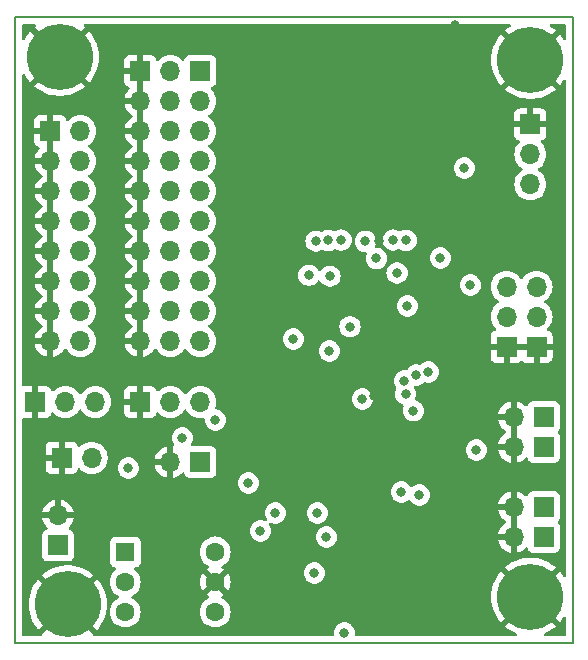
<source format=gbr>
%TF.GenerationSoftware,KiCad,Pcbnew,7.0.7*%
%TF.CreationDate,2023-10-11T19:32:33-04:00*%
%TF.ProjectId,DaisySeedBreakout,44616973-7953-4656-9564-427265616b6f,rev?*%
%TF.SameCoordinates,Original*%
%TF.FileFunction,Copper,L2,Inr*%
%TF.FilePolarity,Positive*%
%FSLAX46Y46*%
G04 Gerber Fmt 4.6, Leading zero omitted, Abs format (unit mm)*
G04 Created by KiCad (PCBNEW 7.0.7) date 2023-10-11 19:32:33*
%MOMM*%
%LPD*%
G01*
G04 APERTURE LIST*
%TA.AperFunction,NonConductor*%
%ADD10C,0.200000*%
%TD*%
%TA.AperFunction,ComponentPad*%
%ADD11R,1.700000X1.700000*%
%TD*%
%TA.AperFunction,ComponentPad*%
%ADD12O,1.700000X1.700000*%
%TD*%
%TA.AperFunction,ComponentPad*%
%ADD13C,5.600000*%
%TD*%
%TA.AperFunction,ComponentPad*%
%ADD14R,1.600000X1.600000*%
%TD*%
%TA.AperFunction,ComponentPad*%
%ADD15C,1.600000*%
%TD*%
%TA.AperFunction,ViaPad*%
%ADD16C,0.800000*%
%TD*%
G04 APERTURE END LIST*
D10*
X116408200Y-32156400D02*
X163652200Y-32156400D01*
X163652200Y-85191600D01*
X116408200Y-85191600D01*
X116408200Y-32156400D01*
D11*
%TO.N,GND*%
%TO.C,J16*%
X120345557Y-69498424D03*
D12*
%TO.N,+3.3V*%
X122885557Y-69498424D03*
%TD*%
D11*
%TO.N,Net-(J17-Pin_1)*%
%TO.C,J17*%
X120043183Y-76921619D03*
D12*
%TO.N,GND*%
X120043183Y-74381619D03*
%TD*%
D13*
%TO.N,GND*%
%TO.C,H4*%
X160020000Y-35814000D03*
%TD*%
%TO.N,GND*%
%TO.C,H2*%
X160020000Y-81280000D03*
%TD*%
D14*
%TO.N,Net-(D1-K)*%
%TO.C,U1*%
X125730000Y-77470000D03*
D15*
%TO.N,Net-(D1-A)*%
X125730000Y-80010000D03*
%TO.N,unconnected-(U1-NC-Pad3)*%
X125730000Y-82550000D03*
%TO.N,/MIDI_UART_RX*%
X133350000Y-82550000D03*
%TO.N,GND*%
X133350000Y-80010000D03*
%TO.N,+3.3V*%
X133350000Y-77470000D03*
%TD*%
D11*
%TO.N,GND*%
%TO.C,J15*%
X160020000Y-41275000D03*
D12*
%TO.N,/USB_p*%
X160020000Y-43815000D03*
%TO.N,/USB_n*%
X160020000Y-46355000D03*
%TD*%
%TO.N,Net-(J1-Pin_3)*%
%TO.C,J1*%
X123190000Y-64770000D03*
%TO.N,Net-(J1-Pin_2)*%
X120650000Y-64770000D03*
D11*
%TO.N,GND*%
X118110000Y-64770000D03*
%TD*%
D12*
%TO.N,+3.3VA*%
%TO.C,J7*%
X132080000Y-59630000D03*
X132080000Y-57090000D03*
X132080000Y-54550000D03*
X132080000Y-52010000D03*
X132080000Y-49470000D03*
X132080000Y-46930000D03*
X132080000Y-44390000D03*
X132080000Y-41850000D03*
X132080000Y-39310000D03*
D11*
X132080000Y-36770000D03*
%TD*%
%TO.N,GND*%
%TO.C,J6*%
X127000000Y-36770000D03*
D12*
%TO.N,/AI_9*%
X129540000Y-36770000D03*
%TO.N,GND*%
X127000000Y-39310000D03*
%TO.N,/AI_8*%
X129540000Y-39310000D03*
%TO.N,GND*%
X127000000Y-41850000D03*
%TO.N,/AI_7*%
X129540000Y-41850000D03*
%TO.N,GND*%
X127000000Y-44390000D03*
%TO.N,/AI_6*%
X129540000Y-44390000D03*
%TO.N,GND*%
X127000000Y-46930000D03*
%TO.N,/AI_5*%
X129540000Y-46930000D03*
%TO.N,GND*%
X127000000Y-49470000D03*
%TO.N,/AI_4*%
X129540000Y-49470000D03*
%TO.N,GND*%
X127000000Y-52010000D03*
%TO.N,/AI_3*%
X129540000Y-52010000D03*
%TO.N,GND*%
X127000000Y-54550000D03*
%TO.N,/AI_2*%
X129540000Y-54550000D03*
%TO.N,GND*%
X127000000Y-57090000D03*
%TO.N,/AI_1*%
X129540000Y-57090000D03*
%TO.N,GND*%
X127000000Y-59630000D03*
%TO.N,/AI_0*%
X129540000Y-59630000D03*
%TD*%
%TO.N,Net-(J3-Pin_3)*%
%TO.C,J3*%
X132080000Y-64770000D03*
%TO.N,Net-(D1-A)*%
X129540000Y-64770000D03*
D11*
%TO.N,GND*%
X127000000Y-64770000D03*
%TD*%
%TO.N,/Audio In Sum/AUDIO_IN_R_CONN*%
%TO.C,J13*%
X161157320Y-76200000D03*
D12*
%TO.N,GND*%
X158617320Y-76200000D03*
%TD*%
%TO.N,+3.3VA*%
%TO.C,J10*%
X158013400Y-55016400D03*
%TO.N,/AO_0*%
X158013400Y-57556400D03*
D11*
%TO.N,GND*%
X158013400Y-60096400D03*
%TD*%
%TO.N,/Audio Out/AUDIO_OUT_L_EXT*%
%TO.C,J2*%
X161157320Y-66040000D03*
D12*
%TO.N,GND*%
X158617320Y-66040000D03*
%TD*%
D11*
%TO.N,/Audio Out/AUDIO_OUT_R_EXT*%
%TO.C,J11*%
X161157320Y-68580000D03*
D12*
%TO.N,GND*%
X158617320Y-68580000D03*
%TD*%
D11*
%TO.N,/Audio In Sum/AUDIO_IN_L_CONN*%
%TO.C,J12*%
X161157320Y-73660000D03*
D12*
%TO.N,GND*%
X158617320Y-73660000D03*
%TD*%
D11*
%TO.N,GND*%
%TO.C,J14*%
X160553400Y-60096400D03*
D12*
%TO.N,/AO_1*%
X160553400Y-57556400D03*
%TO.N,+3.3VA*%
X160553400Y-55016400D03*
%TD*%
D13*
%TO.N,GND*%
%TO.C,H3*%
X120855196Y-81910823D03*
%TD*%
%TO.N,GND*%
%TO.C,H1*%
X120187993Y-35560000D03*
%TD*%
D11*
%TO.N,GND*%
%TO.C,J5*%
X119380000Y-41850000D03*
D12*
%TO.N,/DIO7*%
X121920000Y-41850000D03*
%TO.N,GND*%
X119380000Y-44390000D03*
%TO.N,/DIO6*%
X121920000Y-44390000D03*
%TO.N,GND*%
X119380000Y-46930000D03*
%TO.N,/DIO5*%
X121920000Y-46930000D03*
%TO.N,GND*%
X119380000Y-49470000D03*
%TO.N,/DIO4*%
X121920000Y-49470000D03*
%TO.N,GND*%
X119380000Y-52010000D03*
%TO.N,/DIO3*%
X121920000Y-52010000D03*
%TO.N,GND*%
X119380000Y-54550000D03*
%TO.N,/DIO2*%
X121920000Y-54550000D03*
%TO.N,GND*%
X119380000Y-57090000D03*
%TO.N,/DIO1*%
X121920000Y-57090000D03*
%TO.N,GND*%
X119380000Y-59630000D03*
%TO.N,/DIO0*%
X121920000Y-59630000D03*
%TD*%
%TO.N,GND*%
%TO.C,J9*%
X129540000Y-69850000D03*
D11*
%TO.N,/Audio In Sum/AUDIO_IN_R_LOCAL*%
X132080000Y-69850000D03*
%TD*%
D16*
%TO.N,/AI_2*%
X149455509Y-64115206D03*
%TO.N,GND*%
X140970000Y-68834000D03*
%TO.N,/Audio In Sum/AUDIO_IN_L_LOCAL*%
X150622000Y-72644000D03*
%TO.N,Net-(U7B-IN+)*%
X155448000Y-68834000D03*
%TO.N,+3.3VA*%
X141732000Y-79248000D03*
X145796000Y-64516000D03*
X144756950Y-58405550D03*
X149606000Y-56642000D03*
X143002000Y-60452000D03*
X139954000Y-59436000D03*
%TO.N,+3.3V*%
X133350000Y-66294000D03*
%TO.N,/Audio Out/AUDIO_OUT_R*%
X138430000Y-74168000D03*
%TO.N,/MIDI_UART_TX*%
X125984000Y-70358000D03*
X130556000Y-67818000D03*
%TO.N,/AI_3*%
X150122951Y-65523049D03*
%TO.N,/AI_4*%
X149352000Y-62992000D03*
%TO.N,/AI_7*%
X154940000Y-54864000D03*
%TO.N,/AI_8*%
X152400000Y-52578000D03*
%TO.N,/AI_9*%
X154432000Y-44958000D03*
%TO.N,/AI_0*%
X137160000Y-75692000D03*
%TO.N,/AI_1*%
X136144000Y-71628000D03*
%TO.N,/AI_5*%
X150368000Y-62484000D03*
%TO.N,/AI_6*%
X151384000Y-62230000D03*
%TO.N,GND*%
X149860000Y-34544000D03*
X153670000Y-32855900D03*
X147320000Y-34290000D03*
X130048000Y-75946000D03*
X156972000Y-63246000D03*
%TO.N,+3.3VA*%
X149098000Y-72390000D03*
%TO.N,GND*%
X145903206Y-75007632D03*
X152146000Y-71882000D03*
X144780000Y-63754000D03*
X146812000Y-64262000D03*
%TO.N,+3.3VA*%
X141986000Y-74168000D03*
%TO.N,GND*%
X144526000Y-74168000D03*
X141731814Y-81768921D03*
X137431417Y-81291990D03*
X140826508Y-82975000D03*
X138069124Y-82958969D03*
X152908000Y-77724000D03*
X149860000Y-75692000D03*
%TO.N,+3.3VA*%
X142748000Y-76200000D03*
%TO.N,GND*%
X144780000Y-77216000D03*
%TO.N,+3.3VA*%
X144272000Y-84328000D03*
%TO.N,GND*%
X146812000Y-83820000D03*
X148336000Y-80772000D03*
X144272000Y-80264000D03*
X155930600Y-43129200D03*
X150545800Y-60756800D03*
X148259800Y-58420000D03*
X142748000Y-58547000D03*
X151384000Y-70612000D03*
X146486295Y-69959253D03*
X148082000Y-65786000D03*
X149606000Y-73914000D03*
X135610600Y-60858400D03*
X136017000Y-46710600D03*
X136118600Y-36118800D03*
X139522200Y-83159600D03*
X151892000Y-83820000D03*
%TO.N,+3.3V*%
X146997913Y-52629113D03*
X148742400Y-53848000D03*
X141274800Y-54051200D03*
%TO.N,/microSD/D2*%
X141874250Y-51165749D03*
%TO.N,/microSD/CLK*%
X146066863Y-51179396D03*
%TO.N,/microSD/D0*%
X148408394Y-51071192D03*
%TO.N,/microSD/CMD*%
X144008394Y-51071192D03*
%TO.N,/microSD/D1*%
X149508394Y-51096592D03*
%TO.N,/microSD/D3*%
X142908394Y-51096592D03*
%TO.N,GND*%
X161239200Y-50292000D03*
X149733000Y-40665400D03*
X141097000Y-34366200D03*
X149072600Y-33324800D03*
X154152600Y-33934400D03*
X139471400Y-33451800D03*
X139801600Y-48564800D03*
X149782710Y-47799294D03*
X151053800Y-46482000D03*
X147196594Y-51172792D03*
%TO.N,+3.3V*%
X143052800Y-54127400D03*
%TD*%
%TA.AperFunction,Conductor*%
%TO.N,GND*%
G36*
X158794832Y-74159507D02*
G01*
X158847635Y-74205262D01*
X158867320Y-74272301D01*
X158867320Y-75587698D01*
X158847635Y-75654737D01*
X158794831Y-75700492D01*
X158725675Y-75710436D01*
X158653086Y-75700000D01*
X158653083Y-75700000D01*
X158581557Y-75700000D01*
X158581553Y-75700000D01*
X158508965Y-75710436D01*
X158439807Y-75700492D01*
X158387004Y-75654736D01*
X158367320Y-75587698D01*
X158367320Y-74272301D01*
X158387005Y-74205262D01*
X158439809Y-74159507D01*
X158508967Y-74149563D01*
X158581557Y-74160000D01*
X158581558Y-74160000D01*
X158653082Y-74160000D01*
X158653083Y-74160000D01*
X158725673Y-74149563D01*
X158794832Y-74159507D01*
G37*
%TD.AperFunction*%
%TA.AperFunction,Conductor*%
G36*
X158794832Y-66539507D02*
G01*
X158847635Y-66585262D01*
X158867320Y-66652301D01*
X158867320Y-67967698D01*
X158847635Y-68034737D01*
X158794831Y-68080492D01*
X158725675Y-68090436D01*
X158653086Y-68080000D01*
X158653083Y-68080000D01*
X158581557Y-68080000D01*
X158581553Y-68080000D01*
X158508965Y-68090436D01*
X158439807Y-68080492D01*
X158387004Y-68034736D01*
X158367320Y-67967698D01*
X158367320Y-66652301D01*
X158387005Y-66585262D01*
X158439809Y-66539507D01*
X158508967Y-66529563D01*
X158581557Y-66540000D01*
X158581558Y-66540000D01*
X158653082Y-66540000D01*
X158653083Y-66540000D01*
X158725673Y-66529563D01*
X158794832Y-66539507D01*
G37*
%TD.AperFunction*%
%TA.AperFunction,Conductor*%
G36*
X160007092Y-59866085D02*
G01*
X160052847Y-59918889D01*
X160062791Y-59988047D01*
X160059031Y-60005333D01*
X160053400Y-60024511D01*
X160053400Y-60168289D01*
X160057256Y-60181422D01*
X160059031Y-60187467D01*
X160059030Y-60257336D01*
X160021255Y-60316114D01*
X159957699Y-60345138D01*
X159940053Y-60346400D01*
X158626747Y-60346400D01*
X158559708Y-60326715D01*
X158513953Y-60273911D01*
X158504009Y-60204753D01*
X158507769Y-60187467D01*
X158509543Y-60181422D01*
X158513400Y-60168289D01*
X158513400Y-60024511D01*
X158507768Y-60005333D01*
X158507770Y-59935464D01*
X158545545Y-59876686D01*
X158609101Y-59847662D01*
X158626747Y-59846400D01*
X159940053Y-59846400D01*
X160007092Y-59866085D01*
G37*
%TD.AperFunction*%
%TA.AperFunction,Conductor*%
G36*
X119557512Y-57589507D02*
G01*
X119610315Y-57635262D01*
X119630000Y-57702301D01*
X119630000Y-59017698D01*
X119610315Y-59084737D01*
X119557511Y-59130492D01*
X119488355Y-59140436D01*
X119415766Y-59130000D01*
X119415763Y-59130000D01*
X119344237Y-59130000D01*
X119344233Y-59130000D01*
X119271644Y-59140436D01*
X119202486Y-59130492D01*
X119149683Y-59084736D01*
X119129999Y-59017698D01*
X119130000Y-58480000D01*
X119130000Y-57702301D01*
X119149685Y-57635262D01*
X119202489Y-57589507D01*
X119271647Y-57579563D01*
X119344237Y-57590000D01*
X119344238Y-57590000D01*
X119415762Y-57590000D01*
X119415763Y-57590000D01*
X119488353Y-57579563D01*
X119557512Y-57589507D01*
G37*
%TD.AperFunction*%
%TA.AperFunction,Conductor*%
G36*
X119557512Y-55049507D02*
G01*
X119610315Y-55095262D01*
X119630000Y-55162301D01*
X119630000Y-56477698D01*
X119610315Y-56544737D01*
X119557511Y-56590492D01*
X119488355Y-56600436D01*
X119415766Y-56590000D01*
X119415763Y-56590000D01*
X119344237Y-56590000D01*
X119344233Y-56590000D01*
X119271644Y-56600436D01*
X119202486Y-56590492D01*
X119149683Y-56544736D01*
X119129999Y-56477698D01*
X119130000Y-55940000D01*
X119130000Y-55162301D01*
X119149685Y-55095262D01*
X119202489Y-55049507D01*
X119271647Y-55039563D01*
X119344237Y-55050000D01*
X119344238Y-55050000D01*
X119415762Y-55050000D01*
X119415763Y-55050000D01*
X119488353Y-55039563D01*
X119557512Y-55049507D01*
G37*
%TD.AperFunction*%
%TA.AperFunction,Conductor*%
G36*
X119557512Y-52509507D02*
G01*
X119610315Y-52555262D01*
X119630000Y-52622301D01*
X119630000Y-53937698D01*
X119610315Y-54004737D01*
X119557511Y-54050492D01*
X119488355Y-54060436D01*
X119415766Y-54050000D01*
X119415763Y-54050000D01*
X119344237Y-54050000D01*
X119344233Y-54050000D01*
X119271644Y-54060436D01*
X119202486Y-54050492D01*
X119149683Y-54004736D01*
X119129999Y-53937698D01*
X119130000Y-53400000D01*
X119130000Y-52622301D01*
X119149685Y-52555262D01*
X119202489Y-52509507D01*
X119271647Y-52499563D01*
X119344237Y-52510000D01*
X119344238Y-52510000D01*
X119415762Y-52510000D01*
X119415763Y-52510000D01*
X119488353Y-52499563D01*
X119557512Y-52509507D01*
G37*
%TD.AperFunction*%
%TA.AperFunction,Conductor*%
G36*
X119557512Y-49969507D02*
G01*
X119610315Y-50015262D01*
X119630000Y-50082301D01*
X119630000Y-51397698D01*
X119610315Y-51464737D01*
X119557511Y-51510492D01*
X119488355Y-51520436D01*
X119415766Y-51510000D01*
X119415763Y-51510000D01*
X119344237Y-51510000D01*
X119344233Y-51510000D01*
X119271644Y-51520436D01*
X119202486Y-51510492D01*
X119149683Y-51464736D01*
X119129999Y-51397698D01*
X119130000Y-50860000D01*
X119130000Y-50082301D01*
X119149685Y-50015262D01*
X119202489Y-49969507D01*
X119271647Y-49959563D01*
X119344237Y-49970000D01*
X119344238Y-49970000D01*
X119415762Y-49970000D01*
X119415763Y-49970000D01*
X119488353Y-49959563D01*
X119557512Y-49969507D01*
G37*
%TD.AperFunction*%
%TA.AperFunction,Conductor*%
G36*
X119557512Y-47429507D02*
G01*
X119610315Y-47475262D01*
X119630000Y-47542301D01*
X119630000Y-48857698D01*
X119610315Y-48924737D01*
X119557511Y-48970492D01*
X119488355Y-48980436D01*
X119415766Y-48970000D01*
X119415763Y-48970000D01*
X119344237Y-48970000D01*
X119344233Y-48970000D01*
X119271644Y-48980436D01*
X119202486Y-48970492D01*
X119149683Y-48924736D01*
X119129999Y-48857698D01*
X119130000Y-48320000D01*
X119130000Y-47542301D01*
X119149685Y-47475262D01*
X119202489Y-47429507D01*
X119271647Y-47419563D01*
X119344237Y-47430000D01*
X119344238Y-47430000D01*
X119415762Y-47430000D01*
X119415763Y-47430000D01*
X119488353Y-47419563D01*
X119557512Y-47429507D01*
G37*
%TD.AperFunction*%
%TA.AperFunction,Conductor*%
G36*
X119557512Y-44889507D02*
G01*
X119610315Y-44935262D01*
X119630000Y-45002301D01*
X119630000Y-46317698D01*
X119610315Y-46384737D01*
X119557511Y-46430492D01*
X119488355Y-46440436D01*
X119415766Y-46430000D01*
X119415763Y-46430000D01*
X119344237Y-46430000D01*
X119344233Y-46430000D01*
X119271644Y-46440436D01*
X119202486Y-46430492D01*
X119149683Y-46384736D01*
X119129999Y-46317698D01*
X119130000Y-45780000D01*
X119130000Y-45002301D01*
X119149685Y-44935262D01*
X119202489Y-44889507D01*
X119271647Y-44879563D01*
X119344237Y-44890000D01*
X119344238Y-44890000D01*
X119415762Y-44890000D01*
X119415763Y-44890000D01*
X119488353Y-44879563D01*
X119557512Y-44889507D01*
G37*
%TD.AperFunction*%
%TA.AperFunction,Conductor*%
G36*
X119557512Y-42349507D02*
G01*
X119610315Y-42395262D01*
X119630000Y-42462301D01*
X119630000Y-43777698D01*
X119610315Y-43844737D01*
X119557511Y-43890492D01*
X119488355Y-43900436D01*
X119415766Y-43890000D01*
X119415763Y-43890000D01*
X119344237Y-43890000D01*
X119344233Y-43890000D01*
X119271644Y-43900436D01*
X119202486Y-43890492D01*
X119149683Y-43844736D01*
X119129999Y-43777698D01*
X119130000Y-43240000D01*
X119130000Y-42462301D01*
X119149685Y-42395262D01*
X119202489Y-42349507D01*
X119271647Y-42339563D01*
X119344237Y-42350000D01*
X119344238Y-42350000D01*
X119415762Y-42350000D01*
X119415763Y-42350000D01*
X119488353Y-42339563D01*
X119557512Y-42349507D01*
G37*
%TD.AperFunction*%
%TA.AperFunction,Conductor*%
G36*
X127177512Y-57589507D02*
G01*
X127230315Y-57635262D01*
X127250000Y-57702301D01*
X127250000Y-58240000D01*
X127249999Y-59017698D01*
X127230314Y-59084738D01*
X127177510Y-59130492D01*
X127108353Y-59140436D01*
X127035764Y-59130000D01*
X127035763Y-59130000D01*
X126964237Y-59130000D01*
X126964233Y-59130000D01*
X126891645Y-59140436D01*
X126822487Y-59130492D01*
X126769684Y-59084736D01*
X126750000Y-59017698D01*
X126750000Y-57702301D01*
X126769685Y-57635262D01*
X126822489Y-57589507D01*
X126891647Y-57579563D01*
X126964237Y-57590000D01*
X126964238Y-57590000D01*
X127035762Y-57590000D01*
X127035763Y-57590000D01*
X127108353Y-57579563D01*
X127177512Y-57589507D01*
G37*
%TD.AperFunction*%
%TA.AperFunction,Conductor*%
G36*
X127177512Y-55049507D02*
G01*
X127230315Y-55095262D01*
X127250000Y-55162301D01*
X127250000Y-55700000D01*
X127249999Y-56477698D01*
X127230314Y-56544738D01*
X127177510Y-56590492D01*
X127108353Y-56600436D01*
X127035764Y-56590000D01*
X127035763Y-56590000D01*
X126964237Y-56590000D01*
X126964233Y-56590000D01*
X126891645Y-56600436D01*
X126822487Y-56590492D01*
X126769684Y-56544736D01*
X126750000Y-56477698D01*
X126750000Y-55162301D01*
X126769685Y-55095262D01*
X126822489Y-55049507D01*
X126891647Y-55039563D01*
X126964237Y-55050000D01*
X126964238Y-55050000D01*
X127035762Y-55050000D01*
X127035763Y-55050000D01*
X127108353Y-55039563D01*
X127177512Y-55049507D01*
G37*
%TD.AperFunction*%
%TA.AperFunction,Conductor*%
G36*
X127177512Y-52509507D02*
G01*
X127230315Y-52555262D01*
X127250000Y-52622301D01*
X127250000Y-53160000D01*
X127249999Y-53937698D01*
X127230314Y-54004738D01*
X127177510Y-54050492D01*
X127108353Y-54060436D01*
X127035764Y-54050000D01*
X127035763Y-54050000D01*
X126964237Y-54050000D01*
X126964233Y-54050000D01*
X126891645Y-54060436D01*
X126822487Y-54050492D01*
X126769684Y-54004736D01*
X126750000Y-53937698D01*
X126750000Y-52622301D01*
X126769685Y-52555262D01*
X126822489Y-52509507D01*
X126891647Y-52499563D01*
X126964237Y-52510000D01*
X126964238Y-52510000D01*
X127035762Y-52510000D01*
X127035763Y-52510000D01*
X127108353Y-52499563D01*
X127177512Y-52509507D01*
G37*
%TD.AperFunction*%
%TA.AperFunction,Conductor*%
G36*
X127177512Y-49969507D02*
G01*
X127230315Y-50015262D01*
X127250000Y-50082301D01*
X127250000Y-50620000D01*
X127249999Y-51397698D01*
X127230314Y-51464738D01*
X127177510Y-51510492D01*
X127108353Y-51520436D01*
X127035764Y-51510000D01*
X127035763Y-51510000D01*
X126964237Y-51510000D01*
X126964233Y-51510000D01*
X126891645Y-51520436D01*
X126822487Y-51510492D01*
X126769684Y-51464736D01*
X126750000Y-51397698D01*
X126750000Y-50082301D01*
X126769685Y-50015262D01*
X126822489Y-49969507D01*
X126891647Y-49959563D01*
X126964237Y-49970000D01*
X126964238Y-49970000D01*
X127035762Y-49970000D01*
X127035763Y-49970000D01*
X127108353Y-49959563D01*
X127177512Y-49969507D01*
G37*
%TD.AperFunction*%
%TA.AperFunction,Conductor*%
G36*
X127177512Y-47429507D02*
G01*
X127230315Y-47475262D01*
X127250000Y-47542301D01*
X127250000Y-48080000D01*
X127249999Y-48857698D01*
X127230314Y-48924738D01*
X127177510Y-48970492D01*
X127108353Y-48980436D01*
X127035764Y-48970000D01*
X127035763Y-48970000D01*
X126964237Y-48970000D01*
X126964233Y-48970000D01*
X126891645Y-48980436D01*
X126822487Y-48970492D01*
X126769684Y-48924736D01*
X126750000Y-48857698D01*
X126750000Y-47542301D01*
X126769685Y-47475262D01*
X126822489Y-47429507D01*
X126891647Y-47419563D01*
X126964237Y-47430000D01*
X126964238Y-47430000D01*
X127035762Y-47430000D01*
X127035763Y-47430000D01*
X127108353Y-47419563D01*
X127177512Y-47429507D01*
G37*
%TD.AperFunction*%
%TA.AperFunction,Conductor*%
G36*
X127177512Y-44889507D02*
G01*
X127230315Y-44935262D01*
X127250000Y-45002301D01*
X127250000Y-45540000D01*
X127249999Y-46317698D01*
X127230314Y-46384738D01*
X127177510Y-46430492D01*
X127108353Y-46440436D01*
X127035764Y-46430000D01*
X127035763Y-46430000D01*
X126964237Y-46430000D01*
X126964233Y-46430000D01*
X126891645Y-46440436D01*
X126822487Y-46430492D01*
X126769684Y-46384736D01*
X126750000Y-46317698D01*
X126750000Y-45002301D01*
X126769685Y-44935262D01*
X126822489Y-44889507D01*
X126891647Y-44879563D01*
X126964237Y-44890000D01*
X126964238Y-44890000D01*
X127035762Y-44890000D01*
X127035763Y-44890000D01*
X127108353Y-44879563D01*
X127177512Y-44889507D01*
G37*
%TD.AperFunction*%
%TA.AperFunction,Conductor*%
G36*
X127177512Y-42349507D02*
G01*
X127230315Y-42395262D01*
X127250000Y-42462301D01*
X127250000Y-43000000D01*
X127249999Y-43777698D01*
X127230314Y-43844738D01*
X127177510Y-43890492D01*
X127108353Y-43900436D01*
X127035764Y-43890000D01*
X127035763Y-43890000D01*
X126964237Y-43890000D01*
X126964233Y-43890000D01*
X126891645Y-43900436D01*
X126822487Y-43890492D01*
X126769684Y-43844736D01*
X126750000Y-43777698D01*
X126750000Y-42462301D01*
X126769685Y-42395262D01*
X126822489Y-42349507D01*
X126891647Y-42339563D01*
X126964237Y-42350000D01*
X126964238Y-42350000D01*
X127035762Y-42350000D01*
X127035763Y-42350000D01*
X127108353Y-42339563D01*
X127177512Y-42349507D01*
G37*
%TD.AperFunction*%
%TA.AperFunction,Conductor*%
G36*
X127177512Y-39809507D02*
G01*
X127230315Y-39855262D01*
X127250000Y-39922301D01*
X127250000Y-40460000D01*
X127249999Y-41237698D01*
X127230314Y-41304738D01*
X127177510Y-41350492D01*
X127108353Y-41360436D01*
X127035764Y-41350000D01*
X127035763Y-41350000D01*
X126964237Y-41350000D01*
X126964233Y-41350000D01*
X126891645Y-41360436D01*
X126822487Y-41350492D01*
X126769684Y-41304736D01*
X126750000Y-41237698D01*
X126750000Y-39922301D01*
X126769685Y-39855262D01*
X126822489Y-39809507D01*
X126891647Y-39799563D01*
X126964237Y-39810000D01*
X126964238Y-39810000D01*
X127035762Y-39810000D01*
X127035763Y-39810000D01*
X127108353Y-39799563D01*
X127177512Y-39809507D01*
G37*
%TD.AperFunction*%
%TA.AperFunction,Conductor*%
G36*
X127177512Y-37269507D02*
G01*
X127230315Y-37315262D01*
X127250000Y-37382301D01*
X127250000Y-37920000D01*
X127249999Y-38697698D01*
X127230314Y-38764738D01*
X127177510Y-38810492D01*
X127108353Y-38820436D01*
X127035764Y-38810000D01*
X127035763Y-38810000D01*
X126964237Y-38810000D01*
X126964233Y-38810000D01*
X126891645Y-38820436D01*
X126822487Y-38810492D01*
X126769684Y-38764736D01*
X126750000Y-38697698D01*
X126750000Y-37382301D01*
X126769685Y-37315262D01*
X126822489Y-37269507D01*
X126891647Y-37259563D01*
X126964237Y-37270000D01*
X126964238Y-37270000D01*
X127035762Y-37270000D01*
X127035763Y-37270000D01*
X127108353Y-37259563D01*
X127177512Y-37269507D01*
G37*
%TD.AperFunction*%
%TA.AperFunction,Conductor*%
G36*
X158320487Y-32776585D02*
G01*
X158366242Y-32829389D01*
X158376186Y-32898547D01*
X158347161Y-32962103D01*
X158317376Y-32987150D01*
X158165383Y-33078600D01*
X158165367Y-33078611D01*
X157880491Y-33295166D01*
X157867256Y-33307703D01*
X157867255Y-33307703D01*
X158980966Y-34421413D01*
X159014451Y-34482736D01*
X159009467Y-34552428D01*
X158973817Y-34603384D01*
X158885130Y-34679130D01*
X158809384Y-34767817D01*
X158750877Y-34806010D01*
X158681009Y-34806508D01*
X158627413Y-34774966D01*
X157516442Y-33663994D01*
X157516441Y-33663995D01*
X157389040Y-33813983D01*
X157389033Y-33813993D01*
X157188218Y-34110172D01*
X157020606Y-34426322D01*
X157020597Y-34426340D01*
X156888149Y-34758760D01*
X156888147Y-34758767D01*
X156792421Y-35103542D01*
X156792415Y-35103568D01*
X156734527Y-35456668D01*
X156734526Y-35456685D01*
X156715153Y-35813997D01*
X156715153Y-35814002D01*
X156734526Y-36171314D01*
X156734527Y-36171331D01*
X156792415Y-36524431D01*
X156792421Y-36524457D01*
X156888147Y-36869232D01*
X156888149Y-36869239D01*
X157020597Y-37201659D01*
X157020606Y-37201677D01*
X157188218Y-37517827D01*
X157389033Y-37814007D01*
X157516441Y-37964003D01*
X157516442Y-37964004D01*
X158627413Y-36853032D01*
X158688736Y-36819547D01*
X158758427Y-36824531D01*
X158809381Y-36860179D01*
X158885130Y-36948870D01*
X158933310Y-36990019D01*
X158973816Y-37024615D01*
X159012009Y-37083122D01*
X159012507Y-37152990D01*
X158980965Y-37206586D01*
X157867255Y-38320295D01*
X157867256Y-38320296D01*
X157880485Y-38332828D01*
X157880486Y-38332829D01*
X158165367Y-38549388D01*
X158165370Y-38549390D01*
X158471990Y-38733876D01*
X158796739Y-38884122D01*
X158796744Y-38884123D01*
X159135855Y-38998383D01*
X159485339Y-39075311D01*
X159841075Y-39113999D01*
X159841085Y-39114000D01*
X160198915Y-39114000D01*
X160198924Y-39113999D01*
X160554660Y-39075311D01*
X160904144Y-38998383D01*
X161243255Y-38884123D01*
X161243260Y-38884122D01*
X161568009Y-38733876D01*
X161874629Y-38549390D01*
X161874632Y-38549388D01*
X162159504Y-38332836D01*
X162172742Y-38320294D01*
X161059033Y-37206586D01*
X161025548Y-37145263D01*
X161030532Y-37075571D01*
X161066180Y-37024617D01*
X161154870Y-36948870D01*
X161230617Y-36860180D01*
X161289121Y-36821990D01*
X161358989Y-36821490D01*
X161412586Y-36853033D01*
X162523556Y-37964003D01*
X162650964Y-37814008D01*
X162650966Y-37814006D01*
X162825066Y-37557228D01*
X162878981Y-37512787D01*
X162948363Y-37504549D01*
X163011185Y-37535129D01*
X163047501Y-37594820D01*
X163051700Y-37626815D01*
X163051700Y-79467184D01*
X163032015Y-79534223D01*
X162979211Y-79579978D01*
X162910053Y-79589922D01*
X162846497Y-79560897D01*
X162825067Y-79536771D01*
X162650966Y-79279992D01*
X162523557Y-79129995D01*
X162523556Y-79129994D01*
X161412586Y-80240965D01*
X161351263Y-80274450D01*
X161281571Y-80269466D01*
X161230615Y-80233816D01*
X161207707Y-80206995D01*
X161154870Y-80145130D01*
X161066179Y-80069381D01*
X161027989Y-80010878D01*
X161027489Y-79941010D01*
X161059032Y-79887413D01*
X162172743Y-78773703D01*
X162172742Y-78773702D01*
X162159514Y-78761171D01*
X162159513Y-78761170D01*
X161874632Y-78544611D01*
X161874629Y-78544609D01*
X161568009Y-78360123D01*
X161243260Y-78209877D01*
X161243255Y-78209876D01*
X160904144Y-78095616D01*
X160554660Y-78018688D01*
X160198924Y-77980000D01*
X159841075Y-77980000D01*
X159485339Y-78018688D01*
X159135855Y-78095616D01*
X158796744Y-78209876D01*
X158796739Y-78209877D01*
X158471990Y-78360123D01*
X158165370Y-78544609D01*
X158165367Y-78544611D01*
X157880491Y-78761166D01*
X157867256Y-78773703D01*
X157867255Y-78773703D01*
X158980966Y-79887413D01*
X159014451Y-79948736D01*
X159009467Y-80018428D01*
X158973817Y-80069384D01*
X158885130Y-80145130D01*
X158809384Y-80233817D01*
X158750877Y-80272010D01*
X158681009Y-80272508D01*
X158627413Y-80240966D01*
X157516442Y-79129994D01*
X157516441Y-79129995D01*
X157389040Y-79279983D01*
X157389033Y-79279993D01*
X157188218Y-79576172D01*
X157020606Y-79892322D01*
X157020597Y-79892340D01*
X156888149Y-80224760D01*
X156888147Y-80224767D01*
X156792421Y-80569542D01*
X156792415Y-80569568D01*
X156734527Y-80922668D01*
X156734526Y-80922685D01*
X156715153Y-81279997D01*
X156715153Y-81280002D01*
X156734526Y-81637314D01*
X156734527Y-81637331D01*
X156792415Y-81990431D01*
X156792421Y-81990457D01*
X156888147Y-82335232D01*
X156888149Y-82335239D01*
X157020597Y-82667659D01*
X157020606Y-82667677D01*
X157188218Y-82983827D01*
X157389033Y-83280007D01*
X157516441Y-83430003D01*
X157516442Y-83430004D01*
X158627413Y-82319032D01*
X158688736Y-82285547D01*
X158758427Y-82290531D01*
X158809381Y-82326179D01*
X158885130Y-82414870D01*
X158948855Y-82469296D01*
X158973816Y-82490615D01*
X159012009Y-82549122D01*
X159012507Y-82618990D01*
X158980965Y-82672586D01*
X157867255Y-83786295D01*
X157867256Y-83786296D01*
X157880485Y-83798828D01*
X157880486Y-83798829D01*
X158165367Y-84015388D01*
X158165370Y-84015390D01*
X158471990Y-84199876D01*
X158796739Y-84350122D01*
X158799860Y-84351365D01*
X158799792Y-84351534D01*
X158799798Y-84351537D01*
X158799751Y-84351638D01*
X158799388Y-84352549D01*
X158852404Y-84389646D01*
X158878907Y-84454294D01*
X158866251Y-84523008D01*
X158818455Y-84573971D01*
X158755570Y-84591100D01*
X145287523Y-84591100D01*
X145220484Y-84571415D01*
X145174729Y-84518611D01*
X145164202Y-84454140D01*
X145177460Y-84328000D01*
X145157674Y-84139744D01*
X145099179Y-83959716D01*
X145004533Y-83795784D01*
X144877871Y-83655112D01*
X144822180Y-83614650D01*
X144724734Y-83543851D01*
X144724729Y-83543848D01*
X144551807Y-83466857D01*
X144551802Y-83466855D01*
X144378426Y-83430004D01*
X144366646Y-83427500D01*
X144177354Y-83427500D01*
X144165574Y-83430004D01*
X143992197Y-83466855D01*
X143992192Y-83466857D01*
X143819270Y-83543848D01*
X143819265Y-83543851D01*
X143666129Y-83655111D01*
X143539466Y-83795785D01*
X143444821Y-83959715D01*
X143444818Y-83959722D01*
X143386327Y-84139740D01*
X143386326Y-84139744D01*
X143366540Y-84328000D01*
X143379797Y-84454140D01*
X143367229Y-84522868D01*
X143319496Y-84573892D01*
X143256477Y-84591100D01*
X123131275Y-84591100D01*
X123064236Y-84571415D01*
X123018481Y-84518611D01*
X123007286Y-84465423D01*
X123007939Y-84417118D01*
X121894229Y-83303409D01*
X121860744Y-83242086D01*
X121865728Y-83172394D01*
X121901376Y-83121440D01*
X121990066Y-83045693D01*
X122065813Y-82957003D01*
X122124317Y-82918813D01*
X122194185Y-82918313D01*
X122247782Y-82949856D01*
X123358752Y-84060826D01*
X123486160Y-83910831D01*
X123486171Y-83910817D01*
X123686977Y-83614650D01*
X123854589Y-83298500D01*
X123854598Y-83298482D01*
X123987046Y-82966062D01*
X123987048Y-82966055D01*
X124082774Y-82621280D01*
X124082780Y-82621254D01*
X124094461Y-82550001D01*
X124424532Y-82550001D01*
X124444364Y-82776686D01*
X124444366Y-82776697D01*
X124503258Y-82996488D01*
X124503261Y-82996497D01*
X124599431Y-83202732D01*
X124599432Y-83202734D01*
X124729954Y-83389141D01*
X124890858Y-83550045D01*
X124890861Y-83550047D01*
X125077266Y-83680568D01*
X125283504Y-83776739D01*
X125503308Y-83835635D01*
X125665230Y-83849801D01*
X125729998Y-83855468D01*
X125730000Y-83855468D01*
X125730002Y-83855468D01*
X125786672Y-83850509D01*
X125956692Y-83835635D01*
X126176496Y-83776739D01*
X126382734Y-83680568D01*
X126569139Y-83550047D01*
X126730047Y-83389139D01*
X126860568Y-83202734D01*
X126956739Y-82996496D01*
X127015635Y-82776692D01*
X127035468Y-82550001D01*
X132044532Y-82550001D01*
X132064364Y-82776686D01*
X132064366Y-82776697D01*
X132123258Y-82996488D01*
X132123261Y-82996497D01*
X132219431Y-83202732D01*
X132219432Y-83202734D01*
X132349954Y-83389141D01*
X132510858Y-83550045D01*
X132510861Y-83550047D01*
X132697266Y-83680568D01*
X132903504Y-83776739D01*
X133123308Y-83835635D01*
X133285230Y-83849801D01*
X133349998Y-83855468D01*
X133350000Y-83855468D01*
X133350002Y-83855468D01*
X133406673Y-83850509D01*
X133576692Y-83835635D01*
X133796496Y-83776739D01*
X134002734Y-83680568D01*
X134189139Y-83550047D01*
X134350047Y-83389139D01*
X134480568Y-83202734D01*
X134576739Y-82996496D01*
X134635635Y-82776692D01*
X134655468Y-82550000D01*
X134635635Y-82323308D01*
X134576739Y-82103504D01*
X134480568Y-81897266D01*
X134350047Y-81710861D01*
X134350045Y-81710858D01*
X134189141Y-81549954D01*
X134002735Y-81419433D01*
X134002736Y-81419433D01*
X134002734Y-81419432D01*
X133944132Y-81392105D01*
X133891694Y-81345933D01*
X133872543Y-81278739D01*
X133892759Y-81211858D01*
X133944135Y-81167341D01*
X134002482Y-81140133D01*
X134075472Y-81089025D01*
X133609116Y-80622669D01*
X133575631Y-80561346D01*
X133580615Y-80491654D01*
X133617641Y-80442193D01*
X133616398Y-80440759D01*
X133623100Y-80434952D01*
X133731761Y-80340798D01*
X133766955Y-80286034D01*
X133819754Y-80240283D01*
X133888913Y-80230338D01*
X133952469Y-80259362D01*
X133958949Y-80265395D01*
X134429025Y-80735472D01*
X134480136Y-80662478D01*
X134576264Y-80456331D01*
X134576269Y-80456317D01*
X134635139Y-80236610D01*
X134635141Y-80236599D01*
X134654966Y-80010002D01*
X134654966Y-80009997D01*
X134635141Y-79783400D01*
X134635139Y-79783389D01*
X134576269Y-79563682D01*
X134576265Y-79563673D01*
X134480133Y-79357516D01*
X134480131Y-79357512D01*
X134429025Y-79284526D01*
X133958949Y-79754603D01*
X133897626Y-79788088D01*
X133827934Y-79783104D01*
X133772001Y-79741232D01*
X133766952Y-79733961D01*
X133741793Y-79694812D01*
X133731761Y-79679202D01*
X133623100Y-79585048D01*
X133623099Y-79585047D01*
X133616398Y-79579241D01*
X133618698Y-79576585D01*
X133583960Y-79536428D01*
X133574074Y-79467261D01*
X133603152Y-79403729D01*
X133609116Y-79397329D01*
X133758445Y-79248000D01*
X140826540Y-79248000D01*
X140846326Y-79436256D01*
X140846327Y-79436259D01*
X140904818Y-79616277D01*
X140904821Y-79616284D01*
X140999467Y-79780216D01*
X141062284Y-79849981D01*
X141126129Y-79920888D01*
X141279265Y-80032148D01*
X141279270Y-80032151D01*
X141452192Y-80109142D01*
X141452197Y-80109144D01*
X141637354Y-80148500D01*
X141637355Y-80148500D01*
X141826644Y-80148500D01*
X141826646Y-80148500D01*
X142011803Y-80109144D01*
X142184730Y-80032151D01*
X142337871Y-79920888D01*
X142464533Y-79780216D01*
X142559179Y-79616284D01*
X142617674Y-79436256D01*
X142637460Y-79248000D01*
X142617674Y-79059744D01*
X142559179Y-78879716D01*
X142464533Y-78715784D01*
X142337871Y-78575112D01*
X142295890Y-78544611D01*
X142184734Y-78463851D01*
X142184729Y-78463848D01*
X142011807Y-78386857D01*
X142011802Y-78386855D01*
X141866001Y-78355865D01*
X141826646Y-78347500D01*
X141637354Y-78347500D01*
X141604897Y-78354398D01*
X141452197Y-78386855D01*
X141452192Y-78386857D01*
X141279270Y-78463848D01*
X141279265Y-78463851D01*
X141126129Y-78575111D01*
X140999466Y-78715785D01*
X140904821Y-78879715D01*
X140904818Y-78879722D01*
X140862503Y-79009956D01*
X140846326Y-79059744D01*
X140826540Y-79248000D01*
X133758445Y-79248000D01*
X134075472Y-78930973D01*
X134002483Y-78879866D01*
X134002481Y-78879865D01*
X133944133Y-78852657D01*
X133891694Y-78806484D01*
X133872542Y-78739291D01*
X133892758Y-78672410D01*
X133944129Y-78627895D01*
X134002734Y-78600568D01*
X134189139Y-78470047D01*
X134350047Y-78309139D01*
X134480568Y-78122734D01*
X134576739Y-77916496D01*
X134635635Y-77696692D01*
X134655468Y-77470000D01*
X134635635Y-77243308D01*
X134576739Y-77023504D01*
X134480568Y-76817266D01*
X134350047Y-76630861D01*
X134350045Y-76630858D01*
X134189141Y-76469954D01*
X134002734Y-76339432D01*
X134002732Y-76339431D01*
X133796497Y-76243261D01*
X133796488Y-76243258D01*
X133576697Y-76184366D01*
X133576693Y-76184365D01*
X133576692Y-76184365D01*
X133576691Y-76184364D01*
X133576686Y-76184364D01*
X133350002Y-76164532D01*
X133349998Y-76164532D01*
X133123313Y-76184364D01*
X133123302Y-76184366D01*
X132903511Y-76243258D01*
X132903502Y-76243261D01*
X132697267Y-76339431D01*
X132697265Y-76339432D01*
X132510858Y-76469954D01*
X132349954Y-76630858D01*
X132219432Y-76817265D01*
X132219431Y-76817267D01*
X132123261Y-77023502D01*
X132123258Y-77023511D01*
X132064366Y-77243302D01*
X132064364Y-77243313D01*
X132044532Y-77469998D01*
X132044532Y-77470001D01*
X132064364Y-77696686D01*
X132064366Y-77696697D01*
X132123258Y-77916488D01*
X132123261Y-77916497D01*
X132219431Y-78122732D01*
X132219432Y-78122734D01*
X132349954Y-78309141D01*
X132510858Y-78470045D01*
X132510861Y-78470047D01*
X132697266Y-78600568D01*
X132755865Y-78627893D01*
X132808305Y-78674065D01*
X132827457Y-78741258D01*
X132807242Y-78808139D01*
X132755867Y-78852657D01*
X132697511Y-78879869D01*
X132624526Y-78930973D01*
X133090883Y-79397330D01*
X133124368Y-79458653D01*
X133119384Y-79528345D01*
X133082357Y-79577805D01*
X133083602Y-79579241D01*
X132968237Y-79679203D01*
X132933046Y-79733962D01*
X132880242Y-79779717D01*
X132811084Y-79789661D01*
X132747528Y-79760636D01*
X132741050Y-79754604D01*
X132270973Y-79284526D01*
X132270972Y-79284527D01*
X132219868Y-79357513D01*
X132123734Y-79563673D01*
X132123730Y-79563682D01*
X132064860Y-79783389D01*
X132064858Y-79783400D01*
X132045034Y-80009997D01*
X132045034Y-80010002D01*
X132064858Y-80236599D01*
X132064860Y-80236610D01*
X132123730Y-80456317D01*
X132123734Y-80456326D01*
X132219865Y-80662481D01*
X132219866Y-80662483D01*
X132270973Y-80735471D01*
X132270973Y-80735472D01*
X132741049Y-80265395D01*
X132802372Y-80231910D01*
X132872063Y-80236894D01*
X132927997Y-80278765D01*
X132933045Y-80286036D01*
X132968238Y-80340797D01*
X133083602Y-80440759D01*
X133081293Y-80443422D01*
X133116006Y-80483499D01*
X133125935Y-80552660D01*
X133096898Y-80616210D01*
X133090882Y-80622669D01*
X132624526Y-81089025D01*
X132624526Y-81089026D01*
X132697512Y-81140131D01*
X132697520Y-81140135D01*
X132755865Y-81167342D01*
X132808305Y-81213514D01*
X132827457Y-81280707D01*
X132807242Y-81347589D01*
X132755867Y-81392105D01*
X132697268Y-81419431D01*
X132697264Y-81419433D01*
X132510858Y-81549954D01*
X132349954Y-81710858D01*
X132219432Y-81897265D01*
X132219431Y-81897267D01*
X132123261Y-82103502D01*
X132123258Y-82103511D01*
X132064366Y-82323302D01*
X132064364Y-82323313D01*
X132044532Y-82549998D01*
X132044532Y-82550001D01*
X127035468Y-82550001D01*
X127035468Y-82550000D01*
X127015635Y-82323308D01*
X126956739Y-82103504D01*
X126860568Y-81897266D01*
X126730047Y-81710861D01*
X126730045Y-81710858D01*
X126569141Y-81549954D01*
X126382734Y-81419432D01*
X126382728Y-81419429D01*
X126324725Y-81392382D01*
X126272285Y-81346210D01*
X126253133Y-81279017D01*
X126273348Y-81212135D01*
X126324725Y-81167618D01*
X126325319Y-81167341D01*
X126382734Y-81140568D01*
X126569139Y-81010047D01*
X126730047Y-80849139D01*
X126860568Y-80662734D01*
X126956739Y-80456496D01*
X127015635Y-80236692D01*
X127035468Y-80010000D01*
X127015635Y-79783308D01*
X126956739Y-79563504D01*
X126860568Y-79357266D01*
X126730047Y-79170861D01*
X126730045Y-79170858D01*
X126569143Y-79009956D01*
X126544536Y-78992726D01*
X126500912Y-78938149D01*
X126493719Y-78868650D01*
X126525241Y-78806296D01*
X126585471Y-78770882D01*
X126602404Y-78767861D01*
X126637483Y-78764091D01*
X126772331Y-78713796D01*
X126887546Y-78627546D01*
X126973796Y-78512331D01*
X127024091Y-78377483D01*
X127030500Y-78317873D01*
X127030499Y-76622128D01*
X127024091Y-76562517D01*
X127020594Y-76553142D01*
X126973797Y-76427671D01*
X126973793Y-76427664D01*
X126887547Y-76312455D01*
X126887544Y-76312452D01*
X126772335Y-76226206D01*
X126772328Y-76226202D01*
X126637482Y-76175908D01*
X126637483Y-76175908D01*
X126577883Y-76169501D01*
X126577881Y-76169500D01*
X126577873Y-76169500D01*
X126577864Y-76169500D01*
X124882129Y-76169500D01*
X124882123Y-76169501D01*
X124822516Y-76175908D01*
X124687671Y-76226202D01*
X124687664Y-76226206D01*
X124572455Y-76312452D01*
X124572452Y-76312455D01*
X124486206Y-76427664D01*
X124486202Y-76427671D01*
X124435908Y-76562517D01*
X124432685Y-76592500D01*
X124429501Y-76622123D01*
X124429500Y-76622135D01*
X124429500Y-78317870D01*
X124429501Y-78317876D01*
X124435908Y-78377483D01*
X124486202Y-78512328D01*
X124486206Y-78512335D01*
X124572452Y-78627544D01*
X124572455Y-78627547D01*
X124687664Y-78713793D01*
X124687671Y-78713797D01*
X124721567Y-78726439D01*
X124822517Y-78764091D01*
X124857596Y-78767862D01*
X124922144Y-78794599D01*
X124961993Y-78851991D01*
X124964488Y-78921816D01*
X124928836Y-78981905D01*
X124915464Y-78992725D01*
X124890858Y-79009954D01*
X124729954Y-79170858D01*
X124599432Y-79357265D01*
X124599431Y-79357267D01*
X124503261Y-79563502D01*
X124503258Y-79563511D01*
X124444366Y-79783302D01*
X124444364Y-79783313D01*
X124424532Y-80009998D01*
X124424532Y-80010001D01*
X124444364Y-80236686D01*
X124444366Y-80236697D01*
X124503258Y-80456488D01*
X124503261Y-80456497D01*
X124599431Y-80662732D01*
X124599432Y-80662734D01*
X124729954Y-80849141D01*
X124890858Y-81010045D01*
X124890861Y-81010047D01*
X125077266Y-81140568D01*
X125134681Y-81167341D01*
X125135275Y-81167618D01*
X125187714Y-81213791D01*
X125206866Y-81280984D01*
X125186650Y-81347865D01*
X125135275Y-81392382D01*
X125077267Y-81419431D01*
X125077265Y-81419432D01*
X124890858Y-81549954D01*
X124729954Y-81710858D01*
X124599432Y-81897265D01*
X124599431Y-81897267D01*
X124503261Y-82103502D01*
X124503258Y-82103511D01*
X124444366Y-82323302D01*
X124444364Y-82323313D01*
X124424532Y-82549998D01*
X124424532Y-82550001D01*
X124094461Y-82550001D01*
X124140668Y-82268154D01*
X124140669Y-82268137D01*
X124160043Y-81910825D01*
X124160043Y-81910820D01*
X124140669Y-81553508D01*
X124140668Y-81553491D01*
X124082780Y-81200391D01*
X124082774Y-81200365D01*
X123987048Y-80855590D01*
X123987046Y-80855583D01*
X123854598Y-80523163D01*
X123854589Y-80523145D01*
X123686977Y-80206995D01*
X123486162Y-79910815D01*
X123358753Y-79760818D01*
X123358752Y-79760817D01*
X122247782Y-80871788D01*
X122186459Y-80905273D01*
X122116767Y-80900289D01*
X122065811Y-80864639D01*
X121996976Y-80784044D01*
X121990066Y-80775953D01*
X121901375Y-80700204D01*
X121863185Y-80641701D01*
X121862685Y-80571833D01*
X121894228Y-80518236D01*
X123007939Y-79404526D01*
X123007938Y-79404525D01*
X122994710Y-79391994D01*
X122994709Y-79391993D01*
X122709828Y-79175434D01*
X122709825Y-79175432D01*
X122403205Y-78990946D01*
X122078456Y-78840700D01*
X122078451Y-78840699D01*
X121739340Y-78726439D01*
X121389856Y-78649511D01*
X121034120Y-78610823D01*
X120676271Y-78610823D01*
X120320535Y-78649511D01*
X119971051Y-78726439D01*
X119631940Y-78840699D01*
X119631935Y-78840700D01*
X119307186Y-78990946D01*
X119000566Y-79175432D01*
X119000563Y-79175434D01*
X118715687Y-79391989D01*
X118702452Y-79404526D01*
X118702451Y-79404526D01*
X119816162Y-80518236D01*
X119849647Y-80579559D01*
X119844663Y-80649251D01*
X119809013Y-80700207D01*
X119720326Y-80775953D01*
X119644580Y-80864640D01*
X119586073Y-80902833D01*
X119516205Y-80903331D01*
X119462609Y-80871789D01*
X118351638Y-79760817D01*
X118351637Y-79760818D01*
X118224236Y-79910806D01*
X118224229Y-79910816D01*
X118023414Y-80206995D01*
X117855802Y-80523145D01*
X117855793Y-80523163D01*
X117723345Y-80855583D01*
X117723343Y-80855590D01*
X117627617Y-81200365D01*
X117627611Y-81200391D01*
X117569723Y-81553491D01*
X117569722Y-81553508D01*
X117550349Y-81910820D01*
X117550349Y-81910825D01*
X117569722Y-82268137D01*
X117569723Y-82268154D01*
X117627611Y-82621254D01*
X117627617Y-82621280D01*
X117723343Y-82966055D01*
X117723345Y-82966062D01*
X117855793Y-83298482D01*
X117855802Y-83298500D01*
X118023414Y-83614650D01*
X118224229Y-83910830D01*
X118351637Y-84060826D01*
X118351638Y-84060827D01*
X119462609Y-82949855D01*
X119523932Y-82916370D01*
X119593623Y-82921354D01*
X119644577Y-82957002D01*
X119720326Y-83045693D01*
X119738038Y-83060820D01*
X119809012Y-83121438D01*
X119847205Y-83179945D01*
X119847703Y-83249813D01*
X119816161Y-83303409D01*
X118702451Y-84417118D01*
X118703106Y-84465421D01*
X118684331Y-84532721D01*
X118632151Y-84579186D01*
X118579117Y-84591100D01*
X117132700Y-84591100D01*
X117065661Y-84571415D01*
X117019906Y-84518611D01*
X117008700Y-84467100D01*
X117008700Y-77819489D01*
X118692683Y-77819489D01*
X118692684Y-77819495D01*
X118699091Y-77879102D01*
X118749385Y-78013947D01*
X118749389Y-78013954D01*
X118835635Y-78129163D01*
X118835638Y-78129166D01*
X118950847Y-78215412D01*
X118950854Y-78215416D01*
X119085700Y-78265710D01*
X119085699Y-78265710D01*
X119092627Y-78266454D01*
X119145310Y-78272119D01*
X120941055Y-78272118D01*
X121000666Y-78265710D01*
X121135514Y-78215415D01*
X121250729Y-78129165D01*
X121336979Y-78013950D01*
X121387274Y-77879102D01*
X121393683Y-77819492D01*
X121393682Y-76023747D01*
X121387274Y-75964136D01*
X121382001Y-75949999D01*
X121336980Y-75829290D01*
X121336976Y-75829283D01*
X121250730Y-75714074D01*
X121250727Y-75714071D01*
X121221244Y-75692000D01*
X136254540Y-75692000D01*
X136274326Y-75880256D01*
X136274327Y-75880259D01*
X136332818Y-76060277D01*
X136332821Y-76060284D01*
X136427467Y-76224216D01*
X136506917Y-76312454D01*
X136554129Y-76364888D01*
X136707265Y-76476148D01*
X136707270Y-76476151D01*
X136880192Y-76553142D01*
X136880197Y-76553144D01*
X137065354Y-76592500D01*
X137065355Y-76592500D01*
X137254644Y-76592500D01*
X137254646Y-76592500D01*
X137439803Y-76553144D01*
X137612730Y-76476151D01*
X137765871Y-76364888D01*
X137892533Y-76224216D01*
X137906514Y-76200000D01*
X141842540Y-76200000D01*
X141862326Y-76388256D01*
X141862327Y-76388259D01*
X141920818Y-76568277D01*
X141920821Y-76568284D01*
X142015467Y-76732216D01*
X142142129Y-76872888D01*
X142295265Y-76984148D01*
X142295270Y-76984151D01*
X142468192Y-77061142D01*
X142468197Y-77061144D01*
X142653354Y-77100500D01*
X142653355Y-77100500D01*
X142842644Y-77100500D01*
X142842646Y-77100500D01*
X143027803Y-77061144D01*
X143200730Y-76984151D01*
X143353871Y-76872888D01*
X143480533Y-76732216D01*
X143575179Y-76568284D01*
X143613612Y-76450000D01*
X157286684Y-76450000D01*
X157343887Y-76663486D01*
X157343890Y-76663492D01*
X157443719Y-76877578D01*
X157579214Y-77071082D01*
X157746237Y-77238105D01*
X157939741Y-77373600D01*
X158153827Y-77473429D01*
X158153836Y-77473433D01*
X158367320Y-77530634D01*
X158367320Y-76812301D01*
X158387005Y-76745262D01*
X158439809Y-76699507D01*
X158508967Y-76689563D01*
X158581557Y-76700000D01*
X158581558Y-76700000D01*
X158653082Y-76700000D01*
X158653083Y-76700000D01*
X158725673Y-76689563D01*
X158794832Y-76699507D01*
X158847635Y-76745262D01*
X158867320Y-76812301D01*
X158867320Y-77530633D01*
X159080803Y-77473433D01*
X159080812Y-77473429D01*
X159294898Y-77373600D01*
X159488398Y-77238108D01*
X159610453Y-77116053D01*
X159671776Y-77082568D01*
X159741468Y-77087552D01*
X159797402Y-77129423D01*
X159814317Y-77160401D01*
X159863522Y-77292328D01*
X159863526Y-77292335D01*
X159949772Y-77407544D01*
X159949775Y-77407547D01*
X160064984Y-77493793D01*
X160064991Y-77493797D01*
X160199837Y-77544091D01*
X160199836Y-77544091D01*
X160206764Y-77544835D01*
X160259447Y-77550500D01*
X162055192Y-77550499D01*
X162114803Y-77544091D01*
X162249651Y-77493796D01*
X162364866Y-77407546D01*
X162451116Y-77292331D01*
X162501411Y-77157483D01*
X162507820Y-77097873D01*
X162507819Y-75302128D01*
X162501411Y-75242517D01*
X162500322Y-75239598D01*
X162451117Y-75107671D01*
X162451113Y-75107664D01*
X162373742Y-75004310D01*
X162349324Y-74938846D01*
X162364175Y-74870573D01*
X162373731Y-74855702D01*
X162451116Y-74752331D01*
X162501411Y-74617483D01*
X162507820Y-74557873D01*
X162507819Y-72762128D01*
X162501411Y-72702517D01*
X162500322Y-72699598D01*
X162451117Y-72567671D01*
X162451113Y-72567664D01*
X162364867Y-72452455D01*
X162364864Y-72452452D01*
X162249655Y-72366206D01*
X162249648Y-72366202D01*
X162114802Y-72315908D01*
X162114803Y-72315908D01*
X162055203Y-72309501D01*
X162055201Y-72309500D01*
X162055193Y-72309500D01*
X162055184Y-72309500D01*
X160259449Y-72309500D01*
X160259443Y-72309501D01*
X160199836Y-72315908D01*
X160064991Y-72366202D01*
X160064984Y-72366206D01*
X159949775Y-72452452D01*
X159949772Y-72452455D01*
X159863526Y-72567664D01*
X159863522Y-72567671D01*
X159814317Y-72699598D01*
X159772446Y-72755532D01*
X159706981Y-72779949D01*
X159638708Y-72765097D01*
X159610454Y-72743946D01*
X159488402Y-72621894D01*
X159294898Y-72486399D01*
X159080812Y-72386570D01*
X159080806Y-72386567D01*
X158867320Y-72329364D01*
X158867320Y-73047698D01*
X158847635Y-73114737D01*
X158794831Y-73160492D01*
X158725675Y-73170436D01*
X158653086Y-73160000D01*
X158653083Y-73160000D01*
X158581557Y-73160000D01*
X158581553Y-73160000D01*
X158508965Y-73170436D01*
X158439807Y-73160492D01*
X158387004Y-73114736D01*
X158367320Y-73047698D01*
X158367320Y-72329364D01*
X158367319Y-72329364D01*
X158153833Y-72386567D01*
X158153827Y-72386570D01*
X157939742Y-72486399D01*
X157939740Y-72486400D01*
X157746246Y-72621886D01*
X157746240Y-72621891D01*
X157579211Y-72788920D01*
X157579206Y-72788926D01*
X157443720Y-72982420D01*
X157443719Y-72982422D01*
X157343890Y-73196507D01*
X157343887Y-73196513D01*
X157286684Y-73409999D01*
X157286684Y-73410000D01*
X158003973Y-73410000D01*
X158071012Y-73429685D01*
X158116767Y-73482489D01*
X158126711Y-73551647D01*
X158122951Y-73568933D01*
X158117320Y-73588111D01*
X158117320Y-73731888D01*
X158122951Y-73751067D01*
X158122950Y-73820936D01*
X158085175Y-73879714D01*
X158021619Y-73908738D01*
X158003973Y-73910000D01*
X157286684Y-73910000D01*
X157343887Y-74123486D01*
X157343890Y-74123492D01*
X157443719Y-74337578D01*
X157579214Y-74531082D01*
X157746237Y-74698105D01*
X157932351Y-74828425D01*
X157975976Y-74883003D01*
X157983168Y-74952501D01*
X157951646Y-75014856D01*
X157932351Y-75031575D01*
X157746242Y-75161890D01*
X157746240Y-75161891D01*
X157579211Y-75328920D01*
X157579206Y-75328926D01*
X157443720Y-75522420D01*
X157443719Y-75522422D01*
X157343890Y-75736507D01*
X157343887Y-75736513D01*
X157286684Y-75949999D01*
X157286684Y-75950000D01*
X158003973Y-75950000D01*
X158071012Y-75969685D01*
X158116767Y-76022489D01*
X158126711Y-76091647D01*
X158122951Y-76108933D01*
X158117320Y-76128111D01*
X158117320Y-76271888D01*
X158122951Y-76291067D01*
X158122950Y-76360936D01*
X158085175Y-76419714D01*
X158021619Y-76448738D01*
X158003973Y-76450000D01*
X157286684Y-76450000D01*
X143613612Y-76450000D01*
X143633674Y-76388256D01*
X143653460Y-76200000D01*
X143633674Y-76011744D01*
X143575179Y-75831716D01*
X143480533Y-75667784D01*
X143353871Y-75527112D01*
X143347413Y-75522420D01*
X143200734Y-75415851D01*
X143200729Y-75415848D01*
X143027807Y-75338857D01*
X143027802Y-75338855D01*
X142868978Y-75305097D01*
X142842646Y-75299500D01*
X142653354Y-75299500D01*
X142627022Y-75305097D01*
X142468197Y-75338855D01*
X142468192Y-75338857D01*
X142295270Y-75415848D01*
X142295265Y-75415851D01*
X142142129Y-75527111D01*
X142015466Y-75667785D01*
X141920821Y-75831715D01*
X141920818Y-75831722D01*
X141869340Y-75990156D01*
X141862326Y-76011744D01*
X141842540Y-76200000D01*
X137906514Y-76200000D01*
X137987179Y-76060284D01*
X138045674Y-75880256D01*
X138065460Y-75692000D01*
X138045674Y-75503744D01*
X137987179Y-75323716D01*
X137893751Y-75161894D01*
X137892678Y-75160035D01*
X137876205Y-75092135D01*
X137899058Y-75026108D01*
X137953979Y-74982917D01*
X138023532Y-74976276D01*
X138050501Y-74984756D01*
X138150197Y-75029144D01*
X138335354Y-75068500D01*
X138335355Y-75068500D01*
X138524644Y-75068500D01*
X138524646Y-75068500D01*
X138709803Y-75029144D01*
X138882730Y-74952151D01*
X139035871Y-74840888D01*
X139162533Y-74700216D01*
X139257179Y-74536284D01*
X139315674Y-74356256D01*
X139335460Y-74168000D01*
X141080540Y-74168000D01*
X141100326Y-74356256D01*
X141100327Y-74356259D01*
X141158818Y-74536277D01*
X141158821Y-74536284D01*
X141253467Y-74700216D01*
X141300389Y-74752328D01*
X141380129Y-74840888D01*
X141533265Y-74952148D01*
X141533270Y-74952151D01*
X141706192Y-75029142D01*
X141706197Y-75029144D01*
X141891354Y-75068500D01*
X141891355Y-75068500D01*
X142080644Y-75068500D01*
X142080646Y-75068500D01*
X142265803Y-75029144D01*
X142438730Y-74952151D01*
X142591871Y-74840888D01*
X142718533Y-74700216D01*
X142813179Y-74536284D01*
X142871674Y-74356256D01*
X142891460Y-74168000D01*
X142871674Y-73979744D01*
X142813179Y-73799716D01*
X142718533Y-73635784D01*
X142591871Y-73495112D01*
X142574497Y-73482489D01*
X142438734Y-73383851D01*
X142438729Y-73383848D01*
X142265807Y-73306857D01*
X142265802Y-73306855D01*
X142120001Y-73275865D01*
X142080646Y-73267500D01*
X141891354Y-73267500D01*
X141858897Y-73274398D01*
X141706197Y-73306855D01*
X141706192Y-73306857D01*
X141533270Y-73383848D01*
X141533265Y-73383851D01*
X141380129Y-73495111D01*
X141253466Y-73635785D01*
X141158821Y-73799715D01*
X141158818Y-73799722D01*
X141120345Y-73918132D01*
X141100326Y-73979744D01*
X141080540Y-74168000D01*
X139335460Y-74168000D01*
X139315674Y-73979744D01*
X139257179Y-73799716D01*
X139162533Y-73635784D01*
X139035871Y-73495112D01*
X139018497Y-73482489D01*
X138882734Y-73383851D01*
X138882729Y-73383848D01*
X138709807Y-73306857D01*
X138709802Y-73306855D01*
X138564000Y-73275865D01*
X138524646Y-73267500D01*
X138335354Y-73267500D01*
X138302897Y-73274398D01*
X138150197Y-73306855D01*
X138150192Y-73306857D01*
X137977270Y-73383848D01*
X137977265Y-73383851D01*
X137824129Y-73495111D01*
X137697466Y-73635785D01*
X137602821Y-73799715D01*
X137602818Y-73799722D01*
X137564345Y-73918132D01*
X137544326Y-73979744D01*
X137524540Y-74168000D01*
X137544326Y-74356256D01*
X137544327Y-74356259D01*
X137602818Y-74536277D01*
X137602821Y-74536284D01*
X137697321Y-74699964D01*
X137713794Y-74767865D01*
X137690941Y-74833892D01*
X137636020Y-74877082D01*
X137566466Y-74883723D01*
X137539498Y-74875243D01*
X137439807Y-74830857D01*
X137439802Y-74830855D01*
X137294001Y-74799865D01*
X137254646Y-74791500D01*
X137065354Y-74791500D01*
X137032897Y-74798398D01*
X136880197Y-74830855D01*
X136880192Y-74830857D01*
X136707270Y-74907848D01*
X136707265Y-74907851D01*
X136554129Y-75019111D01*
X136427466Y-75159785D01*
X136332821Y-75323715D01*
X136332818Y-75323722D01*
X136274327Y-75503740D01*
X136274326Y-75503744D01*
X136254540Y-75692000D01*
X121221244Y-75692000D01*
X121135518Y-75627825D01*
X121135511Y-75627821D01*
X121003584Y-75578616D01*
X120947650Y-75536745D01*
X120923233Y-75471281D01*
X120938085Y-75403008D01*
X120959236Y-75374752D01*
X121081291Y-75252697D01*
X121216783Y-75059197D01*
X121316612Y-74845111D01*
X121316615Y-74845105D01*
X121373819Y-74631619D01*
X120656530Y-74631619D01*
X120589491Y-74611934D01*
X120543736Y-74559130D01*
X120533792Y-74489972D01*
X120537552Y-74472686D01*
X120543183Y-74453507D01*
X120543183Y-74309730D01*
X120537552Y-74290552D01*
X120537553Y-74220683D01*
X120575328Y-74161905D01*
X120638884Y-74132881D01*
X120656530Y-74131619D01*
X121373819Y-74131619D01*
X121373818Y-74131618D01*
X121316615Y-73918132D01*
X121316612Y-73918126D01*
X121216783Y-73704041D01*
X121216782Y-73704039D01*
X121081296Y-73510545D01*
X121081291Y-73510539D01*
X120914265Y-73343513D01*
X120720761Y-73208018D01*
X120506675Y-73108189D01*
X120506669Y-73108186D01*
X120293183Y-73050983D01*
X120293183Y-73769317D01*
X120273498Y-73836356D01*
X120220694Y-73882111D01*
X120151538Y-73892055D01*
X120078949Y-73881619D01*
X120078946Y-73881619D01*
X120007420Y-73881619D01*
X120007416Y-73881619D01*
X119934827Y-73892055D01*
X119865669Y-73882111D01*
X119812866Y-73836355D01*
X119793182Y-73769317D01*
X119793182Y-73050983D01*
X119579696Y-73108186D01*
X119579690Y-73108189D01*
X119365605Y-73208018D01*
X119365603Y-73208019D01*
X119172109Y-73343505D01*
X119172103Y-73343510D01*
X119005074Y-73510539D01*
X119005069Y-73510545D01*
X118869583Y-73704039D01*
X118869582Y-73704041D01*
X118769753Y-73918126D01*
X118769750Y-73918132D01*
X118712547Y-74131618D01*
X118712547Y-74131619D01*
X119429836Y-74131619D01*
X119496875Y-74151304D01*
X119542630Y-74204108D01*
X119552574Y-74273266D01*
X119548814Y-74290552D01*
X119543183Y-74309730D01*
X119543183Y-74453507D01*
X119548814Y-74472686D01*
X119548813Y-74542555D01*
X119511038Y-74601333D01*
X119447482Y-74630357D01*
X119429836Y-74631619D01*
X118712547Y-74631619D01*
X118769750Y-74845105D01*
X118769753Y-74845111D01*
X118869582Y-75059197D01*
X119005077Y-75252701D01*
X119127129Y-75374753D01*
X119160614Y-75436076D01*
X119155630Y-75505768D01*
X119113758Y-75561701D01*
X119082781Y-75578616D01*
X118950854Y-75627821D01*
X118950847Y-75627825D01*
X118835638Y-75714071D01*
X118835635Y-75714074D01*
X118749389Y-75829283D01*
X118749385Y-75829290D01*
X118699091Y-75964136D01*
X118693973Y-76011744D01*
X118692684Y-76023742D01*
X118692683Y-76023754D01*
X118692683Y-77819489D01*
X117008700Y-77819489D01*
X117008700Y-75374752D01*
X117008700Y-71628000D01*
X135238540Y-71628000D01*
X135258326Y-71816256D01*
X135258327Y-71816259D01*
X135316818Y-71996277D01*
X135316821Y-71996284D01*
X135411467Y-72160216D01*
X135538129Y-72300887D01*
X135538129Y-72300888D01*
X135691265Y-72412148D01*
X135691270Y-72412151D01*
X135864192Y-72489142D01*
X135864197Y-72489144D01*
X136049354Y-72528500D01*
X136049355Y-72528500D01*
X136238644Y-72528500D01*
X136238646Y-72528500D01*
X136423803Y-72489144D01*
X136596730Y-72412151D01*
X136627218Y-72390000D01*
X148192540Y-72390000D01*
X148212326Y-72578256D01*
X148212327Y-72578259D01*
X148270818Y-72758277D01*
X148270821Y-72758284D01*
X148365467Y-72922216D01*
X148419677Y-72982422D01*
X148492129Y-73062888D01*
X148645265Y-73174148D01*
X148645270Y-73174151D01*
X148818192Y-73251142D01*
X148818197Y-73251144D01*
X149003354Y-73290500D01*
X149003355Y-73290500D01*
X149192644Y-73290500D01*
X149192646Y-73290500D01*
X149377803Y-73251144D01*
X149550730Y-73174151D01*
X149677114Y-73082327D01*
X149742918Y-73058849D01*
X149810972Y-73074674D01*
X149857384Y-73120647D01*
X149889467Y-73176216D01*
X149907743Y-73196513D01*
X150016129Y-73316888D01*
X150169265Y-73428148D01*
X150169270Y-73428151D01*
X150342192Y-73505142D01*
X150342197Y-73505144D01*
X150527354Y-73544500D01*
X150527355Y-73544500D01*
X150716644Y-73544500D01*
X150716646Y-73544500D01*
X150901803Y-73505144D01*
X151074730Y-73428151D01*
X151227871Y-73316888D01*
X151354533Y-73176216D01*
X151449179Y-73012284D01*
X151507674Y-72832256D01*
X151527460Y-72644000D01*
X151507674Y-72455744D01*
X151449179Y-72275716D01*
X151354533Y-72111784D01*
X151227871Y-71971112D01*
X151227870Y-71971111D01*
X151074734Y-71859851D01*
X151074729Y-71859848D01*
X150901807Y-71782857D01*
X150901802Y-71782855D01*
X150756000Y-71751865D01*
X150716646Y-71743500D01*
X150527354Y-71743500D01*
X150494897Y-71750398D01*
X150342197Y-71782855D01*
X150342192Y-71782857D01*
X150169270Y-71859848D01*
X150169265Y-71859851D01*
X150042887Y-71951670D01*
X149977080Y-71975150D01*
X149909027Y-71959324D01*
X149862615Y-71913352D01*
X149830533Y-71857784D01*
X149703871Y-71717112D01*
X149703870Y-71717111D01*
X149550734Y-71605851D01*
X149550729Y-71605848D01*
X149377807Y-71528857D01*
X149377802Y-71528855D01*
X149232001Y-71497865D01*
X149192646Y-71489500D01*
X149003354Y-71489500D01*
X148970897Y-71496398D01*
X148818197Y-71528855D01*
X148818192Y-71528857D01*
X148645270Y-71605848D01*
X148645265Y-71605851D01*
X148492129Y-71717111D01*
X148365466Y-71857785D01*
X148270821Y-72021715D01*
X148270818Y-72021722D01*
X148225820Y-72160214D01*
X148212326Y-72201744D01*
X148192540Y-72390000D01*
X136627218Y-72390000D01*
X136749871Y-72300888D01*
X136876533Y-72160216D01*
X136971179Y-71996284D01*
X137029674Y-71816256D01*
X137049460Y-71628000D01*
X137029674Y-71439744D01*
X136971179Y-71259716D01*
X136876533Y-71095784D01*
X136749871Y-70955112D01*
X136732285Y-70942335D01*
X136596734Y-70843851D01*
X136596729Y-70843848D01*
X136423807Y-70766857D01*
X136423802Y-70766855D01*
X136262489Y-70732568D01*
X136238646Y-70727500D01*
X136049354Y-70727500D01*
X136025511Y-70732568D01*
X135864197Y-70766855D01*
X135864192Y-70766857D01*
X135691270Y-70843848D01*
X135691265Y-70843851D01*
X135538129Y-70955111D01*
X135411466Y-71095785D01*
X135316821Y-71259715D01*
X135316818Y-71259722D01*
X135258327Y-71439740D01*
X135258326Y-71439744D01*
X135238540Y-71628000D01*
X117008700Y-71628000D01*
X117008700Y-70396268D01*
X118995557Y-70396268D01*
X119001958Y-70455796D01*
X119001960Y-70455803D01*
X119052202Y-70590510D01*
X119052206Y-70590517D01*
X119138366Y-70705611D01*
X119138369Y-70705614D01*
X119253463Y-70791774D01*
X119253470Y-70791778D01*
X119388177Y-70842020D01*
X119388184Y-70842022D01*
X119447712Y-70848423D01*
X119447729Y-70848424D01*
X120095556Y-70848424D01*
X120095556Y-70110725D01*
X120115240Y-70043686D01*
X120168044Y-69997931D01*
X120237203Y-69987987D01*
X120243937Y-69988955D01*
X120309794Y-69998424D01*
X120309795Y-69998424D01*
X120381319Y-69998424D01*
X120381320Y-69998424D01*
X120453910Y-69987987D01*
X120523069Y-69997931D01*
X120575872Y-70043686D01*
X120595557Y-70110725D01*
X120595557Y-70848424D01*
X121243385Y-70848424D01*
X121243401Y-70848423D01*
X121302929Y-70842022D01*
X121302936Y-70842020D01*
X121437643Y-70791778D01*
X121437650Y-70791774D01*
X121552744Y-70705614D01*
X121552747Y-70705611D01*
X121638907Y-70590517D01*
X121638911Y-70590510D01*
X121687979Y-70458953D01*
X121729850Y-70403019D01*
X121795314Y-70378602D01*
X121863587Y-70393454D01*
X121891842Y-70414605D01*
X122014156Y-70536919D01*
X122090692Y-70590510D01*
X122207722Y-70672456D01*
X122207724Y-70672457D01*
X122207727Y-70672459D01*
X122421894Y-70772327D01*
X122650149Y-70833487D01*
X122820876Y-70848424D01*
X122885556Y-70854083D01*
X122885557Y-70854083D01*
X122885558Y-70854083D01*
X122950238Y-70848424D01*
X123120965Y-70833487D01*
X123349220Y-70772327D01*
X123563387Y-70672459D01*
X123756958Y-70536919D01*
X123924052Y-70369825D01*
X123932332Y-70358000D01*
X125078540Y-70358000D01*
X125098326Y-70546256D01*
X125098327Y-70546259D01*
X125156818Y-70726277D01*
X125156821Y-70726284D01*
X125251467Y-70890216D01*
X125309899Y-70955111D01*
X125378129Y-71030888D01*
X125531265Y-71142148D01*
X125531270Y-71142151D01*
X125704192Y-71219142D01*
X125704197Y-71219144D01*
X125889354Y-71258500D01*
X125889355Y-71258500D01*
X126078644Y-71258500D01*
X126078646Y-71258500D01*
X126263803Y-71219144D01*
X126436730Y-71142151D01*
X126589871Y-71030888D01*
X126716533Y-70890216D01*
X126811179Y-70726284D01*
X126869674Y-70546256D01*
X126889460Y-70358000D01*
X126869674Y-70169744D01*
X126847013Y-70100000D01*
X128209364Y-70100000D01*
X128266567Y-70313486D01*
X128266570Y-70313492D01*
X128366399Y-70527578D01*
X128501894Y-70721082D01*
X128668917Y-70888105D01*
X128862421Y-71023600D01*
X129076507Y-71123429D01*
X129076516Y-71123433D01*
X129290000Y-71180634D01*
X129290000Y-70462301D01*
X129309685Y-70395262D01*
X129362489Y-70349507D01*
X129431647Y-70339563D01*
X129504237Y-70350000D01*
X129504238Y-70350000D01*
X129575762Y-70350000D01*
X129575763Y-70350000D01*
X129648353Y-70339563D01*
X129717512Y-70349507D01*
X129770315Y-70395262D01*
X129790000Y-70462301D01*
X129790000Y-71180634D01*
X130003483Y-71123433D01*
X130003492Y-71123429D01*
X130217578Y-71023600D01*
X130411078Y-70888108D01*
X130533133Y-70766053D01*
X130594456Y-70732568D01*
X130664148Y-70737552D01*
X130720082Y-70779423D01*
X130736997Y-70810401D01*
X130786202Y-70942328D01*
X130786206Y-70942335D01*
X130872452Y-71057544D01*
X130872455Y-71057547D01*
X130987664Y-71143793D01*
X130987671Y-71143797D01*
X131122517Y-71194091D01*
X131122516Y-71194091D01*
X131129444Y-71194835D01*
X131182127Y-71200500D01*
X132977872Y-71200499D01*
X133037483Y-71194091D01*
X133172331Y-71143796D01*
X133287546Y-71057546D01*
X133373796Y-70942331D01*
X133424091Y-70807483D01*
X133430500Y-70747873D01*
X133430499Y-68952128D01*
X133424091Y-68892517D01*
X133421706Y-68886123D01*
X133402266Y-68834000D01*
X154542540Y-68834000D01*
X154562326Y-69022256D01*
X154562327Y-69022259D01*
X154620818Y-69202277D01*
X154620821Y-69202284D01*
X154715467Y-69366216D01*
X154752511Y-69407357D01*
X154842129Y-69506888D01*
X154995265Y-69618148D01*
X154995270Y-69618151D01*
X155168192Y-69695142D01*
X155168197Y-69695144D01*
X155353354Y-69734500D01*
X155353355Y-69734500D01*
X155542644Y-69734500D01*
X155542646Y-69734500D01*
X155727803Y-69695144D01*
X155900730Y-69618151D01*
X156053871Y-69506888D01*
X156180533Y-69366216D01*
X156275179Y-69202284D01*
X156333674Y-69022256D01*
X156353460Y-68834000D01*
X156353040Y-68830000D01*
X157286684Y-68830000D01*
X157343887Y-69043486D01*
X157343890Y-69043492D01*
X157443719Y-69257578D01*
X157579214Y-69451082D01*
X157746237Y-69618105D01*
X157939741Y-69753600D01*
X158153827Y-69853429D01*
X158153836Y-69853433D01*
X158367320Y-69910634D01*
X158367320Y-69192301D01*
X158387005Y-69125262D01*
X158439809Y-69079507D01*
X158508967Y-69069563D01*
X158581557Y-69080000D01*
X158581558Y-69080000D01*
X158653082Y-69080000D01*
X158653083Y-69080000D01*
X158725673Y-69069563D01*
X158794832Y-69079507D01*
X158847635Y-69125262D01*
X158867320Y-69192301D01*
X158867320Y-69910633D01*
X159080803Y-69853433D01*
X159080812Y-69853429D01*
X159294898Y-69753600D01*
X159488398Y-69618108D01*
X159610453Y-69496053D01*
X159671776Y-69462568D01*
X159741468Y-69467552D01*
X159797402Y-69509423D01*
X159814317Y-69540401D01*
X159863522Y-69672328D01*
X159863526Y-69672335D01*
X159949772Y-69787544D01*
X159949775Y-69787547D01*
X160064984Y-69873793D01*
X160064991Y-69873797D01*
X160199837Y-69924091D01*
X160199836Y-69924091D01*
X160206764Y-69924835D01*
X160259447Y-69930500D01*
X162055192Y-69930499D01*
X162114803Y-69924091D01*
X162249651Y-69873796D01*
X162364866Y-69787546D01*
X162451116Y-69672331D01*
X162501411Y-69537483D01*
X162507820Y-69477873D01*
X162507819Y-67682128D01*
X162501411Y-67622517D01*
X162500322Y-67619598D01*
X162451117Y-67487671D01*
X162451113Y-67487664D01*
X162373742Y-67384310D01*
X162349324Y-67318846D01*
X162364175Y-67250573D01*
X162373731Y-67235702D01*
X162451116Y-67132331D01*
X162501411Y-66997483D01*
X162507820Y-66937873D01*
X162507819Y-65142128D01*
X162501411Y-65082517D01*
X162500322Y-65079598D01*
X162451117Y-64947671D01*
X162451113Y-64947664D01*
X162364867Y-64832455D01*
X162364864Y-64832452D01*
X162249655Y-64746206D01*
X162249648Y-64746202D01*
X162114802Y-64695908D01*
X162114803Y-64695908D01*
X162055203Y-64689501D01*
X162055201Y-64689500D01*
X162055193Y-64689500D01*
X162055184Y-64689500D01*
X160259449Y-64689500D01*
X160259443Y-64689501D01*
X160199836Y-64695908D01*
X160064991Y-64746202D01*
X160064984Y-64746206D01*
X159949775Y-64832452D01*
X159949772Y-64832455D01*
X159863526Y-64947664D01*
X159863522Y-64947671D01*
X159814317Y-65079598D01*
X159772446Y-65135532D01*
X159706981Y-65159949D01*
X159638708Y-65145097D01*
X159610454Y-65123946D01*
X159488402Y-65001894D01*
X159294898Y-64866399D01*
X159080812Y-64766570D01*
X159080806Y-64766567D01*
X158867320Y-64709364D01*
X158867320Y-65427698D01*
X158847635Y-65494737D01*
X158794831Y-65540492D01*
X158725675Y-65550436D01*
X158653086Y-65540000D01*
X158653083Y-65540000D01*
X158581557Y-65540000D01*
X158581553Y-65540000D01*
X158508965Y-65550436D01*
X158439807Y-65540492D01*
X158387004Y-65494736D01*
X158367320Y-65427698D01*
X158367320Y-64709364D01*
X158367319Y-64709364D01*
X158153833Y-64766567D01*
X158153827Y-64766570D01*
X157939742Y-64866399D01*
X157939740Y-64866400D01*
X157746246Y-65001886D01*
X157746240Y-65001891D01*
X157579211Y-65168920D01*
X157579206Y-65168926D01*
X157443720Y-65362420D01*
X157443719Y-65362422D01*
X157343890Y-65576507D01*
X157343887Y-65576513D01*
X157286684Y-65789999D01*
X157286684Y-65790000D01*
X158003973Y-65790000D01*
X158071012Y-65809685D01*
X158116767Y-65862489D01*
X158126711Y-65931647D01*
X158122951Y-65948933D01*
X158117320Y-65968111D01*
X158117320Y-66111889D01*
X158117821Y-66113596D01*
X158122951Y-66131067D01*
X158122950Y-66200936D01*
X158085175Y-66259714D01*
X158021619Y-66288738D01*
X158003973Y-66290000D01*
X157286684Y-66290000D01*
X157343887Y-66503486D01*
X157343890Y-66503492D01*
X157443719Y-66717578D01*
X157579214Y-66911082D01*
X157746237Y-67078105D01*
X157932351Y-67208425D01*
X157975976Y-67263003D01*
X157983168Y-67332501D01*
X157951646Y-67394856D01*
X157932351Y-67411575D01*
X157746242Y-67541890D01*
X157746240Y-67541891D01*
X157579211Y-67708920D01*
X157579206Y-67708926D01*
X157443720Y-67902420D01*
X157443719Y-67902422D01*
X157343890Y-68116507D01*
X157343887Y-68116513D01*
X157286684Y-68329999D01*
X157286684Y-68330000D01*
X158003973Y-68330000D01*
X158071012Y-68349685D01*
X158116767Y-68402489D01*
X158126711Y-68471647D01*
X158122951Y-68488933D01*
X158117320Y-68508111D01*
X158117320Y-68651888D01*
X158122951Y-68671067D01*
X158122950Y-68740936D01*
X158085175Y-68799714D01*
X158021619Y-68828738D01*
X158003973Y-68830000D01*
X157286684Y-68830000D01*
X156353040Y-68830000D01*
X156333674Y-68645744D01*
X156275179Y-68465716D01*
X156180533Y-68301784D01*
X156053871Y-68161112D01*
X156045525Y-68155048D01*
X155900734Y-68049851D01*
X155900729Y-68049848D01*
X155727807Y-67972857D01*
X155727802Y-67972855D01*
X155582000Y-67941865D01*
X155542646Y-67933500D01*
X155353354Y-67933500D01*
X155320897Y-67940398D01*
X155168197Y-67972855D01*
X155168192Y-67972857D01*
X154995270Y-68049848D01*
X154995265Y-68049851D01*
X154842129Y-68161111D01*
X154715466Y-68301785D01*
X154620821Y-68465715D01*
X154620818Y-68465722D01*
X154562327Y-68645740D01*
X154562326Y-68645744D01*
X154542540Y-68834000D01*
X133402266Y-68834000D01*
X133373797Y-68757671D01*
X133373793Y-68757664D01*
X133287547Y-68642455D01*
X133287544Y-68642452D01*
X133172335Y-68556206D01*
X133172328Y-68556202D01*
X133037482Y-68505908D01*
X133037483Y-68505908D01*
X132977883Y-68499501D01*
X132977881Y-68499500D01*
X132977873Y-68499500D01*
X132977865Y-68499500D01*
X131417117Y-68499500D01*
X131350078Y-68479815D01*
X131304323Y-68427011D01*
X131294379Y-68357853D01*
X131309728Y-68313504D01*
X131383179Y-68186284D01*
X131441674Y-68006256D01*
X131461460Y-67818000D01*
X131441674Y-67629744D01*
X131383179Y-67449716D01*
X131288533Y-67285784D01*
X131161871Y-67145112D01*
X131161870Y-67145111D01*
X131008734Y-67033851D01*
X131008729Y-67033848D01*
X130835807Y-66956857D01*
X130835802Y-66956855D01*
X130674489Y-66922568D01*
X130650646Y-66917500D01*
X130461354Y-66917500D01*
X130437511Y-66922568D01*
X130276197Y-66956855D01*
X130276192Y-66956857D01*
X130103270Y-67033848D01*
X130103265Y-67033851D01*
X129950129Y-67145111D01*
X129823466Y-67285785D01*
X129728821Y-67449715D01*
X129728818Y-67449722D01*
X129672674Y-67622517D01*
X129670326Y-67629744D01*
X129650540Y-67818000D01*
X129670326Y-68006256D01*
X129670327Y-68006259D01*
X129728818Y-68186277D01*
X129728823Y-68186289D01*
X129826495Y-68355463D01*
X129842968Y-68423363D01*
X129820115Y-68489390D01*
X129794595Y-68515837D01*
X129790000Y-68519362D01*
X129790000Y-69237698D01*
X129770315Y-69304737D01*
X129717511Y-69350492D01*
X129648355Y-69360436D01*
X129575766Y-69350000D01*
X129575763Y-69350000D01*
X129504237Y-69350000D01*
X129504233Y-69350000D01*
X129431645Y-69360436D01*
X129362487Y-69350492D01*
X129309684Y-69304736D01*
X129290000Y-69237698D01*
X129290000Y-68519364D01*
X129289999Y-68519364D01*
X129076513Y-68576567D01*
X129076507Y-68576570D01*
X128862422Y-68676399D01*
X128862420Y-68676400D01*
X128668926Y-68811886D01*
X128668920Y-68811891D01*
X128501891Y-68978920D01*
X128501886Y-68978926D01*
X128366400Y-69172420D01*
X128366399Y-69172422D01*
X128266570Y-69386507D01*
X128266567Y-69386513D01*
X128209364Y-69599999D01*
X128209364Y-69600000D01*
X128926653Y-69600000D01*
X128993692Y-69619685D01*
X129039447Y-69672489D01*
X129049391Y-69741647D01*
X129045631Y-69758933D01*
X129040000Y-69778111D01*
X129040000Y-69921889D01*
X129043856Y-69935022D01*
X129045631Y-69941067D01*
X129045630Y-70010936D01*
X129007855Y-70069714D01*
X128944299Y-70098738D01*
X128926653Y-70100000D01*
X128209364Y-70100000D01*
X126847013Y-70100000D01*
X126811179Y-69989716D01*
X126716533Y-69825784D01*
X126589871Y-69685112D01*
X126572285Y-69672335D01*
X126436734Y-69573851D01*
X126436729Y-69573848D01*
X126263807Y-69496857D01*
X126263802Y-69496855D01*
X126102489Y-69462568D01*
X126078646Y-69457500D01*
X125889354Y-69457500D01*
X125865511Y-69462568D01*
X125704197Y-69496855D01*
X125704192Y-69496857D01*
X125531270Y-69573848D01*
X125531265Y-69573851D01*
X125378129Y-69685111D01*
X125251466Y-69825785D01*
X125156821Y-69989715D01*
X125156818Y-69989722D01*
X125098327Y-70169740D01*
X125098326Y-70169744D01*
X125078540Y-70358000D01*
X123932332Y-70358000D01*
X124059592Y-70176254D01*
X124159460Y-69962087D01*
X124220620Y-69733832D01*
X124233249Y-69589491D01*
X124241216Y-69498424D01*
X124241216Y-69498423D01*
X124229649Y-69366214D01*
X124220620Y-69263016D01*
X124167477Y-69064680D01*
X124159462Y-69034768D01*
X124159461Y-69034767D01*
X124159460Y-69034761D01*
X124059592Y-68820595D01*
X124053498Y-68811891D01*
X123924051Y-68627021D01*
X123756959Y-68459930D01*
X123756952Y-68459925D01*
X123563391Y-68324391D01*
X123563387Y-68324389D01*
X123563386Y-68324388D01*
X123349220Y-68224521D01*
X123349216Y-68224520D01*
X123349212Y-68224518D01*
X123120970Y-68163362D01*
X123120960Y-68163360D01*
X122885558Y-68142765D01*
X122885556Y-68142765D01*
X122650153Y-68163360D01*
X122650143Y-68163362D01*
X122421901Y-68224518D01*
X122421892Y-68224522D01*
X122207728Y-68324388D01*
X122207726Y-68324389D01*
X122014157Y-68459927D01*
X121891841Y-68582243D01*
X121830518Y-68615727D01*
X121760826Y-68610743D01*
X121704893Y-68568871D01*
X121687978Y-68537894D01*
X121638911Y-68406337D01*
X121638907Y-68406330D01*
X121552747Y-68291236D01*
X121552744Y-68291233D01*
X121437650Y-68205073D01*
X121437643Y-68205069D01*
X121302936Y-68154827D01*
X121302929Y-68154825D01*
X121243401Y-68148424D01*
X120595557Y-68148424D01*
X120595557Y-68886122D01*
X120575872Y-68953161D01*
X120523068Y-68998916D01*
X120453912Y-69008860D01*
X120381323Y-68998424D01*
X120381320Y-68998424D01*
X120309794Y-68998424D01*
X120237203Y-69008861D01*
X120168044Y-68998917D01*
X120115240Y-68953162D01*
X120095556Y-68886123D01*
X120095557Y-68148424D01*
X119447712Y-68148424D01*
X119388184Y-68154825D01*
X119388177Y-68154827D01*
X119253470Y-68205069D01*
X119253463Y-68205073D01*
X119138369Y-68291233D01*
X119138366Y-68291236D01*
X119052206Y-68406330D01*
X119052202Y-68406337D01*
X119001960Y-68541044D01*
X119001958Y-68541051D01*
X118995557Y-68600579D01*
X118995557Y-69248424D01*
X119732210Y-69248424D01*
X119799249Y-69268109D01*
X119845004Y-69320913D01*
X119854948Y-69390071D01*
X119851188Y-69407357D01*
X119845557Y-69426535D01*
X119845557Y-69570312D01*
X119851188Y-69589491D01*
X119851187Y-69659360D01*
X119813412Y-69718138D01*
X119749856Y-69747162D01*
X119732210Y-69748424D01*
X118995557Y-69748424D01*
X118995557Y-70396268D01*
X117008700Y-70396268D01*
X117008700Y-66236166D01*
X117028384Y-66169131D01*
X117081188Y-66123376D01*
X117145955Y-66112881D01*
X117212155Y-66119999D01*
X117212172Y-66120000D01*
X117859999Y-66120000D01*
X117859999Y-65382301D01*
X117879683Y-65315262D01*
X117932487Y-65269507D01*
X118001646Y-65259563D01*
X118008380Y-65260531D01*
X118074237Y-65270000D01*
X118074238Y-65270000D01*
X118145762Y-65270000D01*
X118145763Y-65270000D01*
X118218353Y-65259563D01*
X118287512Y-65269507D01*
X118340315Y-65315262D01*
X118360000Y-65382301D01*
X118360000Y-66120000D01*
X119007828Y-66120000D01*
X119007844Y-66119999D01*
X119067372Y-66113598D01*
X119067379Y-66113596D01*
X119202086Y-66063354D01*
X119202093Y-66063350D01*
X119317187Y-65977190D01*
X119317190Y-65977187D01*
X119403350Y-65862093D01*
X119403354Y-65862086D01*
X119452422Y-65730529D01*
X119494293Y-65674595D01*
X119559757Y-65650178D01*
X119628030Y-65665030D01*
X119656285Y-65686181D01*
X119778599Y-65808495D01*
X119855135Y-65862086D01*
X119972165Y-65944032D01*
X119972167Y-65944033D01*
X119972170Y-65944035D01*
X120186337Y-66043903D01*
X120414592Y-66105063D01*
X120585319Y-66120000D01*
X120649999Y-66125659D01*
X120650000Y-66125659D01*
X120650001Y-66125659D01*
X120714681Y-66120000D01*
X120885408Y-66105063D01*
X121113663Y-66043903D01*
X121327830Y-65944035D01*
X121521401Y-65808495D01*
X121688495Y-65641401D01*
X121818424Y-65455842D01*
X121873002Y-65412217D01*
X121942500Y-65405023D01*
X122004855Y-65436546D01*
X122021575Y-65455842D01*
X122151500Y-65641395D01*
X122151505Y-65641401D01*
X122318599Y-65808495D01*
X122395135Y-65862086D01*
X122512165Y-65944032D01*
X122512167Y-65944033D01*
X122512170Y-65944035D01*
X122726337Y-66043903D01*
X122954592Y-66105063D01*
X123125319Y-66120000D01*
X123189999Y-66125659D01*
X123190000Y-66125659D01*
X123190001Y-66125659D01*
X123254681Y-66120000D01*
X123425408Y-66105063D01*
X123653663Y-66043903D01*
X123867830Y-65944035D01*
X124061401Y-65808495D01*
X124202052Y-65667844D01*
X125650000Y-65667844D01*
X125656401Y-65727372D01*
X125656403Y-65727379D01*
X125706645Y-65862086D01*
X125706649Y-65862093D01*
X125792809Y-65977187D01*
X125792812Y-65977190D01*
X125907906Y-66063350D01*
X125907913Y-66063354D01*
X126042620Y-66113596D01*
X126042627Y-66113598D01*
X126102155Y-66119999D01*
X126102172Y-66120000D01*
X126750000Y-66120000D01*
X126750000Y-65382301D01*
X126769685Y-65315262D01*
X126822489Y-65269507D01*
X126891647Y-65259563D01*
X126964237Y-65270000D01*
X126964238Y-65270000D01*
X127035762Y-65270000D01*
X127035763Y-65270000D01*
X127108353Y-65259563D01*
X127177512Y-65269507D01*
X127230315Y-65315262D01*
X127250000Y-65382301D01*
X127250000Y-66120000D01*
X127897828Y-66120000D01*
X127897844Y-66119999D01*
X127957372Y-66113598D01*
X127957379Y-66113596D01*
X128092086Y-66063354D01*
X128092093Y-66063350D01*
X128207187Y-65977190D01*
X128207190Y-65977187D01*
X128293350Y-65862093D01*
X128293354Y-65862086D01*
X128342422Y-65730529D01*
X128384293Y-65674595D01*
X128449757Y-65650178D01*
X128518030Y-65665030D01*
X128546285Y-65686181D01*
X128668599Y-65808495D01*
X128745135Y-65862086D01*
X128862165Y-65944032D01*
X128862167Y-65944033D01*
X128862170Y-65944035D01*
X129076337Y-66043903D01*
X129304592Y-66105063D01*
X129475319Y-66120000D01*
X129539999Y-66125659D01*
X129540000Y-66125659D01*
X129540001Y-66125659D01*
X129604681Y-66120000D01*
X129775408Y-66105063D01*
X130003663Y-66043903D01*
X130217830Y-65944035D01*
X130411401Y-65808495D01*
X130578495Y-65641401D01*
X130708424Y-65455842D01*
X130763002Y-65412217D01*
X130832500Y-65405023D01*
X130894855Y-65436546D01*
X130911575Y-65455842D01*
X131041500Y-65641395D01*
X131041505Y-65641401D01*
X131208599Y-65808495D01*
X131285135Y-65862086D01*
X131402165Y-65944032D01*
X131402167Y-65944033D01*
X131402170Y-65944035D01*
X131616337Y-66043903D01*
X131844592Y-66105063D01*
X132015319Y-66120000D01*
X132079999Y-66125659D01*
X132080000Y-66125659D01*
X132080001Y-66125659D01*
X132114847Y-66122610D01*
X132315408Y-66105063D01*
X132315410Y-66105062D01*
X132315928Y-66105017D01*
X132384428Y-66118783D01*
X132434611Y-66167398D01*
X132450545Y-66235427D01*
X132450057Y-66241505D01*
X132445093Y-66288738D01*
X132444540Y-66294000D01*
X132464326Y-66482256D01*
X132464327Y-66482259D01*
X132522818Y-66662277D01*
X132522821Y-66662284D01*
X132617467Y-66826216D01*
X132693881Y-66911082D01*
X132744129Y-66966888D01*
X132897265Y-67078148D01*
X132897270Y-67078151D01*
X133070192Y-67155142D01*
X133070197Y-67155144D01*
X133255354Y-67194500D01*
X133255355Y-67194500D01*
X133444644Y-67194500D01*
X133444646Y-67194500D01*
X133629803Y-67155144D01*
X133802730Y-67078151D01*
X133955871Y-66966888D01*
X134082533Y-66826216D01*
X134177179Y-66662284D01*
X134235674Y-66482256D01*
X134255460Y-66294000D01*
X134235674Y-66105744D01*
X134177179Y-65925716D01*
X134082533Y-65761784D01*
X133955871Y-65621112D01*
X133947525Y-65615048D01*
X133802734Y-65509851D01*
X133802729Y-65509848D01*
X133629807Y-65432857D01*
X133629802Y-65432855D01*
X133445949Y-65393777D01*
X133384467Y-65360585D01*
X133350691Y-65299422D01*
X133354609Y-65239457D01*
X133352502Y-65238893D01*
X133383301Y-65123946D01*
X133415063Y-65005408D01*
X133435659Y-64770000D01*
X133415063Y-64534592D01*
X133410081Y-64516000D01*
X144890540Y-64516000D01*
X144910326Y-64704256D01*
X144910327Y-64704259D01*
X144968818Y-64884277D01*
X144968821Y-64884284D01*
X145063467Y-65048216D01*
X145159410Y-65154771D01*
X145190129Y-65188888D01*
X145343265Y-65300148D01*
X145343270Y-65300151D01*
X145516192Y-65377142D01*
X145516197Y-65377144D01*
X145701354Y-65416500D01*
X145701355Y-65416500D01*
X145890644Y-65416500D01*
X145890646Y-65416500D01*
X146075803Y-65377144D01*
X146248730Y-65300151D01*
X146401871Y-65188888D01*
X146528533Y-65048216D01*
X146623179Y-64884284D01*
X146681674Y-64704256D01*
X146701460Y-64516000D01*
X146681674Y-64327744D01*
X146623179Y-64147716D01*
X146528533Y-63983784D01*
X146401871Y-63843112D01*
X146359912Y-63812627D01*
X146248734Y-63731851D01*
X146248729Y-63731848D01*
X146075807Y-63654857D01*
X146075802Y-63654855D01*
X145930000Y-63623865D01*
X145890646Y-63615500D01*
X145701354Y-63615500D01*
X145668897Y-63622398D01*
X145516197Y-63654855D01*
X145516192Y-63654857D01*
X145343270Y-63731848D01*
X145343265Y-63731851D01*
X145190129Y-63843111D01*
X145063466Y-63983785D01*
X144968821Y-64147715D01*
X144968818Y-64147722D01*
X144917279Y-64306344D01*
X144910326Y-64327744D01*
X144890540Y-64516000D01*
X133410081Y-64516000D01*
X133353903Y-64306337D01*
X133254035Y-64092171D01*
X133248425Y-64084158D01*
X133118494Y-63898597D01*
X132951402Y-63731506D01*
X132951395Y-63731501D01*
X132757834Y-63595967D01*
X132757830Y-63595965D01*
X132659841Y-63550272D01*
X132543663Y-63496097D01*
X132543659Y-63496096D01*
X132543655Y-63496094D01*
X132315413Y-63434938D01*
X132315403Y-63434936D01*
X132080001Y-63414341D01*
X132079999Y-63414341D01*
X131844596Y-63434936D01*
X131844586Y-63434938D01*
X131616344Y-63496094D01*
X131616335Y-63496098D01*
X131402171Y-63595964D01*
X131402169Y-63595965D01*
X131208597Y-63731505D01*
X131041505Y-63898597D01*
X130911575Y-64084158D01*
X130856998Y-64127783D01*
X130787500Y-64134977D01*
X130725145Y-64103454D01*
X130708425Y-64084158D01*
X130578494Y-63898597D01*
X130411402Y-63731506D01*
X130411395Y-63731501D01*
X130217834Y-63595967D01*
X130217830Y-63595965D01*
X130119841Y-63550272D01*
X130003663Y-63496097D01*
X130003659Y-63496096D01*
X130003655Y-63496094D01*
X129775413Y-63434938D01*
X129775403Y-63434936D01*
X129540001Y-63414341D01*
X129539999Y-63414341D01*
X129304596Y-63434936D01*
X129304586Y-63434938D01*
X129076344Y-63496094D01*
X129076335Y-63496098D01*
X128862171Y-63595964D01*
X128862169Y-63595965D01*
X128668600Y-63731503D01*
X128546284Y-63853819D01*
X128484961Y-63887303D01*
X128415269Y-63882319D01*
X128359336Y-63840447D01*
X128342421Y-63809470D01*
X128293354Y-63677913D01*
X128293350Y-63677906D01*
X128207190Y-63562812D01*
X128207187Y-63562809D01*
X128092093Y-63476649D01*
X128092086Y-63476645D01*
X127957379Y-63426403D01*
X127957372Y-63426401D01*
X127897844Y-63420000D01*
X127250000Y-63420000D01*
X127249999Y-64157698D01*
X127230314Y-64224738D01*
X127177510Y-64270492D01*
X127108353Y-64280436D01*
X127035764Y-64270000D01*
X127035763Y-64270000D01*
X126964237Y-64270000D01*
X126964233Y-64270000D01*
X126891645Y-64280436D01*
X126822487Y-64270492D01*
X126769684Y-64224736D01*
X126750000Y-64157698D01*
X126750000Y-63420000D01*
X126102155Y-63420000D01*
X126042627Y-63426401D01*
X126042620Y-63426403D01*
X125907913Y-63476645D01*
X125907906Y-63476649D01*
X125792812Y-63562809D01*
X125792809Y-63562812D01*
X125706649Y-63677906D01*
X125706645Y-63677913D01*
X125656403Y-63812620D01*
X125656401Y-63812627D01*
X125650000Y-63872155D01*
X125650000Y-64520000D01*
X126386653Y-64520000D01*
X126453692Y-64539685D01*
X126499447Y-64592489D01*
X126509391Y-64661647D01*
X126505631Y-64678933D01*
X126500000Y-64698111D01*
X126500000Y-64841888D01*
X126505631Y-64861067D01*
X126505630Y-64930936D01*
X126467855Y-64989714D01*
X126404299Y-65018738D01*
X126386653Y-65020000D01*
X125650000Y-65020000D01*
X125650000Y-65667844D01*
X124202052Y-65667844D01*
X124228495Y-65641401D01*
X124364035Y-65447830D01*
X124463903Y-65233663D01*
X124525063Y-65005408D01*
X124545659Y-64770000D01*
X124525063Y-64534592D01*
X124463903Y-64306337D01*
X124364035Y-64092171D01*
X124358425Y-64084158D01*
X124228494Y-63898597D01*
X124061402Y-63731506D01*
X124061395Y-63731501D01*
X123867834Y-63595967D01*
X123867830Y-63595965D01*
X123769841Y-63550272D01*
X123653663Y-63496097D01*
X123653659Y-63496096D01*
X123653655Y-63496094D01*
X123425413Y-63434938D01*
X123425403Y-63434936D01*
X123190001Y-63414341D01*
X123189999Y-63414341D01*
X122954596Y-63434936D01*
X122954586Y-63434938D01*
X122726344Y-63496094D01*
X122726335Y-63496098D01*
X122512171Y-63595964D01*
X122512169Y-63595965D01*
X122318597Y-63731505D01*
X122151505Y-63898597D01*
X122021575Y-64084158D01*
X121966998Y-64127783D01*
X121897500Y-64134977D01*
X121835145Y-64103454D01*
X121818425Y-64084158D01*
X121688494Y-63898597D01*
X121521402Y-63731506D01*
X121521395Y-63731501D01*
X121327834Y-63595967D01*
X121327830Y-63595965D01*
X121229841Y-63550272D01*
X121113663Y-63496097D01*
X121113659Y-63496096D01*
X121113655Y-63496094D01*
X120885413Y-63434938D01*
X120885403Y-63434936D01*
X120650001Y-63414341D01*
X120649999Y-63414341D01*
X120414596Y-63434936D01*
X120414586Y-63434938D01*
X120186344Y-63496094D01*
X120186335Y-63496098D01*
X119972171Y-63595964D01*
X119972169Y-63595965D01*
X119778600Y-63731503D01*
X119656284Y-63853819D01*
X119594961Y-63887303D01*
X119525269Y-63882319D01*
X119469336Y-63840447D01*
X119452421Y-63809470D01*
X119403354Y-63677913D01*
X119403350Y-63677906D01*
X119317190Y-63562812D01*
X119317187Y-63562809D01*
X119202093Y-63476649D01*
X119202086Y-63476645D01*
X119067379Y-63426403D01*
X119067372Y-63426401D01*
X119007844Y-63420000D01*
X118360000Y-63420000D01*
X118360000Y-64157698D01*
X118340315Y-64224737D01*
X118287511Y-64270492D01*
X118218355Y-64280436D01*
X118145766Y-64270000D01*
X118145763Y-64270000D01*
X118074237Y-64270000D01*
X118001646Y-64280437D01*
X117932487Y-64270493D01*
X117879683Y-64224738D01*
X117859999Y-64157699D01*
X117860000Y-63420000D01*
X117212172Y-63420000D01*
X117145955Y-63427119D01*
X117077195Y-63414713D01*
X117026058Y-63367102D01*
X117008700Y-63303829D01*
X117008700Y-62992000D01*
X148446540Y-62992000D01*
X148466326Y-63180256D01*
X148466327Y-63180259D01*
X148524818Y-63360277D01*
X148524821Y-63360284D01*
X148619467Y-63524216D01*
X148642928Y-63550272D01*
X148673158Y-63613263D01*
X148664533Y-63682599D01*
X148658166Y-63695243D01*
X148628329Y-63746922D01*
X148569836Y-63926946D01*
X148569835Y-63926950D01*
X148550049Y-64115206D01*
X148569835Y-64303462D01*
X148570769Y-64306337D01*
X148628327Y-64483483D01*
X148628330Y-64483490D01*
X148722976Y-64647422D01*
X148811918Y-64746202D01*
X148849638Y-64788094D01*
X149002774Y-64899354D01*
X149002779Y-64899357D01*
X149175700Y-64976348D01*
X149175702Y-64976348D01*
X149175706Y-64976350D01*
X149208179Y-64983252D01*
X149269659Y-65016444D01*
X149303436Y-65077606D01*
X149298784Y-65147321D01*
X149295807Y-65154655D01*
X149248534Y-65300148D01*
X149237277Y-65334793D01*
X149217491Y-65523049D01*
X149237277Y-65711305D01*
X149237278Y-65711308D01*
X149295769Y-65891326D01*
X149295772Y-65891333D01*
X149390418Y-66055265D01*
X149458671Y-66131067D01*
X149517080Y-66195937D01*
X149670216Y-66307197D01*
X149670221Y-66307200D01*
X149843143Y-66384191D01*
X149843148Y-66384193D01*
X150028305Y-66423549D01*
X150028306Y-66423549D01*
X150217595Y-66423549D01*
X150217597Y-66423549D01*
X150402754Y-66384193D01*
X150575681Y-66307200D01*
X150728822Y-66195937D01*
X150855484Y-66055265D01*
X150950130Y-65891333D01*
X151008625Y-65711305D01*
X151028411Y-65523049D01*
X151008625Y-65334793D01*
X150950130Y-65154765D01*
X150855484Y-64990833D01*
X150728822Y-64850161D01*
X150717437Y-64841889D01*
X150575685Y-64738900D01*
X150575680Y-64738897D01*
X150402758Y-64661906D01*
X150402754Y-64661905D01*
X150370280Y-64655002D01*
X150308798Y-64621809D01*
X150275022Y-64560645D01*
X150279676Y-64490931D01*
X150282657Y-64483585D01*
X150297078Y-64439202D01*
X150341183Y-64303462D01*
X150360969Y-64115206D01*
X150341183Y-63926950D01*
X150282688Y-63746922D01*
X150242842Y-63677906D01*
X150188045Y-63582994D01*
X150186879Y-63581390D01*
X150186491Y-63580303D01*
X150184793Y-63577362D01*
X150185330Y-63577051D01*
X150163397Y-63515585D01*
X150179219Y-63447530D01*
X150229322Y-63398833D01*
X150287194Y-63384500D01*
X150462644Y-63384500D01*
X150462646Y-63384500D01*
X150647803Y-63345144D01*
X150820730Y-63268151D01*
X150973871Y-63156888D01*
X150996589Y-63131656D01*
X151056073Y-63095008D01*
X151114519Y-63093338D01*
X151289354Y-63130500D01*
X151289355Y-63130500D01*
X151478644Y-63130500D01*
X151478646Y-63130500D01*
X151663803Y-63091144D01*
X151836730Y-63014151D01*
X151989871Y-62902888D01*
X152116533Y-62762216D01*
X152211179Y-62598284D01*
X152269674Y-62418256D01*
X152289460Y-62230000D01*
X152269674Y-62041744D01*
X152211179Y-61861716D01*
X152116533Y-61697784D01*
X151989871Y-61557112D01*
X151989867Y-61557109D01*
X151836734Y-61445851D01*
X151836729Y-61445848D01*
X151663807Y-61368857D01*
X151663802Y-61368855D01*
X151518001Y-61337865D01*
X151478646Y-61329500D01*
X151289354Y-61329500D01*
X151256897Y-61336398D01*
X151104197Y-61368855D01*
X151104192Y-61368857D01*
X150931270Y-61445848D01*
X150931265Y-61445851D01*
X150778132Y-61557109D01*
X150755409Y-61582345D01*
X150695921Y-61618992D01*
X150637480Y-61620661D01*
X150462647Y-61583500D01*
X150462646Y-61583500D01*
X150273354Y-61583500D01*
X150240897Y-61590398D01*
X150088197Y-61622855D01*
X150088192Y-61622857D01*
X149915270Y-61699848D01*
X149915265Y-61699851D01*
X149762129Y-61811111D01*
X149635465Y-61951785D01*
X149588025Y-62033955D01*
X149537458Y-62082171D01*
X149468851Y-62095393D01*
X149454861Y-62093246D01*
X149451960Y-62092629D01*
X149446646Y-62091500D01*
X149257354Y-62091500D01*
X149249140Y-62093246D01*
X149072197Y-62130855D01*
X149072192Y-62130857D01*
X148899270Y-62207848D01*
X148899265Y-62207851D01*
X148746129Y-62319111D01*
X148619466Y-62459785D01*
X148524821Y-62623715D01*
X148524818Y-62623722D01*
X148479820Y-62762214D01*
X148466326Y-62803744D01*
X148446540Y-62992000D01*
X117008700Y-62992000D01*
X117008700Y-42747844D01*
X118030000Y-42747844D01*
X118036401Y-42807372D01*
X118036403Y-42807379D01*
X118086645Y-42942086D01*
X118086649Y-42942093D01*
X118172809Y-43057187D01*
X118172812Y-43057190D01*
X118287906Y-43143350D01*
X118287913Y-43143354D01*
X118419986Y-43192614D01*
X118475920Y-43234485D01*
X118500337Y-43299949D01*
X118485486Y-43368222D01*
X118464335Y-43396477D01*
X118341886Y-43518926D01*
X118206400Y-43712420D01*
X118206399Y-43712422D01*
X118106570Y-43926507D01*
X118106567Y-43926513D01*
X118049364Y-44139999D01*
X118049364Y-44140000D01*
X118766653Y-44140000D01*
X118833692Y-44159685D01*
X118879447Y-44212489D01*
X118889391Y-44281647D01*
X118885631Y-44298933D01*
X118880000Y-44318111D01*
X118880000Y-44461888D01*
X118885631Y-44481067D01*
X118885630Y-44550936D01*
X118847855Y-44609714D01*
X118784299Y-44638738D01*
X118766653Y-44640000D01*
X118049364Y-44640000D01*
X118106567Y-44853486D01*
X118106570Y-44853492D01*
X118206399Y-45067578D01*
X118341894Y-45261082D01*
X118508917Y-45428105D01*
X118695031Y-45558425D01*
X118738656Y-45613003D01*
X118745848Y-45682501D01*
X118714326Y-45744856D01*
X118695031Y-45761575D01*
X118508922Y-45891890D01*
X118508920Y-45891891D01*
X118341891Y-46058920D01*
X118341886Y-46058926D01*
X118206400Y-46252420D01*
X118206399Y-46252422D01*
X118106570Y-46466507D01*
X118106567Y-46466513D01*
X118049364Y-46679999D01*
X118049364Y-46680000D01*
X118766653Y-46680000D01*
X118833692Y-46699685D01*
X118879447Y-46752489D01*
X118889391Y-46821647D01*
X118885631Y-46838933D01*
X118880000Y-46858111D01*
X118880000Y-47001888D01*
X118885631Y-47021067D01*
X118885630Y-47090936D01*
X118847855Y-47149714D01*
X118784299Y-47178738D01*
X118766653Y-47180000D01*
X118049364Y-47180000D01*
X118106567Y-47393486D01*
X118106570Y-47393492D01*
X118206399Y-47607578D01*
X118341894Y-47801082D01*
X118508917Y-47968105D01*
X118695031Y-48098425D01*
X118738656Y-48153003D01*
X118745848Y-48222501D01*
X118714326Y-48284856D01*
X118695031Y-48301575D01*
X118508922Y-48431890D01*
X118508920Y-48431891D01*
X118341891Y-48598920D01*
X118341886Y-48598926D01*
X118206400Y-48792420D01*
X118206399Y-48792422D01*
X118106570Y-49006507D01*
X118106567Y-49006513D01*
X118049364Y-49219999D01*
X118049364Y-49220000D01*
X118766653Y-49220000D01*
X118833692Y-49239685D01*
X118879447Y-49292489D01*
X118889391Y-49361647D01*
X118885631Y-49378933D01*
X118880000Y-49398111D01*
X118880000Y-49541888D01*
X118885631Y-49561067D01*
X118885630Y-49630936D01*
X118847855Y-49689714D01*
X118784299Y-49718738D01*
X118766653Y-49720000D01*
X118049364Y-49720000D01*
X118106567Y-49933486D01*
X118106570Y-49933492D01*
X118206399Y-50147578D01*
X118341894Y-50341082D01*
X118508917Y-50508105D01*
X118695031Y-50638425D01*
X118738656Y-50693003D01*
X118745848Y-50762501D01*
X118714326Y-50824856D01*
X118695031Y-50841575D01*
X118508922Y-50971890D01*
X118508920Y-50971891D01*
X118341891Y-51138920D01*
X118341886Y-51138926D01*
X118206400Y-51332420D01*
X118206399Y-51332422D01*
X118106570Y-51546507D01*
X118106567Y-51546513D01*
X118049364Y-51759999D01*
X118049364Y-51760000D01*
X118766653Y-51760000D01*
X118833692Y-51779685D01*
X118879447Y-51832489D01*
X118889391Y-51901647D01*
X118885631Y-51918933D01*
X118880000Y-51938111D01*
X118880000Y-52081888D01*
X118885631Y-52101067D01*
X118885630Y-52170936D01*
X118847855Y-52229714D01*
X118784299Y-52258738D01*
X118766653Y-52260000D01*
X118049364Y-52260000D01*
X118106567Y-52473486D01*
X118106570Y-52473492D01*
X118206399Y-52687578D01*
X118341894Y-52881082D01*
X118508917Y-53048105D01*
X118695031Y-53178425D01*
X118738656Y-53233003D01*
X118745848Y-53302501D01*
X118714326Y-53364856D01*
X118695031Y-53381575D01*
X118508922Y-53511890D01*
X118508920Y-53511891D01*
X118341891Y-53678920D01*
X118341886Y-53678926D01*
X118206400Y-53872420D01*
X118206399Y-53872422D01*
X118106570Y-54086507D01*
X118106567Y-54086513D01*
X118049364Y-54299999D01*
X118049364Y-54300000D01*
X118766653Y-54300000D01*
X118833692Y-54319685D01*
X118879447Y-54372489D01*
X118889391Y-54441647D01*
X118885631Y-54458933D01*
X118880000Y-54478111D01*
X118880000Y-54621888D01*
X118885631Y-54641067D01*
X118885630Y-54710936D01*
X118847855Y-54769714D01*
X118784299Y-54798738D01*
X118766653Y-54800000D01*
X118049364Y-54800000D01*
X118106567Y-55013486D01*
X118106570Y-55013492D01*
X118206399Y-55227578D01*
X118341894Y-55421082D01*
X118508917Y-55588105D01*
X118695031Y-55718425D01*
X118738656Y-55773003D01*
X118745848Y-55842501D01*
X118714326Y-55904856D01*
X118695031Y-55921575D01*
X118508922Y-56051890D01*
X118508920Y-56051891D01*
X118341891Y-56218920D01*
X118341886Y-56218926D01*
X118206400Y-56412420D01*
X118206399Y-56412422D01*
X118106570Y-56626507D01*
X118106567Y-56626513D01*
X118049364Y-56839999D01*
X118049364Y-56840000D01*
X118766653Y-56840000D01*
X118833692Y-56859685D01*
X118879447Y-56912489D01*
X118889391Y-56981647D01*
X118885631Y-56998933D01*
X118880000Y-57018111D01*
X118880000Y-57161888D01*
X118885631Y-57181067D01*
X118885630Y-57250936D01*
X118847855Y-57309714D01*
X118784299Y-57338738D01*
X118766653Y-57340000D01*
X118049364Y-57340000D01*
X118106567Y-57553486D01*
X118106570Y-57553492D01*
X118206399Y-57767578D01*
X118341894Y-57961082D01*
X118508917Y-58128105D01*
X118695031Y-58258425D01*
X118738656Y-58313003D01*
X118745848Y-58382501D01*
X118714326Y-58444856D01*
X118695031Y-58461575D01*
X118508922Y-58591890D01*
X118508920Y-58591891D01*
X118341891Y-58758920D01*
X118341886Y-58758926D01*
X118206400Y-58952420D01*
X118206399Y-58952422D01*
X118106570Y-59166507D01*
X118106567Y-59166513D01*
X118049364Y-59379999D01*
X118049364Y-59380000D01*
X118766653Y-59380000D01*
X118833692Y-59399685D01*
X118879447Y-59452489D01*
X118889391Y-59521647D01*
X118885631Y-59538933D01*
X118880000Y-59558111D01*
X118880000Y-59701888D01*
X118885631Y-59721067D01*
X118885630Y-59790936D01*
X118847855Y-59849714D01*
X118784299Y-59878738D01*
X118766653Y-59880000D01*
X118049364Y-59880000D01*
X118106567Y-60093486D01*
X118106570Y-60093492D01*
X118206399Y-60307578D01*
X118341894Y-60501082D01*
X118508917Y-60668105D01*
X118702421Y-60803600D01*
X118916507Y-60903429D01*
X118916516Y-60903433D01*
X119130000Y-60960634D01*
X119130000Y-60242301D01*
X119149685Y-60175262D01*
X119202489Y-60129507D01*
X119271647Y-60119563D01*
X119344237Y-60130000D01*
X119344238Y-60130000D01*
X119415762Y-60130000D01*
X119415763Y-60130000D01*
X119488353Y-60119563D01*
X119557512Y-60129507D01*
X119610315Y-60175262D01*
X119630000Y-60242301D01*
X119630000Y-60960633D01*
X119843483Y-60903433D01*
X119843492Y-60903429D01*
X120057578Y-60803600D01*
X120251082Y-60668105D01*
X120418105Y-60501082D01*
X120548119Y-60315405D01*
X120602696Y-60271781D01*
X120672195Y-60264588D01*
X120734549Y-60296110D01*
X120751269Y-60315405D01*
X120759188Y-60326715D01*
X120881505Y-60501401D01*
X121048599Y-60668495D01*
X121106019Y-60708701D01*
X121242165Y-60804032D01*
X121242167Y-60804033D01*
X121242170Y-60804035D01*
X121456337Y-60903903D01*
X121684592Y-60965063D01*
X121872918Y-60981539D01*
X121919999Y-60985659D01*
X121920000Y-60985659D01*
X121920001Y-60985659D01*
X121959234Y-60982226D01*
X122155408Y-60965063D01*
X122383663Y-60903903D01*
X122597830Y-60804035D01*
X122791401Y-60668495D01*
X122958495Y-60501401D01*
X123094035Y-60307830D01*
X123193903Y-60093663D01*
X123255063Y-59865408D01*
X123275659Y-59630000D01*
X123275156Y-59624256D01*
X123258686Y-59436000D01*
X123255063Y-59394592D01*
X123200163Y-59189701D01*
X123193905Y-59166344D01*
X123193904Y-59166343D01*
X123193903Y-59166337D01*
X123094035Y-58952171D01*
X123088731Y-58944595D01*
X122958494Y-58758597D01*
X122791402Y-58591506D01*
X122791396Y-58591501D01*
X122605842Y-58461575D01*
X122562217Y-58406998D01*
X122555023Y-58337500D01*
X122586546Y-58275145D01*
X122605842Y-58258425D01*
X122628954Y-58242242D01*
X122791401Y-58128495D01*
X122958495Y-57961401D01*
X123094035Y-57767830D01*
X123193903Y-57553663D01*
X123255063Y-57325408D01*
X123275659Y-57090000D01*
X123255063Y-56854592D01*
X123193903Y-56626337D01*
X123094035Y-56412171D01*
X123088731Y-56404595D01*
X122958494Y-56218597D01*
X122791402Y-56051506D01*
X122791396Y-56051501D01*
X122605842Y-55921575D01*
X122562217Y-55866998D01*
X122555023Y-55797500D01*
X122586546Y-55735145D01*
X122605842Y-55718425D01*
X122628954Y-55702242D01*
X122791401Y-55588495D01*
X122958495Y-55421401D01*
X123094035Y-55227830D01*
X123193903Y-55013663D01*
X123255063Y-54785408D01*
X123275659Y-54550000D01*
X123274478Y-54536507D01*
X123258148Y-54349855D01*
X123255063Y-54314592D01*
X123193903Y-54086337D01*
X123094035Y-53872171D01*
X123088731Y-53864595D01*
X122958494Y-53678597D01*
X122791402Y-53511506D01*
X122791396Y-53511501D01*
X122605842Y-53381575D01*
X122562217Y-53326998D01*
X122555023Y-53257500D01*
X122586546Y-53195145D01*
X122605842Y-53178425D01*
X122630260Y-53161327D01*
X122791401Y-53048495D01*
X122958495Y-52881401D01*
X123094035Y-52687830D01*
X123193903Y-52473663D01*
X123255063Y-52245408D01*
X123275659Y-52010000D01*
X123255063Y-51774592D01*
X123193903Y-51546337D01*
X123094035Y-51332171D01*
X123088731Y-51324595D01*
X122958494Y-51138597D01*
X122791402Y-50971506D01*
X122791396Y-50971501D01*
X122605842Y-50841575D01*
X122562217Y-50786998D01*
X122555023Y-50717500D01*
X122586546Y-50655145D01*
X122605842Y-50638425D01*
X122628026Y-50622891D01*
X122791401Y-50508495D01*
X122958495Y-50341401D01*
X123094035Y-50147830D01*
X123193903Y-49933663D01*
X123255063Y-49705408D01*
X123275659Y-49470000D01*
X123255063Y-49234592D01*
X123193903Y-49006337D01*
X123094035Y-48792171D01*
X123088731Y-48784595D01*
X122958494Y-48598597D01*
X122791402Y-48431506D01*
X122791396Y-48431501D01*
X122605842Y-48301575D01*
X122562217Y-48246998D01*
X122555023Y-48177500D01*
X122586546Y-48115145D01*
X122605842Y-48098425D01*
X122628026Y-48082891D01*
X122791401Y-47968495D01*
X122958495Y-47801401D01*
X123094035Y-47607830D01*
X123193903Y-47393663D01*
X123255063Y-47165408D01*
X123275659Y-46930000D01*
X123255063Y-46694592D01*
X123193903Y-46466337D01*
X123094035Y-46252171D01*
X123088731Y-46244595D01*
X122958494Y-46058597D01*
X122791402Y-45891506D01*
X122791396Y-45891501D01*
X122605842Y-45761575D01*
X122562217Y-45706998D01*
X122555023Y-45637500D01*
X122586546Y-45575145D01*
X122605842Y-45558425D01*
X122628026Y-45542891D01*
X122791401Y-45428495D01*
X122958495Y-45261401D01*
X123094035Y-45067830D01*
X123193903Y-44853663D01*
X123255063Y-44625408D01*
X123275659Y-44390000D01*
X123255063Y-44154592D01*
X123193903Y-43926337D01*
X123094035Y-43712171D01*
X123088731Y-43704595D01*
X122958494Y-43518597D01*
X122791402Y-43351506D01*
X122791396Y-43351501D01*
X122605842Y-43221575D01*
X122562217Y-43166998D01*
X122555023Y-43097500D01*
X122586546Y-43035145D01*
X122605842Y-43018425D01*
X122628026Y-43002891D01*
X122791401Y-42888495D01*
X122958495Y-42721401D01*
X123094035Y-42527830D01*
X123193903Y-42313663D01*
X123255063Y-42085408D01*
X123275659Y-41850000D01*
X123255063Y-41614592D01*
X123193903Y-41386337D01*
X123094035Y-41172171D01*
X123088731Y-41164595D01*
X122958494Y-40978597D01*
X122791402Y-40811506D01*
X122791395Y-40811501D01*
X122597834Y-40675967D01*
X122597830Y-40675965D01*
X122574007Y-40664856D01*
X122383663Y-40576097D01*
X122383659Y-40576096D01*
X122383655Y-40576094D01*
X122155413Y-40514938D01*
X122155403Y-40514936D01*
X121920001Y-40494341D01*
X121919999Y-40494341D01*
X121684596Y-40514936D01*
X121684586Y-40514938D01*
X121456344Y-40576094D01*
X121456335Y-40576098D01*
X121242171Y-40675964D01*
X121242169Y-40675965D01*
X121048600Y-40811503D01*
X120926284Y-40933819D01*
X120864961Y-40967303D01*
X120795269Y-40962319D01*
X120739336Y-40920447D01*
X120722421Y-40889470D01*
X120673354Y-40757913D01*
X120673350Y-40757906D01*
X120587190Y-40642812D01*
X120587187Y-40642809D01*
X120472093Y-40556649D01*
X120472086Y-40556645D01*
X120337379Y-40506403D01*
X120337372Y-40506401D01*
X120277844Y-40500000D01*
X119630000Y-40500000D01*
X119630000Y-41237698D01*
X119610315Y-41304737D01*
X119557511Y-41350492D01*
X119488355Y-41360436D01*
X119415766Y-41350000D01*
X119415763Y-41350000D01*
X119344237Y-41350000D01*
X119344233Y-41350000D01*
X119271644Y-41360436D01*
X119202486Y-41350492D01*
X119149683Y-41304736D01*
X119129999Y-41237698D01*
X119130000Y-40500000D01*
X118482155Y-40500000D01*
X118422627Y-40506401D01*
X118422620Y-40506403D01*
X118287913Y-40556645D01*
X118287906Y-40556649D01*
X118172812Y-40642809D01*
X118172809Y-40642812D01*
X118086649Y-40757906D01*
X118086645Y-40757913D01*
X118036403Y-40892620D01*
X118036401Y-40892627D01*
X118030000Y-40952155D01*
X118030000Y-41600000D01*
X118766653Y-41600000D01*
X118833692Y-41619685D01*
X118879447Y-41672489D01*
X118889391Y-41741647D01*
X118885631Y-41758933D01*
X118880000Y-41778111D01*
X118880000Y-41921888D01*
X118885631Y-41941067D01*
X118885630Y-42010936D01*
X118847855Y-42069714D01*
X118784299Y-42098738D01*
X118766653Y-42100000D01*
X118030000Y-42100000D01*
X118030000Y-42747844D01*
X117008700Y-42747844D01*
X117008700Y-37106966D01*
X117028385Y-37039927D01*
X117081189Y-36994172D01*
X117150347Y-36984228D01*
X117213903Y-37013253D01*
X117242256Y-37048883D01*
X117356215Y-37263834D01*
X117557026Y-37560007D01*
X117684434Y-37710003D01*
X117684435Y-37710004D01*
X118795406Y-36599032D01*
X118856729Y-36565547D01*
X118926420Y-36570531D01*
X118977374Y-36606179D01*
X119053123Y-36694870D01*
X119116848Y-36749296D01*
X119141809Y-36770615D01*
X119180002Y-36829122D01*
X119180500Y-36898990D01*
X119148958Y-36952586D01*
X118035248Y-38066295D01*
X118035249Y-38066296D01*
X118048478Y-38078828D01*
X118048479Y-38078829D01*
X118333360Y-38295388D01*
X118333363Y-38295390D01*
X118639983Y-38479876D01*
X118964732Y-38630122D01*
X118964737Y-38630123D01*
X119303848Y-38744383D01*
X119653332Y-38821311D01*
X120009068Y-38859999D01*
X120009078Y-38860000D01*
X120366908Y-38860000D01*
X120366917Y-38859999D01*
X120722653Y-38821311D01*
X121072137Y-38744383D01*
X121411248Y-38630123D01*
X121411253Y-38630122D01*
X121736002Y-38479876D01*
X122042622Y-38295390D01*
X122042625Y-38295388D01*
X122327497Y-38078836D01*
X122340735Y-38066294D01*
X121227026Y-36952586D01*
X121193541Y-36891263D01*
X121198525Y-36821571D01*
X121234173Y-36770617D01*
X121322863Y-36694870D01*
X121398610Y-36606180D01*
X121457114Y-36567990D01*
X121526982Y-36567490D01*
X121580579Y-36599033D01*
X122691549Y-37710003D01*
X122727359Y-37667844D01*
X125650000Y-37667844D01*
X125656401Y-37727372D01*
X125656403Y-37727379D01*
X125706645Y-37862086D01*
X125706649Y-37862093D01*
X125792809Y-37977187D01*
X125792812Y-37977190D01*
X125907906Y-38063350D01*
X125907913Y-38063354D01*
X126039986Y-38112614D01*
X126095920Y-38154485D01*
X126120337Y-38219949D01*
X126105486Y-38288222D01*
X126084335Y-38316477D01*
X125961886Y-38438926D01*
X125826400Y-38632420D01*
X125826399Y-38632422D01*
X125726570Y-38846507D01*
X125726567Y-38846513D01*
X125669364Y-39059999D01*
X125669364Y-39060000D01*
X126386653Y-39060000D01*
X126453692Y-39079685D01*
X126499447Y-39132489D01*
X126509391Y-39201647D01*
X126505631Y-39218933D01*
X126500000Y-39238111D01*
X126500000Y-39381888D01*
X126505631Y-39401067D01*
X126505630Y-39470936D01*
X126467855Y-39529714D01*
X126404299Y-39558738D01*
X126386653Y-39560000D01*
X125669364Y-39560000D01*
X125726567Y-39773486D01*
X125726570Y-39773492D01*
X125826399Y-39987578D01*
X125961894Y-40181082D01*
X126128917Y-40348105D01*
X126315031Y-40478425D01*
X126358656Y-40533003D01*
X126365848Y-40602501D01*
X126334326Y-40664856D01*
X126315031Y-40681575D01*
X126128922Y-40811890D01*
X126128920Y-40811891D01*
X125961891Y-40978920D01*
X125961886Y-40978926D01*
X125826400Y-41172420D01*
X125826399Y-41172422D01*
X125726570Y-41386507D01*
X125726567Y-41386513D01*
X125669364Y-41599999D01*
X125669364Y-41600000D01*
X126386653Y-41600000D01*
X126453692Y-41619685D01*
X126499447Y-41672489D01*
X126509391Y-41741647D01*
X126505631Y-41758933D01*
X126500000Y-41778111D01*
X126500000Y-41921888D01*
X126505631Y-41941067D01*
X126505630Y-42010936D01*
X126467855Y-42069714D01*
X126404299Y-42098738D01*
X126386653Y-42100000D01*
X125669364Y-42100000D01*
X125726567Y-42313486D01*
X125726570Y-42313492D01*
X125826399Y-42527578D01*
X125961894Y-42721082D01*
X126128917Y-42888105D01*
X126315031Y-43018425D01*
X126358656Y-43073003D01*
X126365848Y-43142501D01*
X126334326Y-43204856D01*
X126315031Y-43221575D01*
X126128922Y-43351890D01*
X126128920Y-43351891D01*
X125961891Y-43518920D01*
X125961886Y-43518926D01*
X125826400Y-43712420D01*
X125826399Y-43712422D01*
X125726570Y-43926507D01*
X125726567Y-43926513D01*
X125669364Y-44139999D01*
X125669364Y-44140000D01*
X126386653Y-44140000D01*
X126453692Y-44159685D01*
X126499447Y-44212489D01*
X126509391Y-44281647D01*
X126505631Y-44298933D01*
X126500000Y-44318111D01*
X126500000Y-44461888D01*
X126505631Y-44481067D01*
X126505630Y-44550936D01*
X126467855Y-44609714D01*
X126404299Y-44638738D01*
X126386653Y-44640000D01*
X125669364Y-44640000D01*
X125726567Y-44853486D01*
X125726570Y-44853492D01*
X125826399Y-45067578D01*
X125961894Y-45261082D01*
X126128917Y-45428105D01*
X126315031Y-45558425D01*
X126358656Y-45613003D01*
X126365848Y-45682501D01*
X126334326Y-45744856D01*
X126315031Y-45761575D01*
X126128922Y-45891890D01*
X126128920Y-45891891D01*
X125961891Y-46058920D01*
X125961886Y-46058926D01*
X125826400Y-46252420D01*
X125826399Y-46252422D01*
X125726570Y-46466507D01*
X125726567Y-46466513D01*
X125669364Y-46679999D01*
X125669364Y-46680000D01*
X126386653Y-46680000D01*
X126453692Y-46699685D01*
X126499447Y-46752489D01*
X126509391Y-46821647D01*
X126505631Y-46838933D01*
X126500000Y-46858111D01*
X126500000Y-47001888D01*
X126505631Y-47021067D01*
X126505630Y-47090936D01*
X126467855Y-47149714D01*
X126404299Y-47178738D01*
X126386653Y-47180000D01*
X125669364Y-47180000D01*
X125726567Y-47393486D01*
X125726570Y-47393492D01*
X125826399Y-47607578D01*
X125961894Y-47801082D01*
X126128917Y-47968105D01*
X126315031Y-48098425D01*
X126358656Y-48153003D01*
X126365848Y-48222501D01*
X126334326Y-48284856D01*
X126315031Y-48301575D01*
X126128922Y-48431890D01*
X126128920Y-48431891D01*
X125961891Y-48598920D01*
X125961886Y-48598926D01*
X125826400Y-48792420D01*
X125826399Y-48792422D01*
X125726570Y-49006507D01*
X125726567Y-49006513D01*
X125669364Y-49219999D01*
X125669364Y-49220000D01*
X126386653Y-49220000D01*
X126453692Y-49239685D01*
X126499447Y-49292489D01*
X126509391Y-49361647D01*
X126505631Y-49378933D01*
X126500000Y-49398111D01*
X126500000Y-49541888D01*
X126505631Y-49561067D01*
X126505630Y-49630936D01*
X126467855Y-49689714D01*
X126404299Y-49718738D01*
X126386653Y-49720000D01*
X125669364Y-49720000D01*
X125726567Y-49933486D01*
X125726570Y-49933492D01*
X125826399Y-50147578D01*
X125961894Y-50341082D01*
X126128917Y-50508105D01*
X126315031Y-50638425D01*
X126358656Y-50693003D01*
X126365848Y-50762501D01*
X126334326Y-50824856D01*
X126315031Y-50841575D01*
X126128922Y-50971890D01*
X126128920Y-50971891D01*
X125961891Y-51138920D01*
X125961886Y-51138926D01*
X125826400Y-51332420D01*
X125826399Y-51332422D01*
X125726570Y-51546507D01*
X125726567Y-51546513D01*
X125669364Y-51759999D01*
X125669364Y-51760000D01*
X126386653Y-51760000D01*
X126453692Y-51779685D01*
X126499447Y-51832489D01*
X126509391Y-51901647D01*
X126505631Y-51918933D01*
X126500000Y-51938111D01*
X126500000Y-52081888D01*
X126505631Y-52101067D01*
X126505630Y-52170936D01*
X126467855Y-52229714D01*
X126404299Y-52258738D01*
X126386653Y-52260000D01*
X125669364Y-52260000D01*
X125726567Y-52473486D01*
X125726570Y-52473492D01*
X125826399Y-52687578D01*
X125961894Y-52881082D01*
X126128917Y-53048105D01*
X126315031Y-53178425D01*
X126358656Y-53233003D01*
X126365848Y-53302501D01*
X126334326Y-53364856D01*
X126315031Y-53381575D01*
X126128922Y-53511890D01*
X126128920Y-53511891D01*
X125961891Y-53678920D01*
X125961886Y-53678926D01*
X125826400Y-53872420D01*
X125826399Y-53872422D01*
X125726570Y-54086507D01*
X125726567Y-54086513D01*
X125669364Y-54299999D01*
X125669364Y-54300000D01*
X126386653Y-54300000D01*
X126453692Y-54319685D01*
X126499447Y-54372489D01*
X126509391Y-54441647D01*
X126505631Y-54458933D01*
X126500000Y-54478111D01*
X126500000Y-54621888D01*
X126505631Y-54641067D01*
X126505630Y-54710936D01*
X126467855Y-54769714D01*
X126404299Y-54798738D01*
X126386653Y-54800000D01*
X125669364Y-54800000D01*
X125726567Y-55013486D01*
X125726570Y-55013492D01*
X125826399Y-55227578D01*
X125961894Y-55421082D01*
X126128917Y-55588105D01*
X126315031Y-55718425D01*
X126358656Y-55773003D01*
X126365848Y-55842501D01*
X126334326Y-55904856D01*
X126315031Y-55921575D01*
X126128922Y-56051890D01*
X126128920Y-56051891D01*
X125961891Y-56218920D01*
X125961886Y-56218926D01*
X125826400Y-56412420D01*
X125826399Y-56412422D01*
X125726570Y-56626507D01*
X125726567Y-56626513D01*
X125669364Y-56839999D01*
X125669364Y-56840000D01*
X126386653Y-56840000D01*
X126453692Y-56859685D01*
X126499447Y-56912489D01*
X126509391Y-56981647D01*
X126505631Y-56998933D01*
X126500000Y-57018111D01*
X126500000Y-57161888D01*
X126505631Y-57181067D01*
X126505630Y-57250936D01*
X126467855Y-57309714D01*
X126404299Y-57338738D01*
X126386653Y-57340000D01*
X125669364Y-57340000D01*
X125726567Y-57553486D01*
X125726570Y-57553492D01*
X125826399Y-57767578D01*
X125961894Y-57961082D01*
X126128917Y-58128105D01*
X126315031Y-58258425D01*
X126358656Y-58313003D01*
X126365848Y-58382501D01*
X126334326Y-58444856D01*
X126315031Y-58461575D01*
X126128922Y-58591890D01*
X126128920Y-58591891D01*
X125961891Y-58758920D01*
X125961886Y-58758926D01*
X125826400Y-58952420D01*
X125826399Y-58952422D01*
X125726570Y-59166507D01*
X125726567Y-59166513D01*
X125669364Y-59379999D01*
X125669364Y-59380000D01*
X126386653Y-59380000D01*
X126453692Y-59399685D01*
X126499447Y-59452489D01*
X126509391Y-59521647D01*
X126505631Y-59538933D01*
X126500000Y-59558111D01*
X126500000Y-59701888D01*
X126505631Y-59721067D01*
X126505630Y-59790936D01*
X126467855Y-59849714D01*
X126404299Y-59878738D01*
X126386653Y-59880000D01*
X125669364Y-59880000D01*
X125726567Y-60093486D01*
X125726570Y-60093492D01*
X125826399Y-60307578D01*
X125961894Y-60501082D01*
X126128917Y-60668105D01*
X126322421Y-60803600D01*
X126536507Y-60903429D01*
X126536516Y-60903433D01*
X126749998Y-60960633D01*
X126749999Y-60242301D01*
X126769683Y-60175262D01*
X126822487Y-60129507D01*
X126891646Y-60119563D01*
X126898380Y-60120531D01*
X126964237Y-60130000D01*
X126964238Y-60130000D01*
X127035762Y-60130000D01*
X127035763Y-60130000D01*
X127108353Y-60119563D01*
X127177512Y-60129507D01*
X127230315Y-60175262D01*
X127250000Y-60242301D01*
X127250000Y-60960633D01*
X127463483Y-60903433D01*
X127463492Y-60903429D01*
X127677578Y-60803600D01*
X127871082Y-60668105D01*
X128038105Y-60501082D01*
X128168119Y-60315405D01*
X128222696Y-60271781D01*
X128292195Y-60264588D01*
X128354549Y-60296110D01*
X128371269Y-60315405D01*
X128379188Y-60326715D01*
X128501505Y-60501401D01*
X128668599Y-60668495D01*
X128726019Y-60708701D01*
X128862165Y-60804032D01*
X128862167Y-60804033D01*
X128862170Y-60804035D01*
X129076337Y-60903903D01*
X129304592Y-60965063D01*
X129492918Y-60981539D01*
X129539999Y-60985659D01*
X129540000Y-60985659D01*
X129540001Y-60985659D01*
X129579234Y-60982226D01*
X129775408Y-60965063D01*
X130003663Y-60903903D01*
X130217830Y-60804035D01*
X130411401Y-60668495D01*
X130578495Y-60501401D01*
X130700812Y-60326715D01*
X130708425Y-60315842D01*
X130763002Y-60272217D01*
X130832500Y-60265023D01*
X130894855Y-60296546D01*
X130911575Y-60315842D01*
X131041500Y-60501395D01*
X131041505Y-60501401D01*
X131208599Y-60668495D01*
X131266019Y-60708701D01*
X131402165Y-60804032D01*
X131402167Y-60804033D01*
X131402170Y-60804035D01*
X131616337Y-60903903D01*
X131844592Y-60965063D01*
X132032918Y-60981539D01*
X132079999Y-60985659D01*
X132080000Y-60985659D01*
X132080001Y-60985659D01*
X132119234Y-60982226D01*
X132315408Y-60965063D01*
X132543663Y-60903903D01*
X132757830Y-60804035D01*
X132951401Y-60668495D01*
X133118495Y-60501401D01*
X133153086Y-60452000D01*
X142096540Y-60452000D01*
X142116326Y-60640256D01*
X142116327Y-60640259D01*
X142174818Y-60820277D01*
X142174821Y-60820284D01*
X142269467Y-60984216D01*
X142332096Y-61053772D01*
X142396129Y-61124888D01*
X142549265Y-61236148D01*
X142549270Y-61236151D01*
X142722192Y-61313142D01*
X142722197Y-61313144D01*
X142907354Y-61352500D01*
X142907355Y-61352500D01*
X143096644Y-61352500D01*
X143096646Y-61352500D01*
X143281803Y-61313144D01*
X143454730Y-61236151D01*
X143607871Y-61124888D01*
X143734533Y-60984216D01*
X143829179Y-60820284D01*
X143887674Y-60640256D01*
X143907460Y-60452000D01*
X143887674Y-60263744D01*
X143829179Y-60083716D01*
X143734533Y-59919784D01*
X143607871Y-59779112D01*
X143527979Y-59721067D01*
X143454734Y-59667851D01*
X143454729Y-59667848D01*
X143281807Y-59590857D01*
X143281802Y-59590855D01*
X143136001Y-59559865D01*
X143096646Y-59551500D01*
X142907354Y-59551500D01*
X142876251Y-59558111D01*
X142722197Y-59590855D01*
X142722192Y-59590857D01*
X142549270Y-59667848D01*
X142549265Y-59667851D01*
X142396129Y-59779111D01*
X142269466Y-59919785D01*
X142174821Y-60083715D01*
X142174818Y-60083722D01*
X142135493Y-60204753D01*
X142116326Y-60263744D01*
X142096540Y-60452000D01*
X133153086Y-60452000D01*
X133254035Y-60307830D01*
X133353903Y-60093663D01*
X133415063Y-59865408D01*
X133435659Y-59630000D01*
X133435156Y-59624256D01*
X133418686Y-59436000D01*
X139048540Y-59436000D01*
X139068326Y-59624256D01*
X139068327Y-59624259D01*
X139126818Y-59804277D01*
X139126821Y-59804284D01*
X139221467Y-59968216D01*
X139334261Y-60093486D01*
X139348129Y-60108888D01*
X139501265Y-60220148D01*
X139501270Y-60220151D01*
X139674192Y-60297142D01*
X139674197Y-60297144D01*
X139859354Y-60336500D01*
X139859355Y-60336500D01*
X140048644Y-60336500D01*
X140048646Y-60336500D01*
X140233803Y-60297144D01*
X140406730Y-60220151D01*
X140559871Y-60108888D01*
X140686533Y-59968216D01*
X140781179Y-59804284D01*
X140839674Y-59624256D01*
X140859460Y-59436000D01*
X140839674Y-59247744D01*
X140781179Y-59067716D01*
X140686533Y-58903784D01*
X140559871Y-58763112D01*
X140559870Y-58763111D01*
X140406734Y-58651851D01*
X140406729Y-58651848D01*
X140233807Y-58574857D01*
X140233802Y-58574855D01*
X140088000Y-58543865D01*
X140048646Y-58535500D01*
X139859354Y-58535500D01*
X139826897Y-58542398D01*
X139674197Y-58574855D01*
X139674192Y-58574857D01*
X139501270Y-58651848D01*
X139501265Y-58651851D01*
X139348129Y-58763111D01*
X139221466Y-58903785D01*
X139126821Y-59067715D01*
X139126818Y-59067722D01*
X139068327Y-59247740D01*
X139068326Y-59247744D01*
X139048540Y-59436000D01*
X133418686Y-59436000D01*
X133415063Y-59394592D01*
X133360163Y-59189701D01*
X133353905Y-59166344D01*
X133353904Y-59166343D01*
X133353903Y-59166337D01*
X133254035Y-58952171D01*
X133248731Y-58944595D01*
X133118494Y-58758597D01*
X132951402Y-58591506D01*
X132951396Y-58591501D01*
X132765842Y-58461575D01*
X132722217Y-58406998D01*
X132722067Y-58405550D01*
X143851490Y-58405550D01*
X143871276Y-58593806D01*
X143871277Y-58593809D01*
X143929768Y-58773827D01*
X143929771Y-58773834D01*
X144024417Y-58937766D01*
X144141424Y-59067715D01*
X144151079Y-59078438D01*
X144304215Y-59189698D01*
X144304220Y-59189701D01*
X144477142Y-59266692D01*
X144477147Y-59266694D01*
X144662304Y-59306050D01*
X144662305Y-59306050D01*
X144851594Y-59306050D01*
X144851596Y-59306050D01*
X145036753Y-59266694D01*
X145209680Y-59189701D01*
X145362821Y-59078438D01*
X145489483Y-58937766D01*
X145584129Y-58773834D01*
X145642624Y-58593806D01*
X145662410Y-58405550D01*
X145642624Y-58217294D01*
X145584129Y-58037266D01*
X145489483Y-57873334D01*
X145362821Y-57732662D01*
X145362209Y-57732217D01*
X145209684Y-57621401D01*
X145209679Y-57621398D01*
X145063693Y-57556400D01*
X156657741Y-57556400D01*
X156678336Y-57791803D01*
X156678338Y-57791813D01*
X156739494Y-58020055D01*
X156739496Y-58020059D01*
X156739497Y-58020063D01*
X156747519Y-58037266D01*
X156839365Y-58234230D01*
X156839367Y-58234234D01*
X156927430Y-58360000D01*
X156974901Y-58427796D01*
X156974906Y-58427802D01*
X157097218Y-58550114D01*
X157130703Y-58611437D01*
X157125719Y-58681129D01*
X157083847Y-58737062D01*
X157052871Y-58753977D01*
X156921312Y-58803046D01*
X156921306Y-58803049D01*
X156806212Y-58889209D01*
X156806209Y-58889212D01*
X156720049Y-59004306D01*
X156720045Y-59004313D01*
X156669803Y-59139020D01*
X156669801Y-59139027D01*
X156663400Y-59198555D01*
X156663400Y-59846400D01*
X157400053Y-59846400D01*
X157467092Y-59866085D01*
X157512847Y-59918889D01*
X157522791Y-59988047D01*
X157519031Y-60005333D01*
X157513400Y-60024511D01*
X157513400Y-60168289D01*
X157517256Y-60181422D01*
X157519031Y-60187467D01*
X157519030Y-60257336D01*
X157481255Y-60316114D01*
X157417699Y-60345138D01*
X157400053Y-60346400D01*
X156663400Y-60346400D01*
X156663400Y-60994244D01*
X156669801Y-61053772D01*
X156669803Y-61053779D01*
X156720045Y-61188486D01*
X156720049Y-61188493D01*
X156806209Y-61303587D01*
X156806212Y-61303590D01*
X156921306Y-61389750D01*
X156921313Y-61389754D01*
X157056020Y-61439996D01*
X157056027Y-61439998D01*
X157115555Y-61446399D01*
X157115572Y-61446400D01*
X157763400Y-61446400D01*
X157763400Y-60708701D01*
X157783085Y-60641662D01*
X157835889Y-60595907D01*
X157905047Y-60585963D01*
X157977637Y-60596400D01*
X157977638Y-60596400D01*
X158049162Y-60596400D01*
X158049163Y-60596400D01*
X158121753Y-60585963D01*
X158190912Y-60595907D01*
X158243715Y-60641662D01*
X158263400Y-60708701D01*
X158263400Y-61446400D01*
X158911228Y-61446400D01*
X158911244Y-61446399D01*
X158970772Y-61439998D01*
X158970779Y-61439996D01*
X159105486Y-61389754D01*
X159105489Y-61389752D01*
X159209088Y-61312198D01*
X159274552Y-61287780D01*
X159342826Y-61302631D01*
X159357712Y-61312198D01*
X159461310Y-61389752D01*
X159461313Y-61389754D01*
X159596020Y-61439996D01*
X159596027Y-61439998D01*
X159655555Y-61446399D01*
X159655572Y-61446400D01*
X160303400Y-61446400D01*
X160303400Y-60708701D01*
X160323085Y-60641662D01*
X160375889Y-60595907D01*
X160445047Y-60585963D01*
X160517637Y-60596400D01*
X160517638Y-60596400D01*
X160589162Y-60596400D01*
X160589163Y-60596400D01*
X160661753Y-60585963D01*
X160730912Y-60595907D01*
X160783715Y-60641662D01*
X160803400Y-60708701D01*
X160803400Y-61446400D01*
X161451228Y-61446400D01*
X161451244Y-61446399D01*
X161510772Y-61439998D01*
X161510779Y-61439996D01*
X161645486Y-61389754D01*
X161645493Y-61389750D01*
X161760587Y-61303590D01*
X161760590Y-61303587D01*
X161846750Y-61188493D01*
X161846754Y-61188486D01*
X161896996Y-61053779D01*
X161896998Y-61053772D01*
X161903399Y-60994244D01*
X161903400Y-60994227D01*
X161903400Y-60346400D01*
X161166747Y-60346400D01*
X161099708Y-60326715D01*
X161053953Y-60273911D01*
X161044009Y-60204753D01*
X161047769Y-60187467D01*
X161049543Y-60181422D01*
X161053400Y-60168289D01*
X161053400Y-60024511D01*
X161047768Y-60005333D01*
X161047770Y-59935464D01*
X161085545Y-59876686D01*
X161149101Y-59847662D01*
X161166747Y-59846400D01*
X161903400Y-59846400D01*
X161903400Y-59198572D01*
X161903399Y-59198555D01*
X161896998Y-59139027D01*
X161896996Y-59139020D01*
X161846754Y-59004313D01*
X161846750Y-59004306D01*
X161760590Y-58889212D01*
X161760587Y-58889209D01*
X161645493Y-58803049D01*
X161645488Y-58803046D01*
X161513928Y-58753977D01*
X161457995Y-58712105D01*
X161433578Y-58646641D01*
X161448430Y-58578368D01*
X161469575Y-58550120D01*
X161591895Y-58427801D01*
X161727435Y-58234230D01*
X161827303Y-58020063D01*
X161888463Y-57791808D01*
X161909059Y-57556400D01*
X161888463Y-57320992D01*
X161827303Y-57092737D01*
X161727435Y-56878571D01*
X161700428Y-56840000D01*
X161591894Y-56684997D01*
X161424802Y-56517906D01*
X161424796Y-56517901D01*
X161239242Y-56387975D01*
X161195617Y-56333398D01*
X161188423Y-56263900D01*
X161219946Y-56201545D01*
X161239242Y-56184825D01*
X161346411Y-56109784D01*
X161424801Y-56054895D01*
X161591895Y-55887801D01*
X161727435Y-55694230D01*
X161827303Y-55480063D01*
X161888463Y-55251808D01*
X161909059Y-55016400D01*
X161888463Y-54780992D01*
X161827303Y-54552737D01*
X161727435Y-54338571D01*
X161722684Y-54331785D01*
X161591894Y-54144997D01*
X161424802Y-53977906D01*
X161424795Y-53977901D01*
X161404228Y-53963500D01*
X161367380Y-53937698D01*
X161231234Y-53842367D01*
X161231230Y-53842365D01*
X161231229Y-53842364D01*
X161017063Y-53742497D01*
X161017059Y-53742496D01*
X161017055Y-53742494D01*
X160788813Y-53681338D01*
X160788803Y-53681336D01*
X160553401Y-53660741D01*
X160553399Y-53660741D01*
X160317996Y-53681336D01*
X160317986Y-53681338D01*
X160089744Y-53742494D01*
X160089735Y-53742498D01*
X159875571Y-53842364D01*
X159875569Y-53842365D01*
X159681997Y-53977905D01*
X159514908Y-54144994D01*
X159384974Y-54330560D01*
X159330397Y-54374184D01*
X159260898Y-54381377D01*
X159198544Y-54349855D01*
X159181829Y-54330564D01*
X159051895Y-54144999D01*
X159051893Y-54144996D01*
X158884802Y-53977906D01*
X158884795Y-53977901D01*
X158864228Y-53963500D01*
X158827380Y-53937698D01*
X158691234Y-53842367D01*
X158691230Y-53842365D01*
X158691230Y-53842364D01*
X158477063Y-53742497D01*
X158477059Y-53742496D01*
X158477055Y-53742494D01*
X158248813Y-53681338D01*
X158248803Y-53681336D01*
X158013401Y-53660741D01*
X158013399Y-53660741D01*
X157777996Y-53681336D01*
X157777986Y-53681338D01*
X157549744Y-53742494D01*
X157549735Y-53742498D01*
X157335571Y-53842364D01*
X157335569Y-53842365D01*
X157141997Y-53977905D01*
X156974905Y-54144997D01*
X156839365Y-54338569D01*
X156839364Y-54338571D01*
X156739498Y-54552735D01*
X156739494Y-54552744D01*
X156678338Y-54780986D01*
X156678336Y-54780996D01*
X156657741Y-55016399D01*
X156657741Y-55016400D01*
X156678336Y-55251803D01*
X156678338Y-55251813D01*
X156739494Y-55480055D01*
X156739496Y-55480059D01*
X156739497Y-55480063D01*
X156743400Y-55488432D01*
X156839365Y-55694230D01*
X156839367Y-55694234D01*
X156927430Y-55820000D01*
X156974901Y-55887796D01*
X156974906Y-55887802D01*
X157141997Y-56054893D01*
X157142003Y-56054898D01*
X157327558Y-56184825D01*
X157371183Y-56239402D01*
X157378377Y-56308900D01*
X157346854Y-56371255D01*
X157327558Y-56387975D01*
X157141997Y-56517905D01*
X156974905Y-56684997D01*
X156839365Y-56878569D01*
X156839364Y-56878571D01*
X156739498Y-57092735D01*
X156739494Y-57092744D01*
X156678338Y-57320986D01*
X156678336Y-57320996D01*
X156657741Y-57556399D01*
X156657741Y-57556400D01*
X145063693Y-57556400D01*
X145036757Y-57544407D01*
X145036752Y-57544405D01*
X144890950Y-57513415D01*
X144851596Y-57505050D01*
X144662304Y-57505050D01*
X144629847Y-57511948D01*
X144477147Y-57544405D01*
X144477142Y-57544407D01*
X144304220Y-57621398D01*
X144304215Y-57621401D01*
X144151079Y-57732661D01*
X144024416Y-57873335D01*
X143929771Y-58037265D01*
X143929768Y-58037272D01*
X143871277Y-58217290D01*
X143871276Y-58217294D01*
X143851490Y-58405550D01*
X132722067Y-58405550D01*
X132715023Y-58337500D01*
X132746546Y-58275145D01*
X132765842Y-58258425D01*
X132788954Y-58242242D01*
X132951401Y-58128495D01*
X133118495Y-57961401D01*
X133254035Y-57767830D01*
X133353903Y-57553663D01*
X133415063Y-57325408D01*
X133435659Y-57090000D01*
X133415063Y-56854592D01*
X133358100Y-56642000D01*
X148700540Y-56642000D01*
X148720326Y-56830256D01*
X148720327Y-56830259D01*
X148778818Y-57010277D01*
X148778821Y-57010284D01*
X148873467Y-57174216D01*
X148986583Y-57299844D01*
X149000129Y-57314888D01*
X149153265Y-57426148D01*
X149153270Y-57426151D01*
X149326192Y-57503142D01*
X149326197Y-57503144D01*
X149511354Y-57542500D01*
X149511355Y-57542500D01*
X149700644Y-57542500D01*
X149700646Y-57542500D01*
X149885803Y-57503144D01*
X150058730Y-57426151D01*
X150211871Y-57314888D01*
X150338533Y-57174216D01*
X150433179Y-57010284D01*
X150491674Y-56830256D01*
X150511460Y-56642000D01*
X150491674Y-56453744D01*
X150433179Y-56273716D01*
X150338533Y-56109784D01*
X150211871Y-55969112D01*
X150146442Y-55921575D01*
X150058734Y-55857851D01*
X150058729Y-55857848D01*
X149885807Y-55780857D01*
X149885802Y-55780855D01*
X149740000Y-55749865D01*
X149700646Y-55741500D01*
X149511354Y-55741500D01*
X149478897Y-55748398D01*
X149326197Y-55780855D01*
X149326192Y-55780857D01*
X149153270Y-55857848D01*
X149153265Y-55857851D01*
X149000129Y-55969111D01*
X148873466Y-56109785D01*
X148778821Y-56273715D01*
X148778818Y-56273722D01*
X148730026Y-56423890D01*
X148720326Y-56453744D01*
X148700540Y-56642000D01*
X133358100Y-56642000D01*
X133353903Y-56626337D01*
X133254035Y-56412171D01*
X133248731Y-56404595D01*
X133118494Y-56218597D01*
X132951402Y-56051506D01*
X132951396Y-56051501D01*
X132765842Y-55921575D01*
X132722217Y-55866998D01*
X132715023Y-55797500D01*
X132746546Y-55735145D01*
X132765842Y-55718425D01*
X132788954Y-55702242D01*
X132951401Y-55588495D01*
X133118495Y-55421401D01*
X133254035Y-55227830D01*
X133353903Y-55013663D01*
X133415063Y-54785408D01*
X133435659Y-54550000D01*
X133434478Y-54536507D01*
X133418148Y-54349855D01*
X133415063Y-54314592D01*
X133353903Y-54086337D01*
X133337518Y-54051200D01*
X140369340Y-54051200D01*
X140389126Y-54239456D01*
X140389127Y-54239459D01*
X140447618Y-54419477D01*
X140447621Y-54419484D01*
X140542267Y-54583416D01*
X140610878Y-54659616D01*
X140668929Y-54724088D01*
X140822065Y-54835348D01*
X140822070Y-54835351D01*
X140994992Y-54912342D01*
X140994997Y-54912344D01*
X141180154Y-54951700D01*
X141180155Y-54951700D01*
X141369444Y-54951700D01*
X141369446Y-54951700D01*
X141554603Y-54912344D01*
X141727530Y-54835351D01*
X141880671Y-54724088D01*
X142007333Y-54583416D01*
X142034415Y-54536507D01*
X142084983Y-54488292D01*
X142153590Y-54475068D01*
X142218454Y-54501036D01*
X142249190Y-54536507D01*
X142276272Y-54583414D01*
X142320267Y-54659616D01*
X142445533Y-54798738D01*
X142446929Y-54800288D01*
X142600065Y-54911548D01*
X142600070Y-54911551D01*
X142772992Y-54988542D01*
X142772997Y-54988544D01*
X142958154Y-55027900D01*
X142958155Y-55027900D01*
X143147444Y-55027900D01*
X143147446Y-55027900D01*
X143332603Y-54988544D01*
X143505530Y-54911551D01*
X143570979Y-54864000D01*
X154034540Y-54864000D01*
X154054326Y-55052256D01*
X154054327Y-55052259D01*
X154112816Y-55232271D01*
X154112821Y-55232284D01*
X154207467Y-55396216D01*
X154290499Y-55488432D01*
X154334129Y-55536888D01*
X154487265Y-55648148D01*
X154487270Y-55648151D01*
X154660192Y-55725142D01*
X154660197Y-55725144D01*
X154845354Y-55764500D01*
X154845355Y-55764500D01*
X155034644Y-55764500D01*
X155034646Y-55764500D01*
X155219803Y-55725144D01*
X155392730Y-55648151D01*
X155545871Y-55536888D01*
X155672533Y-55396216D01*
X155767179Y-55232284D01*
X155767181Y-55232276D01*
X155767184Y-55232271D01*
X155811700Y-55095262D01*
X155825674Y-55052256D01*
X155845460Y-54864000D01*
X155825674Y-54675744D01*
X155767179Y-54495716D01*
X155672533Y-54331784D01*
X155545871Y-54191112D01*
X155482402Y-54144999D01*
X155392734Y-54079851D01*
X155392729Y-54079848D01*
X155219807Y-54002857D01*
X155219802Y-54002855D01*
X155074000Y-53971865D01*
X155034646Y-53963500D01*
X154845354Y-53963500D01*
X154812897Y-53970398D01*
X154660197Y-54002855D01*
X154660192Y-54002857D01*
X154487270Y-54079848D01*
X154487265Y-54079851D01*
X154334129Y-54191111D01*
X154207466Y-54331785D01*
X154112821Y-54495715D01*
X154112818Y-54495722D01*
X154068491Y-54632148D01*
X154054326Y-54675744D01*
X154034540Y-54864000D01*
X143570979Y-54864000D01*
X143658671Y-54800288D01*
X143785333Y-54659616D01*
X143879979Y-54495684D01*
X143938474Y-54315656D01*
X143958260Y-54127400D01*
X143938474Y-53939144D01*
X143908859Y-53848000D01*
X147836940Y-53848000D01*
X147856726Y-54036256D01*
X147856727Y-54036259D01*
X147915218Y-54216277D01*
X147915221Y-54216284D01*
X148009867Y-54380216D01*
X148118654Y-54501036D01*
X148136529Y-54520888D01*
X148289665Y-54632148D01*
X148289670Y-54632151D01*
X148462592Y-54709142D01*
X148462597Y-54709144D01*
X148647754Y-54748500D01*
X148647755Y-54748500D01*
X148837044Y-54748500D01*
X148837046Y-54748500D01*
X149022203Y-54709144D01*
X149195130Y-54632151D01*
X149348271Y-54520888D01*
X149474933Y-54380216D01*
X149569579Y-54216284D01*
X149628074Y-54036256D01*
X149647860Y-53848000D01*
X149628074Y-53659744D01*
X149569579Y-53479716D01*
X149474933Y-53315784D01*
X149348271Y-53175112D01*
X149348270Y-53175111D01*
X149195134Y-53063851D01*
X149195129Y-53063848D01*
X149022207Y-52986857D01*
X149022202Y-52986855D01*
X148876401Y-52955865D01*
X148837046Y-52947500D01*
X148647754Y-52947500D01*
X148615297Y-52954398D01*
X148462597Y-52986855D01*
X148462592Y-52986857D01*
X148289670Y-53063848D01*
X148289665Y-53063851D01*
X148136529Y-53175111D01*
X148009866Y-53315785D01*
X147915221Y-53479715D01*
X147915218Y-53479722D01*
X147856727Y-53659740D01*
X147856726Y-53659744D01*
X147836940Y-53848000D01*
X143908859Y-53848000D01*
X143879979Y-53759116D01*
X143785333Y-53595184D01*
X143658671Y-53454512D01*
X143601894Y-53413261D01*
X143505534Y-53343251D01*
X143505529Y-53343248D01*
X143332607Y-53266257D01*
X143332602Y-53266255D01*
X143186801Y-53235265D01*
X143147446Y-53226900D01*
X142958154Y-53226900D01*
X142925697Y-53233798D01*
X142772997Y-53266255D01*
X142772992Y-53266257D01*
X142600070Y-53343248D01*
X142600065Y-53343251D01*
X142446929Y-53454511D01*
X142320265Y-53595185D01*
X142320263Y-53595188D01*
X142293182Y-53642094D01*
X142242615Y-53690309D01*
X142174008Y-53703531D01*
X142109143Y-53677563D01*
X142078410Y-53642094D01*
X142007333Y-53518984D01*
X141880671Y-53378312D01*
X141877441Y-53375965D01*
X141727534Y-53267051D01*
X141727529Y-53267048D01*
X141554607Y-53190057D01*
X141554602Y-53190055D01*
X141408801Y-53159065D01*
X141369446Y-53150700D01*
X141180154Y-53150700D01*
X141147697Y-53157598D01*
X140994997Y-53190055D01*
X140994992Y-53190057D01*
X140822070Y-53267048D01*
X140822065Y-53267051D01*
X140668929Y-53378311D01*
X140542266Y-53518985D01*
X140447621Y-53682915D01*
X140447618Y-53682922D01*
X140389127Y-53862940D01*
X140389126Y-53862944D01*
X140369340Y-54051200D01*
X133337518Y-54051200D01*
X133254035Y-53872171D01*
X133248731Y-53864595D01*
X133118494Y-53678597D01*
X132951402Y-53511506D01*
X132951396Y-53511501D01*
X132765842Y-53381575D01*
X132722217Y-53326998D01*
X132715023Y-53257500D01*
X132746546Y-53195145D01*
X132765842Y-53178425D01*
X132790260Y-53161327D01*
X132951401Y-53048495D01*
X133118495Y-52881401D01*
X133254035Y-52687830D01*
X133353903Y-52473663D01*
X133415063Y-52245408D01*
X133435659Y-52010000D01*
X133415063Y-51774592D01*
X133353903Y-51546337D01*
X133254035Y-51332171D01*
X133248731Y-51324595D01*
X133137506Y-51165749D01*
X140968790Y-51165749D01*
X140988576Y-51354005D01*
X140988577Y-51354008D01*
X141047068Y-51534026D01*
X141047071Y-51534033D01*
X141141717Y-51697965D01*
X141257762Y-51826846D01*
X141268379Y-51838637D01*
X141421515Y-51949897D01*
X141421520Y-51949900D01*
X141594442Y-52026891D01*
X141594447Y-52026893D01*
X141779604Y-52066249D01*
X141779605Y-52066249D01*
X141968894Y-52066249D01*
X141968896Y-52066249D01*
X142154053Y-52026893D01*
X142326980Y-51949900D01*
X142376975Y-51913576D01*
X142442779Y-51890096D01*
X142500296Y-51900615D01*
X142628586Y-51957734D01*
X142628591Y-51957736D01*
X142813748Y-51997092D01*
X142813749Y-51997092D01*
X143003038Y-51997092D01*
X143003040Y-51997092D01*
X143188197Y-51957736D01*
X143361124Y-51880743D01*
X143402988Y-51850326D01*
X143468794Y-51826846D01*
X143536848Y-51842671D01*
X143548753Y-51850322D01*
X143555664Y-51855343D01*
X143612713Y-51880743D01*
X143728586Y-51932334D01*
X143728591Y-51932336D01*
X143913748Y-51971692D01*
X143913749Y-51971692D01*
X144103038Y-51971692D01*
X144103040Y-51971692D01*
X144288197Y-51932336D01*
X144461124Y-51855343D01*
X144614265Y-51744080D01*
X144740927Y-51603408D01*
X144835573Y-51439476D01*
X144894068Y-51259448D01*
X144902482Y-51179396D01*
X145161403Y-51179396D01*
X145181189Y-51367652D01*
X145181190Y-51367655D01*
X145239681Y-51547673D01*
X145239684Y-51547680D01*
X145334330Y-51711612D01*
X145448704Y-51838637D01*
X145460992Y-51852284D01*
X145614128Y-51963544D01*
X145614133Y-51963547D01*
X145787055Y-52040538D01*
X145787060Y-52040540D01*
X145972217Y-52079896D01*
X145972218Y-52079896D01*
X146060422Y-52079896D01*
X146127461Y-52099581D01*
X146173216Y-52152385D01*
X146183160Y-52221543D01*
X146171847Y-52254218D01*
X146173375Y-52254899D01*
X146170731Y-52260835D01*
X146112240Y-52440853D01*
X146112239Y-52440857D01*
X146092453Y-52629113D01*
X146112239Y-52817369D01*
X146112240Y-52817372D01*
X146170731Y-52997390D01*
X146170734Y-52997397D01*
X146265380Y-53161329D01*
X146324421Y-53226900D01*
X146392042Y-53302001D01*
X146545178Y-53413261D01*
X146545183Y-53413264D01*
X146718105Y-53490255D01*
X146718110Y-53490257D01*
X146903267Y-53529613D01*
X146903268Y-53529613D01*
X147092557Y-53529613D01*
X147092559Y-53529613D01*
X147277716Y-53490257D01*
X147450643Y-53413264D01*
X147603784Y-53302001D01*
X147730446Y-53161329D01*
X147825092Y-52997397D01*
X147883587Y-52817369D01*
X147903373Y-52629113D01*
X147898001Y-52578000D01*
X151494540Y-52578000D01*
X151514326Y-52766256D01*
X151514327Y-52766259D01*
X151572818Y-52946277D01*
X151572821Y-52946284D01*
X151667467Y-53110216D01*
X151743938Y-53195145D01*
X151794129Y-53250888D01*
X151947265Y-53362148D01*
X151947270Y-53362151D01*
X152120192Y-53439142D01*
X152120197Y-53439144D01*
X152305354Y-53478500D01*
X152305355Y-53478500D01*
X152494644Y-53478500D01*
X152494646Y-53478500D01*
X152679803Y-53439144D01*
X152852730Y-53362151D01*
X153005871Y-53250888D01*
X153132533Y-53110216D01*
X153227179Y-52946284D01*
X153285674Y-52766256D01*
X153305460Y-52578000D01*
X153285674Y-52389744D01*
X153227179Y-52209716D01*
X153132533Y-52045784D01*
X153005871Y-51905112D01*
X153001102Y-51901647D01*
X152852734Y-51793851D01*
X152852729Y-51793848D01*
X152679807Y-51716857D01*
X152679802Y-51716855D01*
X152502653Y-51679202D01*
X152494646Y-51677500D01*
X152305354Y-51677500D01*
X152297347Y-51679202D01*
X152120197Y-51716855D01*
X152120192Y-51716857D01*
X151947270Y-51793848D01*
X151947265Y-51793851D01*
X151794129Y-51905111D01*
X151667466Y-52045785D01*
X151572821Y-52209715D01*
X151572818Y-52209722D01*
X151514327Y-52389740D01*
X151514326Y-52389744D01*
X151494540Y-52578000D01*
X147898001Y-52578000D01*
X147883587Y-52440857D01*
X147825092Y-52260829D01*
X147730446Y-52096897D01*
X147603784Y-51956225D01*
X147603783Y-51956224D01*
X147450647Y-51844964D01*
X147450642Y-51844961D01*
X147277720Y-51767970D01*
X147277715Y-51767968D01*
X147131913Y-51736978D01*
X147092559Y-51728613D01*
X147004354Y-51728613D01*
X146937315Y-51708928D01*
X146891560Y-51656124D01*
X146881616Y-51586966D01*
X146892928Y-51554290D01*
X146891401Y-51553610D01*
X146894037Y-51547688D01*
X146894042Y-51547680D01*
X146952537Y-51367652D01*
X146972323Y-51179396D01*
X146960951Y-51071192D01*
X147502934Y-51071192D01*
X147522720Y-51259448D01*
X147522721Y-51259451D01*
X147581212Y-51439469D01*
X147581215Y-51439476D01*
X147675861Y-51603408D01*
X147778010Y-51716856D01*
X147802523Y-51744080D01*
X147955659Y-51855340D01*
X147955664Y-51855343D01*
X148128586Y-51932334D01*
X148128591Y-51932336D01*
X148313748Y-51971692D01*
X148313749Y-51971692D01*
X148503038Y-51971692D01*
X148503040Y-51971692D01*
X148688197Y-51932336D01*
X148861124Y-51855343D01*
X148868023Y-51850330D01*
X148933826Y-51826847D01*
X149001881Y-51842667D01*
X149013793Y-51850322D01*
X149038915Y-51868574D01*
X149055664Y-51880743D01*
X149228586Y-51957734D01*
X149228591Y-51957736D01*
X149413748Y-51997092D01*
X149413749Y-51997092D01*
X149603038Y-51997092D01*
X149603040Y-51997092D01*
X149788197Y-51957736D01*
X149961124Y-51880743D01*
X150114265Y-51769480D01*
X150240927Y-51628808D01*
X150335573Y-51464876D01*
X150394068Y-51284848D01*
X150413854Y-51096592D01*
X150394068Y-50908336D01*
X150335573Y-50728308D01*
X150240927Y-50564376D01*
X150114265Y-50423704D01*
X150079305Y-50398304D01*
X149961128Y-50312443D01*
X149961123Y-50312440D01*
X149788201Y-50235449D01*
X149788196Y-50235447D01*
X149642395Y-50204457D01*
X149603040Y-50196092D01*
X149413748Y-50196092D01*
X149381291Y-50202990D01*
X149228591Y-50235447D01*
X149228586Y-50235449D01*
X149055664Y-50312440D01*
X149048754Y-50317461D01*
X148982947Y-50340937D01*
X148914894Y-50325108D01*
X148902989Y-50317457D01*
X148861128Y-50287043D01*
X148861123Y-50287040D01*
X148688201Y-50210049D01*
X148688196Y-50210047D01*
X148542395Y-50179057D01*
X148503040Y-50170692D01*
X148313748Y-50170692D01*
X148281291Y-50177590D01*
X148128591Y-50210047D01*
X148128586Y-50210049D01*
X147955664Y-50287040D01*
X147955659Y-50287043D01*
X147802523Y-50398303D01*
X147675860Y-50538977D01*
X147581215Y-50702907D01*
X147581212Y-50702914D01*
X147536159Y-50841575D01*
X147522720Y-50882936D01*
X147502934Y-51071192D01*
X146960951Y-51071192D01*
X146952537Y-50991140D01*
X146894042Y-50811112D01*
X146799396Y-50647180D01*
X146672734Y-50506508D01*
X146672733Y-50506507D01*
X146519597Y-50395247D01*
X146519592Y-50395244D01*
X146346670Y-50318253D01*
X146346665Y-50318251D01*
X146199824Y-50287040D01*
X146161509Y-50278896D01*
X145972217Y-50278896D01*
X145939760Y-50285794D01*
X145787060Y-50318251D01*
X145787055Y-50318253D01*
X145614133Y-50395244D01*
X145614128Y-50395247D01*
X145460992Y-50506507D01*
X145334329Y-50647181D01*
X145239684Y-50811111D01*
X145239681Y-50811118D01*
X145185623Y-50977493D01*
X145181189Y-50991140D01*
X145161403Y-51179396D01*
X144902482Y-51179396D01*
X144913854Y-51071192D01*
X144894068Y-50882936D01*
X144835573Y-50702908D01*
X144740927Y-50538976D01*
X144614265Y-50398304D01*
X144614264Y-50398303D01*
X144461128Y-50287043D01*
X144461123Y-50287040D01*
X144288201Y-50210049D01*
X144288196Y-50210047D01*
X144142395Y-50179057D01*
X144103040Y-50170692D01*
X143913748Y-50170692D01*
X143881291Y-50177590D01*
X143728591Y-50210047D01*
X143728586Y-50210049D01*
X143555665Y-50287040D01*
X143513796Y-50317459D01*
X143447989Y-50340937D01*
X143379936Y-50325110D01*
X143368025Y-50317455D01*
X143361124Y-50312441D01*
X143361123Y-50312440D01*
X143188201Y-50235449D01*
X143188196Y-50235447D01*
X143042394Y-50204457D01*
X143003040Y-50196092D01*
X142813748Y-50196092D01*
X142781291Y-50202990D01*
X142628591Y-50235447D01*
X142628586Y-50235449D01*
X142455665Y-50312440D01*
X142405665Y-50348766D01*
X142339858Y-50372244D01*
X142282346Y-50361725D01*
X142154057Y-50304606D01*
X142154052Y-50304604D01*
X142008251Y-50273614D01*
X141968896Y-50265249D01*
X141779604Y-50265249D01*
X141747147Y-50272147D01*
X141594447Y-50304604D01*
X141594442Y-50304606D01*
X141421520Y-50381597D01*
X141421515Y-50381600D01*
X141268379Y-50492860D01*
X141141716Y-50633534D01*
X141047071Y-50797464D01*
X141047068Y-50797471D01*
X140990396Y-50971891D01*
X140988576Y-50977493D01*
X140968790Y-51165749D01*
X133137506Y-51165749D01*
X133118494Y-51138597D01*
X132951402Y-50971506D01*
X132951396Y-50971501D01*
X132765842Y-50841575D01*
X132722217Y-50786998D01*
X132715023Y-50717500D01*
X132746546Y-50655145D01*
X132765842Y-50638425D01*
X132788026Y-50622891D01*
X132951401Y-50508495D01*
X133118495Y-50341401D01*
X133254035Y-50147830D01*
X133353903Y-49933663D01*
X133415063Y-49705408D01*
X133435659Y-49470000D01*
X133415063Y-49234592D01*
X133353903Y-49006337D01*
X133254035Y-48792171D01*
X133248731Y-48784595D01*
X133118494Y-48598597D01*
X132951402Y-48431506D01*
X132951396Y-48431501D01*
X132765842Y-48301575D01*
X132722217Y-48246998D01*
X132715023Y-48177500D01*
X132746546Y-48115145D01*
X132765842Y-48098425D01*
X132788026Y-48082891D01*
X132951401Y-47968495D01*
X133118495Y-47801401D01*
X133254035Y-47607830D01*
X133353903Y-47393663D01*
X133415063Y-47165408D01*
X133435659Y-46930000D01*
X133415063Y-46694592D01*
X133353903Y-46466337D01*
X133301985Y-46355000D01*
X158664341Y-46355000D01*
X158684936Y-46590403D01*
X158684938Y-46590413D01*
X158746094Y-46818655D01*
X158746096Y-46818659D01*
X158746097Y-46818663D01*
X158831537Y-47001889D01*
X158845965Y-47032830D01*
X158845967Y-47032834D01*
X158886651Y-47090936D01*
X158981505Y-47226401D01*
X159148599Y-47393495D01*
X159245384Y-47461264D01*
X159342165Y-47529032D01*
X159342167Y-47529033D01*
X159342170Y-47529035D01*
X159556337Y-47628903D01*
X159784592Y-47690063D01*
X159972918Y-47706539D01*
X160019999Y-47710659D01*
X160020000Y-47710659D01*
X160020001Y-47710659D01*
X160059234Y-47707226D01*
X160255408Y-47690063D01*
X160483663Y-47628903D01*
X160697830Y-47529035D01*
X160891401Y-47393495D01*
X161058495Y-47226401D01*
X161194035Y-47032830D01*
X161293903Y-46818663D01*
X161355063Y-46590408D01*
X161375659Y-46355000D01*
X161355063Y-46119592D01*
X161294052Y-45891894D01*
X161293905Y-45891344D01*
X161293904Y-45891343D01*
X161293903Y-45891337D01*
X161194035Y-45677171D01*
X161166258Y-45637500D01*
X161058494Y-45483597D01*
X160891402Y-45316506D01*
X160891401Y-45316505D01*
X160705842Y-45186575D01*
X160705841Y-45186574D01*
X160662216Y-45131997D01*
X160655024Y-45062498D01*
X160686546Y-45000144D01*
X160705836Y-44983428D01*
X160891401Y-44853495D01*
X161058495Y-44686401D01*
X161194035Y-44492830D01*
X161293903Y-44278663D01*
X161355063Y-44050408D01*
X161375659Y-43815000D01*
X161355063Y-43579592D01*
X161294052Y-43351894D01*
X161293905Y-43351344D01*
X161293904Y-43351343D01*
X161293903Y-43351337D01*
X161194035Y-43137171D01*
X161166257Y-43097500D01*
X161058496Y-42943600D01*
X161003001Y-42888105D01*
X160936179Y-42821283D01*
X160902696Y-42759963D01*
X160907680Y-42690271D01*
X160949551Y-42634337D01*
X160980529Y-42617422D01*
X161112086Y-42568354D01*
X161112093Y-42568350D01*
X161227187Y-42482190D01*
X161227190Y-42482187D01*
X161313350Y-42367093D01*
X161313354Y-42367086D01*
X161363596Y-42232379D01*
X161363598Y-42232372D01*
X161369999Y-42172844D01*
X161370000Y-42172827D01*
X161370000Y-41525000D01*
X160633347Y-41525000D01*
X160566308Y-41505315D01*
X160520553Y-41452511D01*
X160510609Y-41383353D01*
X160514369Y-41366067D01*
X160518942Y-41350492D01*
X160520000Y-41346889D01*
X160520000Y-41203111D01*
X160514368Y-41183933D01*
X160514370Y-41114064D01*
X160552145Y-41055286D01*
X160615701Y-41026262D01*
X160633347Y-41025000D01*
X161370000Y-41025000D01*
X161370000Y-40377172D01*
X161369999Y-40377155D01*
X161363598Y-40317627D01*
X161363596Y-40317620D01*
X161313354Y-40182913D01*
X161313350Y-40182906D01*
X161227190Y-40067812D01*
X161227187Y-40067809D01*
X161112093Y-39981649D01*
X161112086Y-39981645D01*
X160977379Y-39931403D01*
X160977372Y-39931401D01*
X160917844Y-39925000D01*
X160270000Y-39925000D01*
X160270000Y-40662698D01*
X160250315Y-40729737D01*
X160197511Y-40775492D01*
X160128355Y-40785436D01*
X160055766Y-40775000D01*
X160055763Y-40775000D01*
X159984237Y-40775000D01*
X159984233Y-40775000D01*
X159911645Y-40785436D01*
X159842487Y-40775492D01*
X159789684Y-40729736D01*
X159770000Y-40662698D01*
X159770000Y-39925000D01*
X159122155Y-39925000D01*
X159062627Y-39931401D01*
X159062620Y-39931403D01*
X158927913Y-39981645D01*
X158927906Y-39981649D01*
X158812812Y-40067809D01*
X158812809Y-40067812D01*
X158726649Y-40182906D01*
X158726645Y-40182913D01*
X158676403Y-40317620D01*
X158676401Y-40317627D01*
X158670000Y-40377155D01*
X158670000Y-41025000D01*
X159406653Y-41025000D01*
X159473692Y-41044685D01*
X159519447Y-41097489D01*
X159529391Y-41166647D01*
X159525631Y-41183933D01*
X159520000Y-41203111D01*
X159520000Y-41346889D01*
X159521058Y-41350492D01*
X159525631Y-41366067D01*
X159525630Y-41435936D01*
X159487855Y-41494714D01*
X159424299Y-41523738D01*
X159406653Y-41525000D01*
X158670000Y-41525000D01*
X158670000Y-42172844D01*
X158676401Y-42232372D01*
X158676403Y-42232379D01*
X158726645Y-42367086D01*
X158726649Y-42367093D01*
X158812809Y-42482187D01*
X158812812Y-42482190D01*
X158927906Y-42568350D01*
X158927913Y-42568354D01*
X159059470Y-42617421D01*
X159115403Y-42659292D01*
X159139821Y-42724756D01*
X159124970Y-42793029D01*
X159103819Y-42821284D01*
X158981503Y-42943600D01*
X158845965Y-43137169D01*
X158845964Y-43137171D01*
X158746098Y-43351335D01*
X158746094Y-43351344D01*
X158684938Y-43579586D01*
X158684936Y-43579596D01*
X158664341Y-43814999D01*
X158664341Y-43815000D01*
X158684936Y-44050403D01*
X158684938Y-44050413D01*
X158746094Y-44278655D01*
X158746096Y-44278659D01*
X158746097Y-44278663D01*
X158831537Y-44461889D01*
X158845965Y-44492830D01*
X158845967Y-44492834D01*
X158981501Y-44686395D01*
X158981506Y-44686402D01*
X159148597Y-44853493D01*
X159148603Y-44853498D01*
X159334158Y-44983425D01*
X159377783Y-45038002D01*
X159384977Y-45107500D01*
X159353454Y-45169855D01*
X159334158Y-45186575D01*
X159148597Y-45316505D01*
X158981505Y-45483597D01*
X158845965Y-45677169D01*
X158845964Y-45677171D01*
X158746098Y-45891335D01*
X158746094Y-45891344D01*
X158684938Y-46119586D01*
X158684936Y-46119596D01*
X158664341Y-46354999D01*
X158664341Y-46355000D01*
X133301985Y-46355000D01*
X133254035Y-46252171D01*
X133248731Y-46244595D01*
X133118494Y-46058597D01*
X132951402Y-45891506D01*
X132951396Y-45891501D01*
X132765842Y-45761575D01*
X132722217Y-45706998D01*
X132715023Y-45637500D01*
X132746546Y-45575145D01*
X132765842Y-45558425D01*
X132788026Y-45542891D01*
X132951401Y-45428495D01*
X133118495Y-45261401D01*
X133254035Y-45067830D01*
X133305250Y-44958000D01*
X153526540Y-44958000D01*
X153546326Y-45146256D01*
X153546327Y-45146259D01*
X153604818Y-45326277D01*
X153604821Y-45326284D01*
X153699467Y-45490216D01*
X153744293Y-45540000D01*
X153826129Y-45630888D01*
X153979265Y-45742148D01*
X153979270Y-45742151D01*
X154152192Y-45819142D01*
X154152197Y-45819144D01*
X154337354Y-45858500D01*
X154337355Y-45858500D01*
X154526644Y-45858500D01*
X154526646Y-45858500D01*
X154711803Y-45819144D01*
X154884730Y-45742151D01*
X155037871Y-45630888D01*
X155164533Y-45490216D01*
X155259179Y-45326284D01*
X155317674Y-45146256D01*
X155337460Y-44958000D01*
X155317674Y-44769744D01*
X155259179Y-44589716D01*
X155164533Y-44425784D01*
X155037871Y-44285112D01*
X155028984Y-44278655D01*
X154884734Y-44173851D01*
X154884729Y-44173848D01*
X154711807Y-44096857D01*
X154711802Y-44096855D01*
X154534653Y-44059202D01*
X154526646Y-44057500D01*
X154337354Y-44057500D01*
X154329347Y-44059202D01*
X154152197Y-44096855D01*
X154152192Y-44096857D01*
X153979270Y-44173848D01*
X153979265Y-44173851D01*
X153826129Y-44285111D01*
X153699466Y-44425785D01*
X153604821Y-44589715D01*
X153604818Y-44589722D01*
X153546327Y-44769740D01*
X153546326Y-44769744D01*
X153526540Y-44958000D01*
X133305250Y-44958000D01*
X133353903Y-44853663D01*
X133415063Y-44625408D01*
X133435659Y-44390000D01*
X133415063Y-44154592D01*
X133353903Y-43926337D01*
X133254035Y-43712171D01*
X133248731Y-43704595D01*
X133118494Y-43518597D01*
X132951402Y-43351506D01*
X132951396Y-43351501D01*
X132765842Y-43221575D01*
X132722217Y-43166998D01*
X132715023Y-43097500D01*
X132746546Y-43035145D01*
X132765842Y-43018425D01*
X132788026Y-43002891D01*
X132951401Y-42888495D01*
X133118495Y-42721401D01*
X133254035Y-42527830D01*
X133353903Y-42313663D01*
X133415063Y-42085408D01*
X133435659Y-41850000D01*
X133415063Y-41614592D01*
X133353903Y-41386337D01*
X133254035Y-41172171D01*
X133248731Y-41164595D01*
X133118494Y-40978597D01*
X132951402Y-40811506D01*
X132951396Y-40811501D01*
X132765842Y-40681575D01*
X132722217Y-40626998D01*
X132715023Y-40557500D01*
X132746546Y-40495145D01*
X132765842Y-40478425D01*
X132788026Y-40462891D01*
X132951401Y-40348495D01*
X133118495Y-40181401D01*
X133254035Y-39987830D01*
X133353903Y-39773663D01*
X133415063Y-39545408D01*
X133435659Y-39310000D01*
X133415063Y-39074592D01*
X133353903Y-38846337D01*
X133254035Y-38632171D01*
X133252600Y-38630122D01*
X133118496Y-38438600D01*
X133118490Y-38438594D01*
X132996567Y-38316671D01*
X132963084Y-38255351D01*
X132968068Y-38185659D01*
X133009939Y-38129725D01*
X133040915Y-38112810D01*
X133172331Y-38063796D01*
X133287546Y-37977546D01*
X133373796Y-37862331D01*
X133424091Y-37727483D01*
X133430500Y-37667873D01*
X133430499Y-35872128D01*
X133424251Y-35814002D01*
X133424091Y-35812516D01*
X133373797Y-35677671D01*
X133373793Y-35677664D01*
X133287547Y-35562455D01*
X133287544Y-35562452D01*
X133172335Y-35476206D01*
X133172328Y-35476202D01*
X133037482Y-35425908D01*
X133037483Y-35425908D01*
X132977883Y-35419501D01*
X132977881Y-35419500D01*
X132977873Y-35419500D01*
X132977864Y-35419500D01*
X131182129Y-35419500D01*
X131182123Y-35419501D01*
X131122516Y-35425908D01*
X130987671Y-35476202D01*
X130987664Y-35476206D01*
X130872455Y-35562452D01*
X130872452Y-35562455D01*
X130786206Y-35677664D01*
X130786203Y-35677669D01*
X130737189Y-35809083D01*
X130695317Y-35865016D01*
X130629853Y-35889433D01*
X130561580Y-35874581D01*
X130533326Y-35853430D01*
X130411402Y-35731506D01*
X130411395Y-35731501D01*
X130217834Y-35595967D01*
X130217830Y-35595965D01*
X130217829Y-35595964D01*
X130003663Y-35496097D01*
X130003659Y-35496096D01*
X130003655Y-35496094D01*
X129775413Y-35434938D01*
X129775403Y-35434936D01*
X129540001Y-35414341D01*
X129539999Y-35414341D01*
X129304596Y-35434936D01*
X129304586Y-35434938D01*
X129076344Y-35496094D01*
X129076335Y-35496098D01*
X128862171Y-35595964D01*
X128862169Y-35595965D01*
X128668600Y-35731503D01*
X128546284Y-35853819D01*
X128484961Y-35887303D01*
X128415269Y-35882319D01*
X128359336Y-35840447D01*
X128342421Y-35809470D01*
X128293354Y-35677913D01*
X128293350Y-35677906D01*
X128207190Y-35562812D01*
X128207187Y-35562809D01*
X128092093Y-35476649D01*
X128092086Y-35476645D01*
X127957379Y-35426403D01*
X127957372Y-35426401D01*
X127897844Y-35420000D01*
X127250000Y-35420000D01*
X127249999Y-36157698D01*
X127230314Y-36224738D01*
X127177510Y-36270492D01*
X127108353Y-36280436D01*
X127035764Y-36270000D01*
X127035763Y-36270000D01*
X126964237Y-36270000D01*
X126964233Y-36270000D01*
X126891645Y-36280436D01*
X126822487Y-36270492D01*
X126769684Y-36224736D01*
X126750000Y-36157698D01*
X126750000Y-35420000D01*
X126102155Y-35420000D01*
X126042627Y-35426401D01*
X126042620Y-35426403D01*
X125907913Y-35476645D01*
X125907906Y-35476649D01*
X125792812Y-35562809D01*
X125792809Y-35562812D01*
X125706649Y-35677906D01*
X125706645Y-35677913D01*
X125656403Y-35812620D01*
X125656401Y-35812627D01*
X125650000Y-35872155D01*
X125650000Y-36520000D01*
X126386653Y-36520000D01*
X126453692Y-36539685D01*
X126499447Y-36592489D01*
X126509391Y-36661647D01*
X126505631Y-36678933D01*
X126500000Y-36698111D01*
X126500000Y-36841888D01*
X126505631Y-36861067D01*
X126505630Y-36930936D01*
X126467855Y-36989714D01*
X126404299Y-37018738D01*
X126386653Y-37020000D01*
X125650000Y-37020000D01*
X125650000Y-37667844D01*
X122727359Y-37667844D01*
X122818957Y-37560008D01*
X122818968Y-37559994D01*
X123019774Y-37263827D01*
X123187386Y-36947677D01*
X123187395Y-36947659D01*
X123319843Y-36615239D01*
X123319845Y-36615232D01*
X123415571Y-36270457D01*
X123415577Y-36270431D01*
X123473465Y-35917331D01*
X123473466Y-35917314D01*
X123492840Y-35560002D01*
X123492840Y-35559997D01*
X123473466Y-35202685D01*
X123473465Y-35202668D01*
X123415577Y-34849568D01*
X123415571Y-34849542D01*
X123319845Y-34504767D01*
X123319843Y-34504760D01*
X123187395Y-34172340D01*
X123187386Y-34172322D01*
X123019774Y-33856172D01*
X122818959Y-33559992D01*
X122691550Y-33409995D01*
X122691549Y-33409994D01*
X121580579Y-34520965D01*
X121519256Y-34554450D01*
X121449564Y-34549466D01*
X121398608Y-34513816D01*
X121323896Y-34426340D01*
X121322863Y-34425130D01*
X121234172Y-34349381D01*
X121195982Y-34290878D01*
X121195482Y-34221010D01*
X121227025Y-34167413D01*
X122340736Y-33053703D01*
X122340735Y-33053702D01*
X122327507Y-33041171D01*
X122327506Y-33041170D01*
X122246532Y-32979616D01*
X122205074Y-32923375D01*
X122200605Y-32853648D01*
X122234542Y-32792574D01*
X122296110Y-32759542D01*
X122321573Y-32756900D01*
X158253448Y-32756900D01*
X158320487Y-32776585D01*
G37*
%TD.AperFunction*%
%TA.AperFunction,Conductor*%
G36*
X161412586Y-82319033D02*
G01*
X162523556Y-83430003D01*
X162650964Y-83280008D01*
X162650966Y-83280006D01*
X162825066Y-83023228D01*
X162878981Y-82978787D01*
X162948363Y-82970549D01*
X163011185Y-83001129D01*
X163047501Y-83060820D01*
X163051700Y-83092815D01*
X163051700Y-84467100D01*
X163032015Y-84534139D01*
X162979211Y-84579894D01*
X162927700Y-84591100D01*
X161284430Y-84591100D01*
X161217391Y-84571415D01*
X161171636Y-84518611D01*
X161161692Y-84449453D01*
X161190717Y-84385897D01*
X161240573Y-84352453D01*
X161240248Y-84351638D01*
X161240202Y-84351537D01*
X161240207Y-84351534D01*
X161240140Y-84351365D01*
X161243260Y-84350122D01*
X161568009Y-84199876D01*
X161874629Y-84015390D01*
X161874632Y-84015388D01*
X162159504Y-83798836D01*
X162172742Y-83786294D01*
X161059033Y-82672586D01*
X161025548Y-82611263D01*
X161030532Y-82541571D01*
X161066180Y-82490617D01*
X161154870Y-82414870D01*
X161230617Y-82326180D01*
X161289121Y-82287990D01*
X161358989Y-82287490D01*
X161412586Y-82319033D01*
G37*
%TD.AperFunction*%
%TA.AperFunction,Conductor*%
G36*
X162994739Y-32776585D02*
G01*
X163040494Y-32829389D01*
X163051700Y-32880900D01*
X163051700Y-34001184D01*
X163032015Y-34068223D01*
X162979211Y-34113978D01*
X162910053Y-34123922D01*
X162846497Y-34094897D01*
X162825067Y-34070771D01*
X162650966Y-33813992D01*
X162523557Y-33663995D01*
X162523556Y-33663994D01*
X161412586Y-34774965D01*
X161351263Y-34808450D01*
X161281571Y-34803466D01*
X161230615Y-34767816D01*
X161209296Y-34742855D01*
X161154870Y-34679130D01*
X161066179Y-34603381D01*
X161027989Y-34544878D01*
X161027489Y-34475010D01*
X161059032Y-34421413D01*
X162172743Y-33307703D01*
X162172742Y-33307702D01*
X162159514Y-33295171D01*
X162159513Y-33295170D01*
X161874632Y-33078611D01*
X161874616Y-33078600D01*
X161722624Y-32987150D01*
X161675329Y-32935721D01*
X161663346Y-32866887D01*
X161690481Y-32802501D01*
X161748118Y-32763007D01*
X161786552Y-32756900D01*
X162927700Y-32756900D01*
X162994739Y-32776585D01*
G37*
%TD.AperFunction*%
%TA.AperFunction,Conductor*%
G36*
X118121452Y-32776585D02*
G01*
X118167207Y-32829389D01*
X118177151Y-32898547D01*
X118148126Y-32962103D01*
X118129454Y-32979616D01*
X118048484Y-33041166D01*
X118035249Y-33053703D01*
X118035248Y-33053703D01*
X119148959Y-34167413D01*
X119182444Y-34228736D01*
X119177460Y-34298428D01*
X119141810Y-34349384D01*
X119053123Y-34425130D01*
X118977377Y-34513817D01*
X118918870Y-34552010D01*
X118849002Y-34552508D01*
X118795406Y-34520966D01*
X117684435Y-33409994D01*
X117684434Y-33409995D01*
X117557033Y-33559983D01*
X117557026Y-33559993D01*
X117356211Y-33856172D01*
X117242255Y-34071116D01*
X117193462Y-34121125D01*
X117125377Y-34136817D01*
X117059617Y-34113207D01*
X117017060Y-34057793D01*
X117008700Y-34013033D01*
X117008700Y-32880900D01*
X117028385Y-32813861D01*
X117081189Y-32768106D01*
X117132700Y-32756900D01*
X118054413Y-32756900D01*
X118121452Y-32776585D01*
G37*
%TD.AperFunction*%
%TD*%
M02*

</source>
